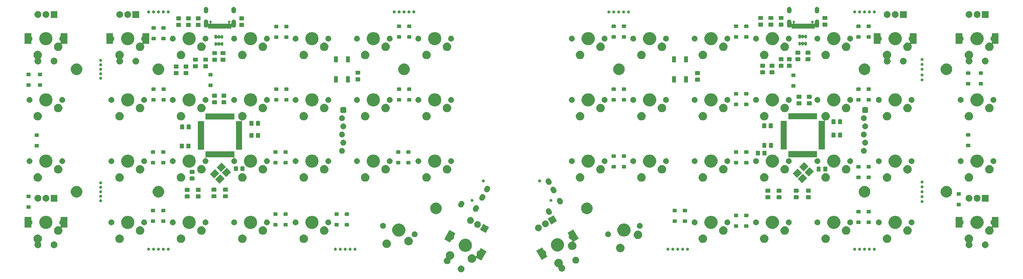
<source format=gbs>
G04 #@! TF.GenerationSoftware,KiCad,Pcbnew,(5.1.4-0-10_14)*
G04 #@! TF.CreationDate,2020-08-04T22:57:21-05:00*
G04 #@! TF.ProjectId,Dori,446f7269-2e6b-4696-9361-645f70636258,rev?*
G04 #@! TF.SameCoordinates,Original*
G04 #@! TF.FileFunction,Soldermask,Bot*
G04 #@! TF.FilePolarity,Negative*
%FSLAX46Y46*%
G04 Gerber Fmt 4.6, Leading zero omitted, Abs format (unit mm)*
G04 Created by KiCad (PCBNEW (5.1.4-0-10_14)) date 2020-08-04 22:57:21*
%MOMM*%
%LPD*%
G04 APERTURE LIST*
%ADD10C,0.100000*%
G04 APERTURE END LIST*
D10*
G36*
X229952878Y-122982817D02*
G01*
X230144147Y-123062043D01*
X230144149Y-123062044D01*
X230262324Y-123141006D01*
X230316287Y-123177063D01*
X230462679Y-123323455D01*
X230577699Y-123495595D01*
X230656925Y-123686864D01*
X230697314Y-123889912D01*
X230697314Y-124096944D01*
X230656925Y-124299992D01*
X230581969Y-124480952D01*
X230577698Y-124491263D01*
X230462679Y-124663401D01*
X230316287Y-124809793D01*
X230144149Y-124924812D01*
X230144148Y-124924813D01*
X230144147Y-124924813D01*
X229952878Y-125004039D01*
X229749830Y-125044428D01*
X229542798Y-125044428D01*
X229339750Y-125004039D01*
X229148481Y-124924813D01*
X229148480Y-124924813D01*
X229148479Y-124924812D01*
X228976341Y-124809793D01*
X228829949Y-124663401D01*
X228714930Y-124491263D01*
X228710659Y-124480952D01*
X228635703Y-124299992D01*
X228595314Y-124096944D01*
X228595314Y-123889912D01*
X228635703Y-123686864D01*
X228714929Y-123495595D01*
X228829949Y-123323455D01*
X228976341Y-123177063D01*
X229030304Y-123141006D01*
X229148479Y-123062044D01*
X229148481Y-123062043D01*
X229339750Y-122982817D01*
X229542798Y-122942428D01*
X229749830Y-122942428D01*
X229952878Y-122982817D01*
X229952878Y-122982817D01*
G37*
G36*
X260138613Y-120896292D02*
G01*
X260266220Y-120921674D01*
X260406096Y-120979613D01*
X260506625Y-121021253D01*
X260506626Y-121021254D01*
X260722987Y-121165821D01*
X260906986Y-121349820D01*
X260947183Y-121409980D01*
X261051554Y-121566182D01*
X261076472Y-121626341D01*
X261151133Y-121806587D01*
X261176515Y-121934194D01*
X261201898Y-122061800D01*
X261201898Y-122322018D01*
X261151133Y-122577230D01*
X261126904Y-122635724D01*
X261119791Y-122659173D01*
X261117389Y-122683559D01*
X261119791Y-122707946D01*
X261126904Y-122731394D01*
X261138455Y-122753005D01*
X261154001Y-122771947D01*
X261172943Y-122787492D01*
X261194553Y-122799043D01*
X261389019Y-122879594D01*
X261389021Y-122879595D01*
X261561159Y-122994614D01*
X261707551Y-123141006D01*
X261731644Y-123177063D01*
X261822571Y-123313146D01*
X261901797Y-123504415D01*
X261942186Y-123707463D01*
X261942186Y-123914495D01*
X261901797Y-124117543D01*
X261826224Y-124299992D01*
X261822570Y-124308814D01*
X261707551Y-124480952D01*
X261561159Y-124627344D01*
X261389021Y-124742363D01*
X261389020Y-124742364D01*
X261389019Y-124742364D01*
X261197750Y-124821590D01*
X260994702Y-124861979D01*
X260787670Y-124861979D01*
X260584622Y-124821590D01*
X260393353Y-124742364D01*
X260393352Y-124742364D01*
X260393351Y-124742363D01*
X260221213Y-124627344D01*
X260074821Y-124480952D01*
X259959802Y-124308814D01*
X259956148Y-124299992D01*
X259880575Y-124117543D01*
X259840186Y-123914495D01*
X259840186Y-123707463D01*
X259849624Y-123660016D01*
X259852026Y-123635630D01*
X259849624Y-123611244D01*
X259842511Y-123587795D01*
X259830960Y-123566185D01*
X259815415Y-123547243D01*
X259796473Y-123531697D01*
X259774862Y-123520146D01*
X259751413Y-123513033D01*
X259602387Y-123483390D01*
X259495576Y-123462144D01*
X259395997Y-123420897D01*
X259255171Y-123362565D01*
X259181207Y-123313144D01*
X259038809Y-123217997D01*
X258854810Y-123033998D01*
X258710243Y-122817637D01*
X258710242Y-122817636D01*
X258634892Y-122635724D01*
X258610663Y-122577231D01*
X258559898Y-122322016D01*
X258559898Y-122061802D01*
X258561353Y-122054488D01*
X258585280Y-121934195D01*
X258610663Y-121806587D01*
X258685324Y-121626341D01*
X258710242Y-121566182D01*
X258814613Y-121409980D01*
X258854810Y-121349820D01*
X259038809Y-121165821D01*
X259255170Y-121021254D01*
X259255171Y-121021253D01*
X259355700Y-120979613D01*
X259495576Y-120921674D01*
X259623183Y-120896292D01*
X259750789Y-120870909D01*
X260011007Y-120870909D01*
X260138613Y-120896292D01*
X260138613Y-120896292D01*
G37*
G36*
X226470912Y-118513340D02*
G01*
X226598520Y-118538723D01*
X226690788Y-118576942D01*
X226838925Y-118638302D01*
X226890181Y-118672550D01*
X227055287Y-118782870D01*
X227239286Y-118966869D01*
X227335883Y-119111437D01*
X227383854Y-119183231D01*
X227425101Y-119282810D01*
X227483433Y-119423636D01*
X227491313Y-119463253D01*
X227534198Y-119678849D01*
X227534198Y-119939067D01*
X227513472Y-120043261D01*
X227483433Y-120194280D01*
X227439489Y-120300369D01*
X227383854Y-120434685D01*
X227350323Y-120484868D01*
X227239286Y-120651047D01*
X227055287Y-120835046D01*
X226925638Y-120921674D01*
X226838925Y-120979614D01*
X226739346Y-121020861D01*
X226598520Y-121079193D01*
X226520569Y-121094698D01*
X226439134Y-121110897D01*
X226415685Y-121118010D01*
X226394074Y-121129561D01*
X226375132Y-121145107D01*
X226359587Y-121164049D01*
X226348036Y-121185659D01*
X226340923Y-121209108D01*
X226338521Y-121233494D01*
X226340923Y-121257880D01*
X226367186Y-121389912D01*
X226367186Y-121596944D01*
X226326797Y-121799992D01*
X226322510Y-121810341D01*
X226247570Y-121991263D01*
X226132551Y-122163401D01*
X225986159Y-122309793D01*
X225814021Y-122424812D01*
X225814020Y-122424813D01*
X225814019Y-122424813D01*
X225622750Y-122504039D01*
X225419702Y-122544428D01*
X225212670Y-122544428D01*
X225009622Y-122504039D01*
X224818353Y-122424813D01*
X224818352Y-122424813D01*
X224818351Y-122424812D01*
X224646213Y-122309793D01*
X224499821Y-122163401D01*
X224384802Y-121991263D01*
X224309862Y-121810341D01*
X224305575Y-121799992D01*
X224265186Y-121596944D01*
X224265186Y-121389912D01*
X224305575Y-121186864D01*
X224384801Y-120995595D01*
X224499821Y-120823455D01*
X224646213Y-120677063D01*
X224755739Y-120603880D01*
X224818351Y-120562044D01*
X224818353Y-120562043D01*
X224939254Y-120511964D01*
X224960865Y-120500413D01*
X224979807Y-120484868D01*
X224995352Y-120465926D01*
X225006903Y-120444315D01*
X225014016Y-120420866D01*
X225016418Y-120396480D01*
X225014016Y-120372094D01*
X225006903Y-120348645D01*
X224942963Y-120194279D01*
X224892198Y-119939067D01*
X224892198Y-119678849D01*
X224935083Y-119463253D01*
X224942963Y-119423636D01*
X225001295Y-119282810D01*
X225042542Y-119183231D01*
X225090513Y-119111437D01*
X225187110Y-118966869D01*
X225371109Y-118782870D01*
X225536215Y-118672550D01*
X225587471Y-118638302D01*
X225735608Y-118576942D01*
X225827876Y-118538723D01*
X225955484Y-118513340D01*
X226083089Y-118487958D01*
X226343307Y-118487958D01*
X226470912Y-118513340D01*
X226470912Y-118513340D01*
G37*
G36*
X265527878Y-120300368D02*
G01*
X265701040Y-120372094D01*
X265719149Y-120379595D01*
X265891287Y-120494614D01*
X266037679Y-120641006D01*
X266061772Y-120677063D01*
X266152699Y-120813146D01*
X266231925Y-121004415D01*
X266272314Y-121207463D01*
X266272314Y-121414495D01*
X266231925Y-121617543D01*
X266153620Y-121806589D01*
X266152698Y-121808814D01*
X266037679Y-121980952D01*
X265891287Y-122127344D01*
X265719149Y-122242363D01*
X265719148Y-122242364D01*
X265719147Y-122242364D01*
X265527878Y-122321590D01*
X265324830Y-122361979D01*
X265117798Y-122361979D01*
X264914750Y-122321590D01*
X264723481Y-122242364D01*
X264723480Y-122242364D01*
X264723479Y-122242363D01*
X264551341Y-122127344D01*
X264404949Y-121980952D01*
X264289930Y-121808814D01*
X264289008Y-121806589D01*
X264210703Y-121617543D01*
X264170314Y-121414495D01*
X264170314Y-121207463D01*
X264210703Y-121004415D01*
X264289929Y-120813146D01*
X264380857Y-120677063D01*
X264404949Y-120641006D01*
X264551341Y-120494614D01*
X264723479Y-120379595D01*
X264741588Y-120372094D01*
X264914750Y-120300368D01*
X265117798Y-120259979D01*
X265324830Y-120259979D01*
X265527878Y-120300368D01*
X265527878Y-120300368D01*
G37*
G36*
X237566686Y-118576942D02*
G01*
X235915685Y-121436559D01*
X234490958Y-120613993D01*
X234468639Y-120603880D01*
X234444775Y-120598315D01*
X234420284Y-120597514D01*
X234396107Y-120601505D01*
X234373173Y-120610137D01*
X234352364Y-120623077D01*
X234334480Y-120639827D01*
X234320207Y-120659746D01*
X234310094Y-120682065D01*
X234304529Y-120705929D01*
X234303460Y-120722245D01*
X234303460Y-120914362D01*
X234285547Y-121004414D01*
X234252695Y-121169575D01*
X234194363Y-121310401D01*
X234153116Y-121409980D01*
X234150099Y-121414495D01*
X234008548Y-121626342D01*
X233824549Y-121810341D01*
X233679981Y-121906938D01*
X233608187Y-121954909D01*
X233545313Y-121980952D01*
X233367782Y-122054488D01*
X233240175Y-122079870D01*
X233112569Y-122105253D01*
X232852351Y-122105253D01*
X232724745Y-122079870D01*
X232597138Y-122054488D01*
X232419607Y-121980952D01*
X232356733Y-121954909D01*
X232284939Y-121906938D01*
X232140371Y-121810341D01*
X231956372Y-121626342D01*
X231814821Y-121414495D01*
X231811804Y-121409980D01*
X231770557Y-121310401D01*
X231712225Y-121169575D01*
X231679373Y-121004414D01*
X231661460Y-120914362D01*
X231661460Y-120654144D01*
X231712225Y-120398933D01*
X231712225Y-120398931D01*
X231770557Y-120258105D01*
X231811804Y-120158526D01*
X231871524Y-120069149D01*
X231956372Y-119942164D01*
X232140371Y-119758165D01*
X232307724Y-119646344D01*
X232356733Y-119613597D01*
X232456312Y-119572350D01*
X232597138Y-119514018D01*
X232724745Y-119488636D01*
X232852351Y-119463253D01*
X233112569Y-119463253D01*
X233240175Y-119488636D01*
X233367782Y-119514018D01*
X233508608Y-119572350D01*
X233608187Y-119613597D01*
X233657196Y-119646344D01*
X233824549Y-119758165D01*
X234008548Y-119942164D01*
X234008550Y-119942167D01*
X234080739Y-120050206D01*
X234096284Y-120069148D01*
X234115226Y-120084694D01*
X234136837Y-120096245D01*
X234160286Y-120103358D01*
X234184672Y-120105760D01*
X234209058Y-120103358D01*
X234232507Y-120096245D01*
X234254117Y-120084694D01*
X234273059Y-120069149D01*
X234292924Y-120043261D01*
X234461354Y-119751532D01*
X234509198Y-119668663D01*
X234519311Y-119646344D01*
X234524876Y-119622480D01*
X234525677Y-119597989D01*
X234521686Y-119573812D01*
X234516430Y-119558329D01*
X234485071Y-119482624D01*
X234457124Y-119342121D01*
X234450412Y-119308380D01*
X234450412Y-119130718D01*
X234467742Y-119043597D01*
X234485071Y-118956474D01*
X234550123Y-118799427D01*
X234553059Y-118792338D01*
X234651758Y-118644624D01*
X234651760Y-118644621D01*
X234777384Y-118518997D01*
X234818213Y-118491716D01*
X234925101Y-118420296D01*
X234987395Y-118394493D01*
X235089237Y-118352308D01*
X235155608Y-118339106D01*
X235236996Y-118322917D01*
X235260445Y-118315804D01*
X235282056Y-118304253D01*
X235300998Y-118288708D01*
X235320862Y-118262819D01*
X235746299Y-117525941D01*
X237566686Y-118576942D01*
X237566686Y-118576942D01*
G37*
G36*
X255238913Y-118118952D02*
G01*
X255253186Y-118138871D01*
X255271070Y-118155621D01*
X255291879Y-118168561D01*
X255322779Y-118179050D01*
X255404269Y-118195259D01*
X255513692Y-118240584D01*
X255568405Y-118263247D01*
X255675293Y-118334667D01*
X255716122Y-118361948D01*
X255841746Y-118487572D01*
X255841748Y-118487575D01*
X255940447Y-118635289D01*
X255955881Y-118672550D01*
X256008435Y-118799425D01*
X256008435Y-118799427D01*
X256043094Y-118973669D01*
X256043094Y-119151331D01*
X256031541Y-119209411D01*
X256008435Y-119325575D01*
X256001576Y-119342133D01*
X255994467Y-119365570D01*
X255992065Y-119389956D01*
X255994467Y-119414342D01*
X256001580Y-119437791D01*
X256008812Y-119452456D01*
X256442202Y-120203109D01*
X254621815Y-121254110D01*
X252970814Y-118394493D01*
X254791201Y-117343492D01*
X255238913Y-118118952D01*
X255238913Y-118118952D01*
G37*
G36*
X279290589Y-116206083D02*
G01*
X279419174Y-116231660D01*
X279560000Y-116289992D01*
X279659579Y-116331239D01*
X279659580Y-116331240D01*
X279875941Y-116475807D01*
X280059940Y-116659806D01*
X280078175Y-116687097D01*
X280204508Y-116876168D01*
X280233976Y-116947311D01*
X280304087Y-117116573D01*
X280321184Y-117202526D01*
X280354852Y-117371786D01*
X280354852Y-117632004D01*
X280349424Y-117659292D01*
X280304087Y-117887217D01*
X280264372Y-117983096D01*
X280204508Y-118127622D01*
X280183294Y-118159371D01*
X280059940Y-118343984D01*
X279875941Y-118527983D01*
X279802668Y-118576942D01*
X279659579Y-118672551D01*
X279560000Y-118713798D01*
X279419174Y-118772130D01*
X279291566Y-118797513D01*
X279163961Y-118822895D01*
X278903743Y-118822895D01*
X278776138Y-118797513D01*
X278648530Y-118772130D01*
X278507704Y-118713798D01*
X278408125Y-118672551D01*
X278265036Y-118576942D01*
X278191763Y-118527983D01*
X278007764Y-118343984D01*
X277884410Y-118159371D01*
X277863196Y-118127622D01*
X277803332Y-117983096D01*
X277763617Y-117887217D01*
X277718280Y-117659292D01*
X277712852Y-117632004D01*
X277712852Y-117371786D01*
X277746520Y-117202526D01*
X277763617Y-117116573D01*
X277833728Y-116947311D01*
X277863196Y-116876168D01*
X277989529Y-116687097D01*
X278007764Y-116659806D01*
X278191763Y-116475807D01*
X278408124Y-116331240D01*
X278408125Y-116331239D01*
X278507704Y-116289992D01*
X278648530Y-116231660D01*
X278777115Y-116206083D01*
X278903743Y-116180895D01*
X279163961Y-116180895D01*
X279290589Y-116206083D01*
X279290589Y-116206083D01*
G37*
G36*
X231549377Y-114713233D02*
G01*
X231767377Y-114803532D01*
X231921526Y-114867382D01*
X232256451Y-115091172D01*
X232541280Y-115376001D01*
X232765070Y-115710926D01*
X232806006Y-115809755D01*
X232919219Y-116083075D01*
X232997803Y-116478143D01*
X232997803Y-116880955D01*
X232919219Y-117276023D01*
X232844594Y-117456184D01*
X232765070Y-117648172D01*
X232541280Y-117983097D01*
X232256451Y-118267926D01*
X231921526Y-118491716D01*
X231767377Y-118555566D01*
X231549377Y-118645865D01*
X231154309Y-118724449D01*
X230751497Y-118724449D01*
X230356429Y-118645865D01*
X230138429Y-118555566D01*
X229984280Y-118491716D01*
X229649355Y-118267926D01*
X229364526Y-117983097D01*
X229140736Y-117648172D01*
X229061212Y-117456184D01*
X228986587Y-117276023D01*
X228908003Y-116880955D01*
X228908003Y-116478143D01*
X228986587Y-116083075D01*
X229099800Y-115809755D01*
X229140736Y-115710926D01*
X229364526Y-115376001D01*
X229649355Y-115091172D01*
X229984280Y-114867382D01*
X230138429Y-114803532D01*
X230356429Y-114713233D01*
X230751497Y-114634649D01*
X231154309Y-114634649D01*
X231549377Y-114713233D01*
X231549377Y-114713233D01*
G37*
G36*
X260137077Y-114556184D02*
G01*
X260326508Y-114634649D01*
X260509226Y-114710333D01*
X260844151Y-114934123D01*
X261128980Y-115218952D01*
X261352770Y-115553877D01*
X261384467Y-115630400D01*
X261506919Y-115926026D01*
X261585503Y-116321094D01*
X261585503Y-116723906D01*
X261506919Y-117118974D01*
X261416620Y-117336974D01*
X261352770Y-117491123D01*
X261128980Y-117826048D01*
X260844151Y-118110877D01*
X260509226Y-118334667D01*
X260355077Y-118398517D01*
X260137077Y-118488816D01*
X259742009Y-118567400D01*
X259339197Y-118567400D01*
X258944129Y-118488816D01*
X258726129Y-118398517D01*
X258571980Y-118334667D01*
X258237055Y-118110877D01*
X257952226Y-117826048D01*
X257728436Y-117491123D01*
X257664586Y-117336974D01*
X257574287Y-117118974D01*
X257495703Y-116723906D01*
X257495703Y-116321094D01*
X257574287Y-115926026D01*
X257696739Y-115630400D01*
X257728436Y-115553877D01*
X257952226Y-115218952D01*
X258237055Y-114934123D01*
X258571980Y-114710333D01*
X258754698Y-114634649D01*
X258944129Y-114556184D01*
X259339197Y-114477600D01*
X259742009Y-114477600D01*
X260137077Y-114556184D01*
X260137077Y-114556184D01*
G37*
G36*
X190758552Y-117438206D02*
G01*
X190840627Y-117472203D01*
X190840629Y-117472204D01*
X190914496Y-117521561D01*
X190977314Y-117584379D01*
X191019940Y-117648172D01*
X191026672Y-117658248D01*
X191060669Y-117740323D01*
X191078000Y-117827454D01*
X191078000Y-117916296D01*
X191060669Y-118003427D01*
X191026672Y-118085502D01*
X191026671Y-118085504D01*
X190977314Y-118159371D01*
X190914496Y-118222189D01*
X190840629Y-118271546D01*
X190840628Y-118271547D01*
X190840627Y-118271547D01*
X190758552Y-118305544D01*
X190671421Y-118322875D01*
X190582579Y-118322875D01*
X190495448Y-118305544D01*
X190413373Y-118271547D01*
X190413372Y-118271547D01*
X190413371Y-118271546D01*
X190339504Y-118222189D01*
X190276686Y-118159371D01*
X190227329Y-118085504D01*
X190227328Y-118085502D01*
X190193331Y-118003427D01*
X190176000Y-117916296D01*
X190176000Y-117827454D01*
X190193331Y-117740323D01*
X190227328Y-117658248D01*
X190234061Y-117648172D01*
X190276686Y-117584379D01*
X190339504Y-117521561D01*
X190413371Y-117472204D01*
X190413373Y-117472203D01*
X190495448Y-117438206D01*
X190582579Y-117420875D01*
X190671421Y-117420875D01*
X190758552Y-117438206D01*
X190758552Y-117438206D01*
G37*
G36*
X138910802Y-117438206D02*
G01*
X138992877Y-117472203D01*
X138992879Y-117472204D01*
X139066746Y-117521561D01*
X139129564Y-117584379D01*
X139172190Y-117648172D01*
X139178922Y-117658248D01*
X139212919Y-117740323D01*
X139230250Y-117827454D01*
X139230250Y-117916296D01*
X139212919Y-118003427D01*
X139178922Y-118085502D01*
X139178921Y-118085504D01*
X139129564Y-118159371D01*
X139066746Y-118222189D01*
X138992879Y-118271546D01*
X138992878Y-118271547D01*
X138992877Y-118271547D01*
X138910802Y-118305544D01*
X138823671Y-118322875D01*
X138734829Y-118322875D01*
X138647698Y-118305544D01*
X138565623Y-118271547D01*
X138565622Y-118271547D01*
X138565621Y-118271546D01*
X138491754Y-118222189D01*
X138428936Y-118159371D01*
X138379579Y-118085504D01*
X138379578Y-118085502D01*
X138345581Y-118003427D01*
X138328250Y-117916296D01*
X138328250Y-117827454D01*
X138345581Y-117740323D01*
X138379578Y-117658248D01*
X138386311Y-117648172D01*
X138428936Y-117584379D01*
X138491754Y-117521561D01*
X138565621Y-117472204D01*
X138565623Y-117472203D01*
X138647698Y-117438206D01*
X138734829Y-117420875D01*
X138823671Y-117420875D01*
X138910802Y-117438206D01*
X138910802Y-117438206D01*
G37*
G36*
X137386802Y-117438206D02*
G01*
X137468877Y-117472203D01*
X137468879Y-117472204D01*
X137542746Y-117521561D01*
X137605564Y-117584379D01*
X137648190Y-117648172D01*
X137654922Y-117658248D01*
X137688919Y-117740323D01*
X137706250Y-117827454D01*
X137706250Y-117916296D01*
X137688919Y-118003427D01*
X137654922Y-118085502D01*
X137654921Y-118085504D01*
X137605564Y-118159371D01*
X137542746Y-118222189D01*
X137468879Y-118271546D01*
X137468878Y-118271547D01*
X137468877Y-118271547D01*
X137386802Y-118305544D01*
X137299671Y-118322875D01*
X137210829Y-118322875D01*
X137123698Y-118305544D01*
X137041623Y-118271547D01*
X137041622Y-118271547D01*
X137041621Y-118271546D01*
X136967754Y-118222189D01*
X136904936Y-118159371D01*
X136855579Y-118085504D01*
X136855578Y-118085502D01*
X136821581Y-118003427D01*
X136804250Y-117916296D01*
X136804250Y-117827454D01*
X136821581Y-117740323D01*
X136855578Y-117658248D01*
X136862311Y-117648172D01*
X136904936Y-117584379D01*
X136967754Y-117521561D01*
X137041621Y-117472204D01*
X137041623Y-117472203D01*
X137123698Y-117438206D01*
X137210829Y-117420875D01*
X137299671Y-117420875D01*
X137386802Y-117438206D01*
X137386802Y-117438206D01*
G37*
G36*
X135862802Y-117438206D02*
G01*
X135944877Y-117472203D01*
X135944879Y-117472204D01*
X136018746Y-117521561D01*
X136081564Y-117584379D01*
X136124190Y-117648172D01*
X136130922Y-117658248D01*
X136164919Y-117740323D01*
X136182250Y-117827454D01*
X136182250Y-117916296D01*
X136164919Y-118003427D01*
X136130922Y-118085502D01*
X136130921Y-118085504D01*
X136081564Y-118159371D01*
X136018746Y-118222189D01*
X135944879Y-118271546D01*
X135944878Y-118271547D01*
X135944877Y-118271547D01*
X135862802Y-118305544D01*
X135775671Y-118322875D01*
X135686829Y-118322875D01*
X135599698Y-118305544D01*
X135517623Y-118271547D01*
X135517622Y-118271547D01*
X135517621Y-118271546D01*
X135443754Y-118222189D01*
X135380936Y-118159371D01*
X135331579Y-118085504D01*
X135331578Y-118085502D01*
X135297581Y-118003427D01*
X135280250Y-117916296D01*
X135280250Y-117827454D01*
X135297581Y-117740323D01*
X135331578Y-117658248D01*
X135338311Y-117648172D01*
X135380936Y-117584379D01*
X135443754Y-117521561D01*
X135517621Y-117472204D01*
X135517623Y-117472203D01*
X135599698Y-117438206D01*
X135686829Y-117420875D01*
X135775671Y-117420875D01*
X135862802Y-117438206D01*
X135862802Y-117438206D01*
G37*
G36*
X134338802Y-117438206D02*
G01*
X134420877Y-117472203D01*
X134420879Y-117472204D01*
X134494746Y-117521561D01*
X134557564Y-117584379D01*
X134600190Y-117648172D01*
X134606922Y-117658248D01*
X134640919Y-117740323D01*
X134658250Y-117827454D01*
X134658250Y-117916296D01*
X134640919Y-118003427D01*
X134606922Y-118085502D01*
X134606921Y-118085504D01*
X134557564Y-118159371D01*
X134494746Y-118222189D01*
X134420879Y-118271546D01*
X134420878Y-118271547D01*
X134420877Y-118271547D01*
X134338802Y-118305544D01*
X134251671Y-118322875D01*
X134162829Y-118322875D01*
X134075698Y-118305544D01*
X133993623Y-118271547D01*
X133993622Y-118271547D01*
X133993621Y-118271546D01*
X133919754Y-118222189D01*
X133856936Y-118159371D01*
X133807579Y-118085504D01*
X133807578Y-118085502D01*
X133773581Y-118003427D01*
X133756250Y-117916296D01*
X133756250Y-117827454D01*
X133773581Y-117740323D01*
X133807578Y-117658248D01*
X133814311Y-117648172D01*
X133856936Y-117584379D01*
X133919754Y-117521561D01*
X133993621Y-117472204D01*
X133993623Y-117472203D01*
X134075698Y-117438206D01*
X134162829Y-117420875D01*
X134251671Y-117420875D01*
X134338802Y-117438206D01*
X134338802Y-117438206D01*
G37*
G36*
X132814802Y-117438206D02*
G01*
X132896877Y-117472203D01*
X132896879Y-117472204D01*
X132970746Y-117521561D01*
X133033564Y-117584379D01*
X133076190Y-117648172D01*
X133082922Y-117658248D01*
X133116919Y-117740323D01*
X133134250Y-117827454D01*
X133134250Y-117916296D01*
X133116919Y-118003427D01*
X133082922Y-118085502D01*
X133082921Y-118085504D01*
X133033564Y-118159371D01*
X132970746Y-118222189D01*
X132896879Y-118271546D01*
X132896878Y-118271547D01*
X132896877Y-118271547D01*
X132814802Y-118305544D01*
X132727671Y-118322875D01*
X132638829Y-118322875D01*
X132551698Y-118305544D01*
X132469623Y-118271547D01*
X132469622Y-118271547D01*
X132469621Y-118271546D01*
X132395754Y-118222189D01*
X132332936Y-118159371D01*
X132283579Y-118085504D01*
X132283578Y-118085502D01*
X132249581Y-118003427D01*
X132232250Y-117916296D01*
X132232250Y-117827454D01*
X132249581Y-117740323D01*
X132283578Y-117658248D01*
X132290311Y-117648172D01*
X132332936Y-117584379D01*
X132395754Y-117521561D01*
X132469621Y-117472204D01*
X132469623Y-117472203D01*
X132551698Y-117438206D01*
X132638829Y-117420875D01*
X132727671Y-117420875D01*
X132814802Y-117438206D01*
X132814802Y-117438206D01*
G37*
G36*
X300042052Y-117438206D02*
G01*
X300124127Y-117472203D01*
X300124129Y-117472204D01*
X300197996Y-117521561D01*
X300260814Y-117584379D01*
X300303440Y-117648172D01*
X300310172Y-117658248D01*
X300344169Y-117740323D01*
X300361500Y-117827454D01*
X300361500Y-117916296D01*
X300344169Y-118003427D01*
X300310172Y-118085502D01*
X300310171Y-118085504D01*
X300260814Y-118159371D01*
X300197996Y-118222189D01*
X300124129Y-118271546D01*
X300124128Y-118271547D01*
X300124127Y-118271547D01*
X300042052Y-118305544D01*
X299954921Y-118322875D01*
X299866079Y-118322875D01*
X299778948Y-118305544D01*
X299696873Y-118271547D01*
X299696872Y-118271547D01*
X299696871Y-118271546D01*
X299623004Y-118222189D01*
X299560186Y-118159371D01*
X299510829Y-118085504D01*
X299510828Y-118085502D01*
X299476831Y-118003427D01*
X299459500Y-117916296D01*
X299459500Y-117827454D01*
X299476831Y-117740323D01*
X299510828Y-117658248D01*
X299517561Y-117648172D01*
X299560186Y-117584379D01*
X299623004Y-117521561D01*
X299696871Y-117472204D01*
X299696873Y-117472203D01*
X299778948Y-117438206D01*
X299866079Y-117420875D01*
X299954921Y-117420875D01*
X300042052Y-117438206D01*
X300042052Y-117438206D01*
G37*
G36*
X351889802Y-117438206D02*
G01*
X351971877Y-117472203D01*
X351971879Y-117472204D01*
X352045746Y-117521561D01*
X352108564Y-117584379D01*
X352151190Y-117648172D01*
X352157922Y-117658248D01*
X352191919Y-117740323D01*
X352209250Y-117827454D01*
X352209250Y-117916296D01*
X352191919Y-118003427D01*
X352157922Y-118085502D01*
X352157921Y-118085504D01*
X352108564Y-118159371D01*
X352045746Y-118222189D01*
X351971879Y-118271546D01*
X351971878Y-118271547D01*
X351971877Y-118271547D01*
X351889802Y-118305544D01*
X351802671Y-118322875D01*
X351713829Y-118322875D01*
X351626698Y-118305544D01*
X351544623Y-118271547D01*
X351544622Y-118271547D01*
X351544621Y-118271546D01*
X351470754Y-118222189D01*
X351407936Y-118159371D01*
X351358579Y-118085504D01*
X351358578Y-118085502D01*
X351324581Y-118003427D01*
X351307250Y-117916296D01*
X351307250Y-117827454D01*
X351324581Y-117740323D01*
X351358578Y-117658248D01*
X351365311Y-117648172D01*
X351407936Y-117584379D01*
X351470754Y-117521561D01*
X351544621Y-117472204D01*
X351544623Y-117472203D01*
X351626698Y-117438206D01*
X351713829Y-117420875D01*
X351802671Y-117420875D01*
X351889802Y-117438206D01*
X351889802Y-117438206D01*
G37*
G36*
X353413802Y-117438206D02*
G01*
X353495877Y-117472203D01*
X353495879Y-117472204D01*
X353569746Y-117521561D01*
X353632564Y-117584379D01*
X353675190Y-117648172D01*
X353681922Y-117658248D01*
X353715919Y-117740323D01*
X353733250Y-117827454D01*
X353733250Y-117916296D01*
X353715919Y-118003427D01*
X353681922Y-118085502D01*
X353681921Y-118085504D01*
X353632564Y-118159371D01*
X353569746Y-118222189D01*
X353495879Y-118271546D01*
X353495878Y-118271547D01*
X353495877Y-118271547D01*
X353413802Y-118305544D01*
X353326671Y-118322875D01*
X353237829Y-118322875D01*
X353150698Y-118305544D01*
X353068623Y-118271547D01*
X353068622Y-118271547D01*
X353068621Y-118271546D01*
X352994754Y-118222189D01*
X352931936Y-118159371D01*
X352882579Y-118085504D01*
X352882578Y-118085502D01*
X352848581Y-118003427D01*
X352831250Y-117916296D01*
X352831250Y-117827454D01*
X352848581Y-117740323D01*
X352882578Y-117658248D01*
X352889311Y-117648172D01*
X352931936Y-117584379D01*
X352994754Y-117521561D01*
X353068621Y-117472204D01*
X353068623Y-117472203D01*
X353150698Y-117438206D01*
X353237829Y-117420875D01*
X353326671Y-117420875D01*
X353413802Y-117438206D01*
X353413802Y-117438206D01*
G37*
G36*
X354937802Y-117438206D02*
G01*
X355019877Y-117472203D01*
X355019879Y-117472204D01*
X355093746Y-117521561D01*
X355156564Y-117584379D01*
X355199190Y-117648172D01*
X355205922Y-117658248D01*
X355239919Y-117740323D01*
X355257250Y-117827454D01*
X355257250Y-117916296D01*
X355239919Y-118003427D01*
X355205922Y-118085502D01*
X355205921Y-118085504D01*
X355156564Y-118159371D01*
X355093746Y-118222189D01*
X355019879Y-118271546D01*
X355019878Y-118271547D01*
X355019877Y-118271547D01*
X354937802Y-118305544D01*
X354850671Y-118322875D01*
X354761829Y-118322875D01*
X354674698Y-118305544D01*
X354592623Y-118271547D01*
X354592622Y-118271547D01*
X354592621Y-118271546D01*
X354518754Y-118222189D01*
X354455936Y-118159371D01*
X354406579Y-118085504D01*
X354406578Y-118085502D01*
X354372581Y-118003427D01*
X354355250Y-117916296D01*
X354355250Y-117827454D01*
X354372581Y-117740323D01*
X354406578Y-117658248D01*
X354413311Y-117648172D01*
X354455936Y-117584379D01*
X354518754Y-117521561D01*
X354592621Y-117472204D01*
X354592623Y-117472203D01*
X354674698Y-117438206D01*
X354761829Y-117420875D01*
X354850671Y-117420875D01*
X354937802Y-117438206D01*
X354937802Y-117438206D01*
G37*
G36*
X356461802Y-117438206D02*
G01*
X356543877Y-117472203D01*
X356543879Y-117472204D01*
X356617746Y-117521561D01*
X356680564Y-117584379D01*
X356723190Y-117648172D01*
X356729922Y-117658248D01*
X356763919Y-117740323D01*
X356781250Y-117827454D01*
X356781250Y-117916296D01*
X356763919Y-118003427D01*
X356729922Y-118085502D01*
X356729921Y-118085504D01*
X356680564Y-118159371D01*
X356617746Y-118222189D01*
X356543879Y-118271546D01*
X356543878Y-118271547D01*
X356543877Y-118271547D01*
X356461802Y-118305544D01*
X356374671Y-118322875D01*
X356285829Y-118322875D01*
X356198698Y-118305544D01*
X356116623Y-118271547D01*
X356116622Y-118271547D01*
X356116621Y-118271546D01*
X356042754Y-118222189D01*
X355979936Y-118159371D01*
X355930579Y-118085504D01*
X355930578Y-118085502D01*
X355896581Y-118003427D01*
X355879250Y-117916296D01*
X355879250Y-117827454D01*
X355896581Y-117740323D01*
X355930578Y-117658248D01*
X355937311Y-117648172D01*
X355979936Y-117584379D01*
X356042754Y-117521561D01*
X356116621Y-117472204D01*
X356116623Y-117472203D01*
X356198698Y-117438206D01*
X356285829Y-117420875D01*
X356374671Y-117420875D01*
X356461802Y-117438206D01*
X356461802Y-117438206D01*
G37*
G36*
X357985802Y-117438206D02*
G01*
X358067877Y-117472203D01*
X358067879Y-117472204D01*
X358141746Y-117521561D01*
X358204564Y-117584379D01*
X358247190Y-117648172D01*
X358253922Y-117658248D01*
X358287919Y-117740323D01*
X358305250Y-117827454D01*
X358305250Y-117916296D01*
X358287919Y-118003427D01*
X358253922Y-118085502D01*
X358253921Y-118085504D01*
X358204564Y-118159371D01*
X358141746Y-118222189D01*
X358067879Y-118271546D01*
X358067878Y-118271547D01*
X358067877Y-118271547D01*
X357985802Y-118305544D01*
X357898671Y-118322875D01*
X357809829Y-118322875D01*
X357722698Y-118305544D01*
X357640623Y-118271547D01*
X357640622Y-118271547D01*
X357640621Y-118271546D01*
X357566754Y-118222189D01*
X357503936Y-118159371D01*
X357454579Y-118085504D01*
X357454578Y-118085502D01*
X357420581Y-118003427D01*
X357403250Y-117916296D01*
X357403250Y-117827454D01*
X357420581Y-117740323D01*
X357454578Y-117658248D01*
X357461311Y-117648172D01*
X357503936Y-117584379D01*
X357566754Y-117521561D01*
X357640621Y-117472204D01*
X357640623Y-117472203D01*
X357722698Y-117438206D01*
X357809829Y-117420875D01*
X357898671Y-117420875D01*
X357985802Y-117438206D01*
X357985802Y-117438206D01*
G37*
G36*
X298518052Y-117438206D02*
G01*
X298600127Y-117472203D01*
X298600129Y-117472204D01*
X298673996Y-117521561D01*
X298736814Y-117584379D01*
X298779440Y-117648172D01*
X298786172Y-117658248D01*
X298820169Y-117740323D01*
X298837500Y-117827454D01*
X298837500Y-117916296D01*
X298820169Y-118003427D01*
X298786172Y-118085502D01*
X298786171Y-118085504D01*
X298736814Y-118159371D01*
X298673996Y-118222189D01*
X298600129Y-118271546D01*
X298600128Y-118271547D01*
X298600127Y-118271547D01*
X298518052Y-118305544D01*
X298430921Y-118322875D01*
X298342079Y-118322875D01*
X298254948Y-118305544D01*
X298172873Y-118271547D01*
X298172872Y-118271547D01*
X298172871Y-118271546D01*
X298099004Y-118222189D01*
X298036186Y-118159371D01*
X297986829Y-118085504D01*
X297986828Y-118085502D01*
X297952831Y-118003427D01*
X297935500Y-117916296D01*
X297935500Y-117827454D01*
X297952831Y-117740323D01*
X297986828Y-117658248D01*
X297993561Y-117648172D01*
X298036186Y-117584379D01*
X298099004Y-117521561D01*
X298172871Y-117472204D01*
X298172873Y-117472203D01*
X298254948Y-117438206D01*
X298342079Y-117420875D01*
X298430921Y-117420875D01*
X298518052Y-117438206D01*
X298518052Y-117438206D01*
G37*
G36*
X296994052Y-117438206D02*
G01*
X297076127Y-117472203D01*
X297076129Y-117472204D01*
X297149996Y-117521561D01*
X297212814Y-117584379D01*
X297255440Y-117648172D01*
X297262172Y-117658248D01*
X297296169Y-117740323D01*
X297313500Y-117827454D01*
X297313500Y-117916296D01*
X297296169Y-118003427D01*
X297262172Y-118085502D01*
X297262171Y-118085504D01*
X297212814Y-118159371D01*
X297149996Y-118222189D01*
X297076129Y-118271546D01*
X297076128Y-118271547D01*
X297076127Y-118271547D01*
X296994052Y-118305544D01*
X296906921Y-118322875D01*
X296818079Y-118322875D01*
X296730948Y-118305544D01*
X296648873Y-118271547D01*
X296648872Y-118271547D01*
X296648871Y-118271546D01*
X296575004Y-118222189D01*
X296512186Y-118159371D01*
X296462829Y-118085504D01*
X296462828Y-118085502D01*
X296428831Y-118003427D01*
X296411500Y-117916296D01*
X296411500Y-117827454D01*
X296428831Y-117740323D01*
X296462828Y-117658248D01*
X296469561Y-117648172D01*
X296512186Y-117584379D01*
X296575004Y-117521561D01*
X296648871Y-117472204D01*
X296648873Y-117472203D01*
X296730948Y-117438206D01*
X296818079Y-117420875D01*
X296906921Y-117420875D01*
X296994052Y-117438206D01*
X296994052Y-117438206D01*
G37*
G36*
X192282552Y-117438206D02*
G01*
X192364627Y-117472203D01*
X192364629Y-117472204D01*
X192438496Y-117521561D01*
X192501314Y-117584379D01*
X192543940Y-117648172D01*
X192550672Y-117658248D01*
X192584669Y-117740323D01*
X192602000Y-117827454D01*
X192602000Y-117916296D01*
X192584669Y-118003427D01*
X192550672Y-118085502D01*
X192550671Y-118085504D01*
X192501314Y-118159371D01*
X192438496Y-118222189D01*
X192364629Y-118271546D01*
X192364628Y-118271547D01*
X192364627Y-118271547D01*
X192282552Y-118305544D01*
X192195421Y-118322875D01*
X192106579Y-118322875D01*
X192019448Y-118305544D01*
X191937373Y-118271547D01*
X191937372Y-118271547D01*
X191937371Y-118271546D01*
X191863504Y-118222189D01*
X191800686Y-118159371D01*
X191751329Y-118085504D01*
X191751328Y-118085502D01*
X191717331Y-118003427D01*
X191700000Y-117916296D01*
X191700000Y-117827454D01*
X191717331Y-117740323D01*
X191751328Y-117658248D01*
X191758061Y-117648172D01*
X191800686Y-117584379D01*
X191863504Y-117521561D01*
X191937371Y-117472204D01*
X191937373Y-117472203D01*
X192019448Y-117438206D01*
X192106579Y-117420875D01*
X192195421Y-117420875D01*
X192282552Y-117438206D01*
X192282552Y-117438206D01*
G37*
G36*
X196854552Y-117438206D02*
G01*
X196936627Y-117472203D01*
X196936629Y-117472204D01*
X197010496Y-117521561D01*
X197073314Y-117584379D01*
X197115940Y-117648172D01*
X197122672Y-117658248D01*
X197156669Y-117740323D01*
X197174000Y-117827454D01*
X197174000Y-117916296D01*
X197156669Y-118003427D01*
X197122672Y-118085502D01*
X197122671Y-118085504D01*
X197073314Y-118159371D01*
X197010496Y-118222189D01*
X196936629Y-118271546D01*
X196936628Y-118271547D01*
X196936627Y-118271547D01*
X196854552Y-118305544D01*
X196767421Y-118322875D01*
X196678579Y-118322875D01*
X196591448Y-118305544D01*
X196509373Y-118271547D01*
X196509372Y-118271547D01*
X196509371Y-118271546D01*
X196435504Y-118222189D01*
X196372686Y-118159371D01*
X196323329Y-118085504D01*
X196323328Y-118085502D01*
X196289331Y-118003427D01*
X196272000Y-117916296D01*
X196272000Y-117827454D01*
X196289331Y-117740323D01*
X196323328Y-117658248D01*
X196330061Y-117648172D01*
X196372686Y-117584379D01*
X196435504Y-117521561D01*
X196509371Y-117472204D01*
X196509373Y-117472203D01*
X196591448Y-117438206D01*
X196678579Y-117420875D01*
X196767421Y-117420875D01*
X196854552Y-117438206D01*
X196854552Y-117438206D01*
G37*
G36*
X195330552Y-117438206D02*
G01*
X195412627Y-117472203D01*
X195412629Y-117472204D01*
X195486496Y-117521561D01*
X195549314Y-117584379D01*
X195591940Y-117648172D01*
X195598672Y-117658248D01*
X195632669Y-117740323D01*
X195650000Y-117827454D01*
X195650000Y-117916296D01*
X195632669Y-118003427D01*
X195598672Y-118085502D01*
X195598671Y-118085504D01*
X195549314Y-118159371D01*
X195486496Y-118222189D01*
X195412629Y-118271546D01*
X195412628Y-118271547D01*
X195412627Y-118271547D01*
X195330552Y-118305544D01*
X195243421Y-118322875D01*
X195154579Y-118322875D01*
X195067448Y-118305544D01*
X194985373Y-118271547D01*
X194985372Y-118271547D01*
X194985371Y-118271546D01*
X194911504Y-118222189D01*
X194848686Y-118159371D01*
X194799329Y-118085504D01*
X194799328Y-118085502D01*
X194765331Y-118003427D01*
X194748000Y-117916296D01*
X194748000Y-117827454D01*
X194765331Y-117740323D01*
X194799328Y-117658248D01*
X194806061Y-117648172D01*
X194848686Y-117584379D01*
X194911504Y-117521561D01*
X194985371Y-117472204D01*
X194985373Y-117472203D01*
X195067448Y-117438206D01*
X195154579Y-117420875D01*
X195243421Y-117420875D01*
X195330552Y-117438206D01*
X195330552Y-117438206D01*
G37*
G36*
X193806552Y-117438206D02*
G01*
X193888627Y-117472203D01*
X193888629Y-117472204D01*
X193962496Y-117521561D01*
X194025314Y-117584379D01*
X194067940Y-117648172D01*
X194074672Y-117658248D01*
X194108669Y-117740323D01*
X194126000Y-117827454D01*
X194126000Y-117916296D01*
X194108669Y-118003427D01*
X194074672Y-118085502D01*
X194074671Y-118085504D01*
X194025314Y-118159371D01*
X193962496Y-118222189D01*
X193888629Y-118271546D01*
X193888628Y-118271547D01*
X193888627Y-118271547D01*
X193806552Y-118305544D01*
X193719421Y-118322875D01*
X193630579Y-118322875D01*
X193543448Y-118305544D01*
X193461373Y-118271547D01*
X193461372Y-118271547D01*
X193461371Y-118271546D01*
X193387504Y-118222189D01*
X193324686Y-118159371D01*
X193275329Y-118085504D01*
X193275328Y-118085502D01*
X193241331Y-118003427D01*
X193224000Y-117916296D01*
X193224000Y-117827454D01*
X193241331Y-117740323D01*
X193275328Y-117658248D01*
X193282061Y-117648172D01*
X193324686Y-117584379D01*
X193387504Y-117521561D01*
X193461371Y-117472204D01*
X193461373Y-117472203D01*
X193543448Y-117438206D01*
X193630579Y-117420875D01*
X193719421Y-117420875D01*
X193806552Y-117438206D01*
X193806552Y-117438206D01*
G37*
G36*
X293946052Y-117438206D02*
G01*
X294028127Y-117472203D01*
X294028129Y-117472204D01*
X294101996Y-117521561D01*
X294164814Y-117584379D01*
X294207440Y-117648172D01*
X294214172Y-117658248D01*
X294248169Y-117740323D01*
X294265500Y-117827454D01*
X294265500Y-117916296D01*
X294248169Y-118003427D01*
X294214172Y-118085502D01*
X294214171Y-118085504D01*
X294164814Y-118159371D01*
X294101996Y-118222189D01*
X294028129Y-118271546D01*
X294028128Y-118271547D01*
X294028127Y-118271547D01*
X293946052Y-118305544D01*
X293858921Y-118322875D01*
X293770079Y-118322875D01*
X293682948Y-118305544D01*
X293600873Y-118271547D01*
X293600872Y-118271547D01*
X293600871Y-118271546D01*
X293527004Y-118222189D01*
X293464186Y-118159371D01*
X293414829Y-118085504D01*
X293414828Y-118085502D01*
X293380831Y-118003427D01*
X293363500Y-117916296D01*
X293363500Y-117827454D01*
X293380831Y-117740323D01*
X293414828Y-117658248D01*
X293421561Y-117648172D01*
X293464186Y-117584379D01*
X293527004Y-117521561D01*
X293600871Y-117472204D01*
X293600873Y-117472203D01*
X293682948Y-117438206D01*
X293770079Y-117420875D01*
X293858921Y-117420875D01*
X293946052Y-117438206D01*
X293946052Y-117438206D01*
G37*
G36*
X295470052Y-117438206D02*
G01*
X295552127Y-117472203D01*
X295552129Y-117472204D01*
X295625996Y-117521561D01*
X295688814Y-117584379D01*
X295731440Y-117648172D01*
X295738172Y-117658248D01*
X295772169Y-117740323D01*
X295789500Y-117827454D01*
X295789500Y-117916296D01*
X295772169Y-118003427D01*
X295738172Y-118085502D01*
X295738171Y-118085504D01*
X295688814Y-118159371D01*
X295625996Y-118222189D01*
X295552129Y-118271546D01*
X295552128Y-118271547D01*
X295552127Y-118271547D01*
X295470052Y-118305544D01*
X295382921Y-118322875D01*
X295294079Y-118322875D01*
X295206948Y-118305544D01*
X295124873Y-118271547D01*
X295124872Y-118271547D01*
X295124871Y-118271546D01*
X295051004Y-118222189D01*
X294988186Y-118159371D01*
X294938829Y-118085504D01*
X294938828Y-118085502D01*
X294904831Y-118003427D01*
X294887500Y-117916296D01*
X294887500Y-117827454D01*
X294904831Y-117740323D01*
X294938828Y-117658248D01*
X294945561Y-117648172D01*
X294988186Y-117584379D01*
X295051004Y-117521561D01*
X295124871Y-117472204D01*
X295124873Y-117472203D01*
X295206948Y-117438206D01*
X295294079Y-117420875D01*
X295382921Y-117420875D01*
X295470052Y-117438206D01*
X295470052Y-117438206D01*
G37*
G36*
X266141686Y-114603109D02*
G01*
X264721628Y-115422980D01*
X264701709Y-115437253D01*
X264684959Y-115455137D01*
X264672019Y-115475946D01*
X264663387Y-115498880D01*
X264659396Y-115523057D01*
X264660197Y-115547548D01*
X264665762Y-115571412D01*
X264675875Y-115593731D01*
X264690148Y-115613650D01*
X264708032Y-115630400D01*
X264735156Y-115646060D01*
X264735886Y-115646548D01*
X264735888Y-115646549D01*
X264952249Y-115791116D01*
X265136248Y-115975115D01*
X265208383Y-116083074D01*
X265280816Y-116191477D01*
X265297460Y-116231660D01*
X265380395Y-116431882D01*
X265380395Y-116431884D01*
X265419468Y-116628314D01*
X265431160Y-116687097D01*
X265431160Y-116947311D01*
X265380395Y-117202526D01*
X265349951Y-117276023D01*
X265280816Y-117442931D01*
X265271960Y-117456185D01*
X265136248Y-117659293D01*
X264952249Y-117843292D01*
X264842990Y-117916296D01*
X264735887Y-117987860D01*
X264636308Y-118029107D01*
X264495482Y-118087439D01*
X264377650Y-118110877D01*
X264240269Y-118138204D01*
X263980051Y-118138204D01*
X263842670Y-118110877D01*
X263724838Y-118087439D01*
X263584012Y-118029107D01*
X263484433Y-117987860D01*
X263377330Y-117916296D01*
X263268071Y-117843292D01*
X263084072Y-117659293D01*
X262948360Y-117456185D01*
X262939504Y-117442931D01*
X262870369Y-117276023D01*
X262839925Y-117202526D01*
X262789160Y-116947311D01*
X262789160Y-116687097D01*
X262800853Y-116628314D01*
X262839925Y-116431884D01*
X262839925Y-116431882D01*
X262922860Y-116231660D01*
X262939504Y-116191477D01*
X263011937Y-116083074D01*
X263084072Y-115975115D01*
X263268071Y-115791116D01*
X263432073Y-115681534D01*
X263484433Y-115646548D01*
X263584012Y-115605301D01*
X263724838Y-115546969D01*
X263852446Y-115521586D01*
X263980051Y-115496204D01*
X264013628Y-115496204D01*
X264038014Y-115493802D01*
X264061463Y-115486689D01*
X264083074Y-115475138D01*
X264102016Y-115459593D01*
X264117561Y-115440651D01*
X264129112Y-115419040D01*
X264136225Y-115395591D01*
X264138627Y-115371205D01*
X264136225Y-115346819D01*
X264129112Y-115323370D01*
X264121880Y-115308706D01*
X263908563Y-114939230D01*
X263894290Y-114919311D01*
X263876406Y-114902561D01*
X263855597Y-114889621D01*
X263824697Y-114879132D01*
X263762531Y-114866766D01*
X263676937Y-114849741D01*
X263567514Y-114804416D01*
X263512801Y-114781753D01*
X263365087Y-114683054D01*
X263365084Y-114683052D01*
X263239460Y-114557428D01*
X263215725Y-114521906D01*
X263140759Y-114409711D01*
X263111017Y-114337907D01*
X263072771Y-114245575D01*
X263045105Y-114106485D01*
X263038112Y-114071331D01*
X263038112Y-113893669D01*
X263072771Y-113719427D01*
X263072771Y-113719425D01*
X263104130Y-113643718D01*
X263111243Y-113620270D01*
X263113645Y-113595884D01*
X263111243Y-113571498D01*
X263104130Y-113548049D01*
X263096898Y-113533384D01*
X263019023Y-113398500D01*
X262670299Y-112794493D01*
X262670299Y-112794492D01*
X264490685Y-111743492D01*
X266141686Y-114603109D01*
X266141686Y-114603109D01*
G37*
G36*
X392563214Y-115514189D02*
G01*
X392754483Y-115593415D01*
X392754485Y-115593416D01*
X392926623Y-115708435D01*
X393073015Y-115854827D01*
X393163150Y-115989723D01*
X393188035Y-116026967D01*
X393267261Y-116218236D01*
X393307650Y-116421284D01*
X393307650Y-116628316D01*
X393267261Y-116831364D01*
X393219234Y-116947311D01*
X393188034Y-117022635D01*
X393073015Y-117194773D01*
X392926623Y-117341165D01*
X392754485Y-117456184D01*
X392754484Y-117456185D01*
X392754483Y-117456185D01*
X392563214Y-117535411D01*
X392360166Y-117575800D01*
X392153134Y-117575800D01*
X391950086Y-117535411D01*
X391758817Y-117456185D01*
X391758816Y-117456185D01*
X391758815Y-117456184D01*
X391586677Y-117341165D01*
X391440285Y-117194773D01*
X391325266Y-117022635D01*
X391294066Y-116947311D01*
X391246039Y-116831364D01*
X391205650Y-116628316D01*
X391205650Y-116421284D01*
X391246039Y-116218236D01*
X391325265Y-116026967D01*
X391350151Y-115989723D01*
X391440285Y-115854827D01*
X391586677Y-115708435D01*
X391758815Y-115593416D01*
X391758817Y-115593415D01*
X391950086Y-115514189D01*
X392153134Y-115473800D01*
X392360166Y-115473800D01*
X392563214Y-115514189D01*
X392563214Y-115514189D01*
G37*
G36*
X98523964Y-113321882D02*
G01*
X98651572Y-113347265D01*
X98792398Y-113405597D01*
X98891977Y-113446844D01*
X98891978Y-113446845D01*
X99108339Y-113591412D01*
X99292338Y-113775411D01*
X99318235Y-113814169D01*
X99436906Y-113991773D01*
X99469859Y-114071329D01*
X99536485Y-114232178D01*
X99539439Y-114247030D01*
X99587250Y-114487391D01*
X99587250Y-114747609D01*
X99566297Y-114852946D01*
X99536485Y-115002822D01*
X99520396Y-115041663D01*
X99436906Y-115243227D01*
X99436905Y-115243228D01*
X99292338Y-115459589D01*
X99110940Y-115640987D01*
X99095400Y-115659923D01*
X99083849Y-115681534D01*
X99076736Y-115704983D01*
X99074334Y-115729369D01*
X99076736Y-115753755D01*
X99083849Y-115777204D01*
X99095400Y-115798815D01*
X99110945Y-115817757D01*
X99148015Y-115854827D01*
X99238150Y-115989723D01*
X99263035Y-116026967D01*
X99342261Y-116218236D01*
X99382650Y-116421284D01*
X99382650Y-116628316D01*
X99342261Y-116831364D01*
X99294234Y-116947311D01*
X99263034Y-117022635D01*
X99148015Y-117194773D01*
X99001623Y-117341165D01*
X98829485Y-117456184D01*
X98829484Y-117456185D01*
X98829483Y-117456185D01*
X98638214Y-117535411D01*
X98435166Y-117575800D01*
X98228134Y-117575800D01*
X98025086Y-117535411D01*
X97833817Y-117456185D01*
X97833816Y-117456185D01*
X97833815Y-117456184D01*
X97661677Y-117341165D01*
X97515285Y-117194773D01*
X97400266Y-117022635D01*
X97369066Y-116947311D01*
X97321039Y-116831364D01*
X97280650Y-116628316D01*
X97280650Y-116421284D01*
X97321039Y-116218236D01*
X97400265Y-116026967D01*
X97425151Y-115989723D01*
X97515285Y-115854827D01*
X97515293Y-115854815D01*
X97526844Y-115833204D01*
X97533957Y-115809755D01*
X97536359Y-115785369D01*
X97533957Y-115760983D01*
X97526844Y-115737534D01*
X97515293Y-115715923D01*
X97499748Y-115696981D01*
X97480805Y-115681436D01*
X97424164Y-115643590D01*
X97424161Y-115643588D01*
X97240162Y-115459589D01*
X97095595Y-115243228D01*
X97095594Y-115243227D01*
X97012104Y-115041663D01*
X96996015Y-115002822D01*
X96966203Y-114852946D01*
X96945250Y-114747609D01*
X96945250Y-114487391D01*
X96993061Y-114247030D01*
X96996015Y-114232178D01*
X97062641Y-114071329D01*
X97095594Y-113991773D01*
X97214265Y-113814169D01*
X97240162Y-113775411D01*
X97424161Y-113591412D01*
X97640522Y-113446845D01*
X97640523Y-113446844D01*
X97740102Y-113405597D01*
X97880928Y-113347265D01*
X98008536Y-113321882D01*
X98136141Y-113296500D01*
X98396359Y-113296500D01*
X98523964Y-113321882D01*
X98523964Y-113321882D01*
G37*
G36*
X387448964Y-113321882D02*
G01*
X387576572Y-113347265D01*
X387717398Y-113405597D01*
X387816977Y-113446844D01*
X387816978Y-113446845D01*
X388033339Y-113591412D01*
X388217338Y-113775411D01*
X388243235Y-113814169D01*
X388361906Y-113991773D01*
X388394859Y-114071329D01*
X388461485Y-114232178D01*
X388464439Y-114247030D01*
X388512250Y-114487391D01*
X388512250Y-114747609D01*
X388491297Y-114852946D01*
X388461485Y-115002822D01*
X388445396Y-115041663D01*
X388361906Y-115243227D01*
X388361905Y-115243228D01*
X388217338Y-115459589D01*
X388035940Y-115640987D01*
X388020400Y-115659923D01*
X388008849Y-115681534D01*
X388001736Y-115704983D01*
X387999334Y-115729369D01*
X388001736Y-115753755D01*
X388008849Y-115777204D01*
X388020400Y-115798815D01*
X388035945Y-115817757D01*
X388073015Y-115854827D01*
X388163150Y-115989723D01*
X388188035Y-116026967D01*
X388267261Y-116218236D01*
X388307650Y-116421284D01*
X388307650Y-116628316D01*
X388267261Y-116831364D01*
X388219234Y-116947311D01*
X388188034Y-117022635D01*
X388073015Y-117194773D01*
X387926623Y-117341165D01*
X387754485Y-117456184D01*
X387754484Y-117456185D01*
X387754483Y-117456185D01*
X387563214Y-117535411D01*
X387360166Y-117575800D01*
X387153134Y-117575800D01*
X386950086Y-117535411D01*
X386758817Y-117456185D01*
X386758816Y-117456185D01*
X386758815Y-117456184D01*
X386586677Y-117341165D01*
X386440285Y-117194773D01*
X386325266Y-117022635D01*
X386294066Y-116947311D01*
X386246039Y-116831364D01*
X386205650Y-116628316D01*
X386205650Y-116421284D01*
X386246039Y-116218236D01*
X386325265Y-116026967D01*
X386350151Y-115989723D01*
X386440285Y-115854827D01*
X386440293Y-115854815D01*
X386451844Y-115833204D01*
X386458957Y-115809755D01*
X386461359Y-115785369D01*
X386458957Y-115760983D01*
X386451844Y-115737534D01*
X386440293Y-115715923D01*
X386424748Y-115696981D01*
X386405805Y-115681436D01*
X386349164Y-115643590D01*
X386349161Y-115643588D01*
X386165162Y-115459589D01*
X386020595Y-115243228D01*
X386020594Y-115243227D01*
X385937104Y-115041663D01*
X385921015Y-115002822D01*
X385891203Y-114852946D01*
X385870250Y-114747609D01*
X385870250Y-114487391D01*
X385918061Y-114247030D01*
X385921015Y-114232178D01*
X385987641Y-114071329D01*
X386020594Y-113991773D01*
X386139265Y-113814169D01*
X386165162Y-113775411D01*
X386349161Y-113591412D01*
X386565522Y-113446845D01*
X386565523Y-113446844D01*
X386665102Y-113405597D01*
X386805928Y-113347265D01*
X386933536Y-113321882D01*
X387061141Y-113296500D01*
X387321359Y-113296500D01*
X387448964Y-113321882D01*
X387448964Y-113321882D01*
G37*
G36*
X103638214Y-115514189D02*
G01*
X103829483Y-115593415D01*
X103829485Y-115593416D01*
X104001623Y-115708435D01*
X104148015Y-115854827D01*
X104238150Y-115989723D01*
X104263035Y-116026967D01*
X104342261Y-116218236D01*
X104382650Y-116421284D01*
X104382650Y-116628316D01*
X104342261Y-116831364D01*
X104294234Y-116947311D01*
X104263034Y-117022635D01*
X104148015Y-117194773D01*
X104001623Y-117341165D01*
X103829485Y-117456184D01*
X103829484Y-117456185D01*
X103829483Y-117456185D01*
X103638214Y-117535411D01*
X103435166Y-117575800D01*
X103228134Y-117575800D01*
X103025086Y-117535411D01*
X102833817Y-117456185D01*
X102833816Y-117456185D01*
X102833815Y-117456184D01*
X102661677Y-117341165D01*
X102515285Y-117194773D01*
X102400266Y-117022635D01*
X102369066Y-116947311D01*
X102321039Y-116831364D01*
X102280650Y-116628316D01*
X102280650Y-116421284D01*
X102321039Y-116218236D01*
X102400265Y-116026967D01*
X102425151Y-115989723D01*
X102515285Y-115854827D01*
X102661677Y-115708435D01*
X102833815Y-115593416D01*
X102833817Y-115593415D01*
X103025086Y-115514189D01*
X103228134Y-115473800D01*
X103435166Y-115473800D01*
X103638214Y-115514189D01*
X103638214Y-115514189D01*
G37*
G36*
X206805390Y-114878328D02*
G01*
X206932998Y-114903711D01*
X207073824Y-114962043D01*
X207173403Y-115003290D01*
X207213545Y-115030112D01*
X207389765Y-115147858D01*
X207573764Y-115331857D01*
X207616349Y-115395591D01*
X207718332Y-115548219D01*
X207745434Y-115613650D01*
X207817911Y-115788624D01*
X207827446Y-115836559D01*
X207868676Y-116043837D01*
X207868676Y-116304055D01*
X207845357Y-116421286D01*
X207817911Y-116559268D01*
X207776266Y-116659807D01*
X207718332Y-116799673D01*
X207718331Y-116799674D01*
X207573764Y-117016035D01*
X207389765Y-117200034D01*
X207276039Y-117276023D01*
X207173403Y-117344602D01*
X207073824Y-117385849D01*
X206932998Y-117444181D01*
X206805390Y-117469564D01*
X206677785Y-117494946D01*
X206417567Y-117494946D01*
X206289962Y-117469564D01*
X206162354Y-117444181D01*
X206021528Y-117385849D01*
X205921949Y-117344602D01*
X205819313Y-117276023D01*
X205705587Y-117200034D01*
X205521588Y-117016035D01*
X205377021Y-116799674D01*
X205377020Y-116799673D01*
X205319086Y-116659807D01*
X205277441Y-116559268D01*
X205249995Y-116421286D01*
X205226676Y-116304055D01*
X205226676Y-116043837D01*
X205267906Y-115836559D01*
X205277441Y-115788624D01*
X205349918Y-115613650D01*
X205377020Y-115548219D01*
X205479003Y-115395591D01*
X205521588Y-115331857D01*
X205705587Y-115147858D01*
X205881807Y-115030112D01*
X205921949Y-115003290D01*
X206021528Y-114962043D01*
X206162354Y-114903711D01*
X206289962Y-114878328D01*
X206417567Y-114852946D01*
X206677785Y-114852946D01*
X206805390Y-114878328D01*
X206805390Y-114878328D01*
G37*
G36*
X213596421Y-114068378D02*
G01*
X213724028Y-114093760D01*
X213838422Y-114141144D01*
X213964433Y-114193339D01*
X214036227Y-114241310D01*
X214180795Y-114337907D01*
X214364794Y-114521906D01*
X214419052Y-114603109D01*
X214509362Y-114738268D01*
X214513230Y-114747607D01*
X214608941Y-114978673D01*
X214617758Y-115022999D01*
X214659706Y-115233886D01*
X214659706Y-115494104D01*
X214653947Y-115523057D01*
X214608941Y-115749317D01*
X214572804Y-115836558D01*
X214509362Y-115989722D01*
X214473203Y-116043837D01*
X214364794Y-116206084D01*
X214180795Y-116390083D01*
X214052499Y-116475807D01*
X213964433Y-116534651D01*
X213864854Y-116575898D01*
X213724028Y-116634230D01*
X213596420Y-116659613D01*
X213468815Y-116684995D01*
X213208597Y-116684995D01*
X213080992Y-116659613D01*
X212953384Y-116634230D01*
X212812558Y-116575898D01*
X212712979Y-116534651D01*
X212624913Y-116475807D01*
X212496617Y-116390083D01*
X212312618Y-116206084D01*
X212204209Y-116043837D01*
X212168050Y-115989722D01*
X212104608Y-115836558D01*
X212068471Y-115749317D01*
X212023465Y-115523057D01*
X212017706Y-115494104D01*
X212017706Y-115233886D01*
X212059654Y-115022999D01*
X212068471Y-114978673D01*
X212164182Y-114747607D01*
X212168050Y-114738268D01*
X212258360Y-114603109D01*
X212312618Y-114521906D01*
X212496617Y-114337907D01*
X212641185Y-114241310D01*
X212712979Y-114193339D01*
X212838990Y-114141144D01*
X212953384Y-114093760D01*
X213080991Y-114068378D01*
X213208597Y-114042995D01*
X213468815Y-114042995D01*
X213596421Y-114068378D01*
X213596421Y-114068378D01*
G37*
G36*
X142973964Y-113321882D02*
G01*
X143101572Y-113347265D01*
X143242398Y-113405597D01*
X143341977Y-113446844D01*
X143341978Y-113446845D01*
X143558339Y-113591412D01*
X143742338Y-113775411D01*
X143768235Y-113814169D01*
X143886906Y-113991773D01*
X143919859Y-114071329D01*
X143986485Y-114232178D01*
X143989439Y-114247030D01*
X144037250Y-114487391D01*
X144037250Y-114747609D01*
X144016297Y-114852946D01*
X143986485Y-115002822D01*
X143970396Y-115041663D01*
X143886906Y-115243227D01*
X143886905Y-115243228D01*
X143742338Y-115459589D01*
X143558339Y-115643588D01*
X143450081Y-115715923D01*
X143341977Y-115788156D01*
X143270513Y-115817757D01*
X143101572Y-115887735D01*
X142973964Y-115913118D01*
X142846359Y-115938500D01*
X142586141Y-115938500D01*
X142458536Y-115913118D01*
X142330928Y-115887735D01*
X142161987Y-115817757D01*
X142090523Y-115788156D01*
X141982419Y-115715923D01*
X141874161Y-115643588D01*
X141690162Y-115459589D01*
X141545595Y-115243228D01*
X141545594Y-115243227D01*
X141462104Y-115041663D01*
X141446015Y-115002822D01*
X141416203Y-114852946D01*
X141395250Y-114747609D01*
X141395250Y-114487391D01*
X141443061Y-114247030D01*
X141446015Y-114232178D01*
X141512641Y-114071329D01*
X141545594Y-113991773D01*
X141664265Y-113814169D01*
X141690162Y-113775411D01*
X141874161Y-113591412D01*
X142090522Y-113446845D01*
X142090523Y-113446844D01*
X142190102Y-113405597D01*
X142330928Y-113347265D01*
X142458536Y-113321882D01*
X142586141Y-113296500D01*
X142846359Y-113296500D01*
X142973964Y-113321882D01*
X142973964Y-113321882D01*
G37*
G36*
X162023964Y-113321882D02*
G01*
X162151572Y-113347265D01*
X162292398Y-113405597D01*
X162391977Y-113446844D01*
X162391978Y-113446845D01*
X162608339Y-113591412D01*
X162792338Y-113775411D01*
X162818235Y-113814169D01*
X162936906Y-113991773D01*
X162969859Y-114071329D01*
X163036485Y-114232178D01*
X163039439Y-114247030D01*
X163087250Y-114487391D01*
X163087250Y-114747609D01*
X163066297Y-114852946D01*
X163036485Y-115002822D01*
X163020396Y-115041663D01*
X162936906Y-115243227D01*
X162936905Y-115243228D01*
X162792338Y-115459589D01*
X162608339Y-115643588D01*
X162500081Y-115715923D01*
X162391977Y-115788156D01*
X162320513Y-115817757D01*
X162151572Y-115887735D01*
X162023964Y-115913118D01*
X161896359Y-115938500D01*
X161636141Y-115938500D01*
X161508536Y-115913118D01*
X161380928Y-115887735D01*
X161211987Y-115817757D01*
X161140523Y-115788156D01*
X161032419Y-115715923D01*
X160924161Y-115643588D01*
X160740162Y-115459589D01*
X160595595Y-115243228D01*
X160595594Y-115243227D01*
X160512104Y-115041663D01*
X160496015Y-115002822D01*
X160466203Y-114852946D01*
X160445250Y-114747609D01*
X160445250Y-114487391D01*
X160493061Y-114247030D01*
X160496015Y-114232178D01*
X160562641Y-114071329D01*
X160595594Y-113991773D01*
X160714265Y-113814169D01*
X160740162Y-113775411D01*
X160924161Y-113591412D01*
X161140522Y-113446845D01*
X161140523Y-113446844D01*
X161240102Y-113405597D01*
X161380928Y-113347265D01*
X161508536Y-113321882D01*
X161636141Y-113296500D01*
X161896359Y-113296500D01*
X162023964Y-113321882D01*
X162023964Y-113321882D01*
G37*
G36*
X181073964Y-113321882D02*
G01*
X181201572Y-113347265D01*
X181342398Y-113405597D01*
X181441977Y-113446844D01*
X181441978Y-113446845D01*
X181658339Y-113591412D01*
X181842338Y-113775411D01*
X181868235Y-113814169D01*
X181986906Y-113991773D01*
X182019859Y-114071329D01*
X182086485Y-114232178D01*
X182089439Y-114247030D01*
X182137250Y-114487391D01*
X182137250Y-114747609D01*
X182116297Y-114852946D01*
X182086485Y-115002822D01*
X182070396Y-115041663D01*
X181986906Y-115243227D01*
X181986905Y-115243228D01*
X181842338Y-115459589D01*
X181658339Y-115643588D01*
X181550081Y-115715923D01*
X181441977Y-115788156D01*
X181370513Y-115817757D01*
X181201572Y-115887735D01*
X181073964Y-115913118D01*
X180946359Y-115938500D01*
X180686141Y-115938500D01*
X180558536Y-115913118D01*
X180430928Y-115887735D01*
X180261987Y-115817757D01*
X180190523Y-115788156D01*
X180082419Y-115715923D01*
X179974161Y-115643588D01*
X179790162Y-115459589D01*
X179645595Y-115243228D01*
X179645594Y-115243227D01*
X179562104Y-115041663D01*
X179546015Y-115002822D01*
X179516203Y-114852946D01*
X179495250Y-114747609D01*
X179495250Y-114487391D01*
X179543061Y-114247030D01*
X179546015Y-114232178D01*
X179612641Y-114071329D01*
X179645594Y-113991773D01*
X179764265Y-113814169D01*
X179790162Y-113775411D01*
X179974161Y-113591412D01*
X180190522Y-113446845D01*
X180190523Y-113446844D01*
X180290102Y-113405597D01*
X180430928Y-113347265D01*
X180558536Y-113321882D01*
X180686141Y-113296500D01*
X180946359Y-113296500D01*
X181073964Y-113321882D01*
X181073964Y-113321882D01*
G37*
G36*
X362048964Y-113321882D02*
G01*
X362176572Y-113347265D01*
X362317398Y-113405597D01*
X362416977Y-113446844D01*
X362416978Y-113446845D01*
X362633339Y-113591412D01*
X362817338Y-113775411D01*
X362843235Y-113814169D01*
X362961906Y-113991773D01*
X362994859Y-114071329D01*
X363061485Y-114232178D01*
X363064439Y-114247030D01*
X363112250Y-114487391D01*
X363112250Y-114747609D01*
X363091297Y-114852946D01*
X363061485Y-115002822D01*
X363045396Y-115041663D01*
X362961906Y-115243227D01*
X362961905Y-115243228D01*
X362817338Y-115459589D01*
X362633339Y-115643588D01*
X362525081Y-115715923D01*
X362416977Y-115788156D01*
X362345513Y-115817757D01*
X362176572Y-115887735D01*
X362048964Y-115913118D01*
X361921359Y-115938500D01*
X361661141Y-115938500D01*
X361533536Y-115913118D01*
X361405928Y-115887735D01*
X361236987Y-115817757D01*
X361165523Y-115788156D01*
X361057419Y-115715923D01*
X360949161Y-115643588D01*
X360765162Y-115459589D01*
X360620595Y-115243228D01*
X360620594Y-115243227D01*
X360537104Y-115041663D01*
X360521015Y-115002822D01*
X360491203Y-114852946D01*
X360470250Y-114747609D01*
X360470250Y-114487391D01*
X360518061Y-114247030D01*
X360521015Y-114232178D01*
X360587641Y-114071329D01*
X360620594Y-113991773D01*
X360739265Y-113814169D01*
X360765162Y-113775411D01*
X360949161Y-113591412D01*
X361165522Y-113446845D01*
X361165523Y-113446844D01*
X361265102Y-113405597D01*
X361405928Y-113347265D01*
X361533536Y-113321882D01*
X361661141Y-113296500D01*
X361921359Y-113296500D01*
X362048964Y-113321882D01*
X362048964Y-113321882D01*
G37*
G36*
X123923964Y-113321882D02*
G01*
X124051572Y-113347265D01*
X124192398Y-113405597D01*
X124291977Y-113446844D01*
X124291978Y-113446845D01*
X124508339Y-113591412D01*
X124692338Y-113775411D01*
X124718235Y-113814169D01*
X124836906Y-113991773D01*
X124869859Y-114071329D01*
X124936485Y-114232178D01*
X124939439Y-114247030D01*
X124987250Y-114487391D01*
X124987250Y-114747609D01*
X124966297Y-114852946D01*
X124936485Y-115002822D01*
X124920396Y-115041663D01*
X124836906Y-115243227D01*
X124836905Y-115243228D01*
X124692338Y-115459589D01*
X124508339Y-115643588D01*
X124400081Y-115715923D01*
X124291977Y-115788156D01*
X124220513Y-115817757D01*
X124051572Y-115887735D01*
X123923964Y-115913118D01*
X123796359Y-115938500D01*
X123536141Y-115938500D01*
X123408536Y-115913118D01*
X123280928Y-115887735D01*
X123111987Y-115817757D01*
X123040523Y-115788156D01*
X122932419Y-115715923D01*
X122824161Y-115643588D01*
X122640162Y-115459589D01*
X122495595Y-115243228D01*
X122495594Y-115243227D01*
X122412104Y-115041663D01*
X122396015Y-115002822D01*
X122366203Y-114852946D01*
X122345250Y-114747609D01*
X122345250Y-114487391D01*
X122393061Y-114247030D01*
X122396015Y-114232178D01*
X122462641Y-114071329D01*
X122495594Y-113991773D01*
X122614265Y-113814169D01*
X122640162Y-113775411D01*
X122824161Y-113591412D01*
X123040522Y-113446845D01*
X123040523Y-113446844D01*
X123140102Y-113405597D01*
X123280928Y-113347265D01*
X123408536Y-113321882D01*
X123536141Y-113296500D01*
X123796359Y-113296500D01*
X123923964Y-113321882D01*
X123923964Y-113321882D01*
G37*
G36*
X342998964Y-113321882D02*
G01*
X343126572Y-113347265D01*
X343267398Y-113405597D01*
X343366977Y-113446844D01*
X343366978Y-113446845D01*
X343583339Y-113591412D01*
X343767338Y-113775411D01*
X343793235Y-113814169D01*
X343911906Y-113991773D01*
X343944859Y-114071329D01*
X344011485Y-114232178D01*
X344014439Y-114247030D01*
X344062250Y-114487391D01*
X344062250Y-114747609D01*
X344041297Y-114852946D01*
X344011485Y-115002822D01*
X343995396Y-115041663D01*
X343911906Y-115243227D01*
X343911905Y-115243228D01*
X343767338Y-115459589D01*
X343583339Y-115643588D01*
X343475081Y-115715923D01*
X343366977Y-115788156D01*
X343295513Y-115817757D01*
X343126572Y-115887735D01*
X342998964Y-115913118D01*
X342871359Y-115938500D01*
X342611141Y-115938500D01*
X342483536Y-115913118D01*
X342355928Y-115887735D01*
X342186987Y-115817757D01*
X342115523Y-115788156D01*
X342007419Y-115715923D01*
X341899161Y-115643588D01*
X341715162Y-115459589D01*
X341570595Y-115243228D01*
X341570594Y-115243227D01*
X341487104Y-115041663D01*
X341471015Y-115002822D01*
X341441203Y-114852946D01*
X341420250Y-114747609D01*
X341420250Y-114487391D01*
X341468061Y-114247030D01*
X341471015Y-114232178D01*
X341537641Y-114071329D01*
X341570594Y-113991773D01*
X341689265Y-113814169D01*
X341715162Y-113775411D01*
X341899161Y-113591412D01*
X342115522Y-113446845D01*
X342115523Y-113446844D01*
X342215102Y-113405597D01*
X342355928Y-113347265D01*
X342483536Y-113321882D01*
X342611141Y-113296500D01*
X342871359Y-113296500D01*
X342998964Y-113321882D01*
X342998964Y-113321882D01*
G37*
G36*
X323948964Y-113321882D02*
G01*
X324076572Y-113347265D01*
X324217398Y-113405597D01*
X324316977Y-113446844D01*
X324316978Y-113446845D01*
X324533339Y-113591412D01*
X324717338Y-113775411D01*
X324743235Y-113814169D01*
X324861906Y-113991773D01*
X324894859Y-114071329D01*
X324961485Y-114232178D01*
X324964439Y-114247030D01*
X325012250Y-114487391D01*
X325012250Y-114747609D01*
X324991297Y-114852946D01*
X324961485Y-115002822D01*
X324945396Y-115041663D01*
X324861906Y-115243227D01*
X324861905Y-115243228D01*
X324717338Y-115459589D01*
X324533339Y-115643588D01*
X324425081Y-115715923D01*
X324316977Y-115788156D01*
X324245513Y-115817757D01*
X324076572Y-115887735D01*
X323948964Y-115913118D01*
X323821359Y-115938500D01*
X323561141Y-115938500D01*
X323433536Y-115913118D01*
X323305928Y-115887735D01*
X323136987Y-115817757D01*
X323065523Y-115788156D01*
X322957419Y-115715923D01*
X322849161Y-115643588D01*
X322665162Y-115459589D01*
X322520595Y-115243228D01*
X322520594Y-115243227D01*
X322437104Y-115041663D01*
X322421015Y-115002822D01*
X322391203Y-114852946D01*
X322370250Y-114747609D01*
X322370250Y-114487391D01*
X322418061Y-114247030D01*
X322421015Y-114232178D01*
X322487641Y-114071329D01*
X322520594Y-113991773D01*
X322639265Y-113814169D01*
X322665162Y-113775411D01*
X322849161Y-113591412D01*
X323065522Y-113446845D01*
X323065523Y-113446844D01*
X323165102Y-113405597D01*
X323305928Y-113347265D01*
X323433536Y-113321882D01*
X323561141Y-113296500D01*
X323821359Y-113296500D01*
X323948964Y-113321882D01*
X323948964Y-113321882D01*
G37*
G36*
X304898964Y-113321882D02*
G01*
X305026572Y-113347265D01*
X305167398Y-113405597D01*
X305266977Y-113446844D01*
X305266978Y-113446845D01*
X305483339Y-113591412D01*
X305667338Y-113775411D01*
X305693235Y-113814169D01*
X305811906Y-113991773D01*
X305844859Y-114071329D01*
X305911485Y-114232178D01*
X305914439Y-114247030D01*
X305962250Y-114487391D01*
X305962250Y-114747609D01*
X305941297Y-114852946D01*
X305911485Y-115002822D01*
X305895396Y-115041663D01*
X305811906Y-115243227D01*
X305811905Y-115243228D01*
X305667338Y-115459589D01*
X305483339Y-115643588D01*
X305375081Y-115715923D01*
X305266977Y-115788156D01*
X305195513Y-115817757D01*
X305026572Y-115887735D01*
X304898964Y-115913118D01*
X304771359Y-115938500D01*
X304511141Y-115938500D01*
X304383536Y-115913118D01*
X304255928Y-115887735D01*
X304086987Y-115817757D01*
X304015523Y-115788156D01*
X303907419Y-115715923D01*
X303799161Y-115643588D01*
X303615162Y-115459589D01*
X303470595Y-115243228D01*
X303470594Y-115243227D01*
X303387104Y-115041663D01*
X303371015Y-115002822D01*
X303341203Y-114852946D01*
X303320250Y-114747609D01*
X303320250Y-114487391D01*
X303368061Y-114247030D01*
X303371015Y-114232178D01*
X303437641Y-114071329D01*
X303470594Y-113991773D01*
X303589265Y-113814169D01*
X303615162Y-113775411D01*
X303799161Y-113591412D01*
X304015522Y-113446845D01*
X304015523Y-113446844D01*
X304115102Y-113405597D01*
X304255928Y-113347265D01*
X304383536Y-113321882D01*
X304511141Y-113296500D01*
X304771359Y-113296500D01*
X304898964Y-113321882D01*
X304898964Y-113321882D01*
G37*
G36*
X227867202Y-112976942D02*
G01*
X227421112Y-113749592D01*
X227410999Y-113771911D01*
X227405434Y-113795775D01*
X227404633Y-113820266D01*
X227408624Y-113844443D01*
X227413878Y-113859919D01*
X227420735Y-113876474D01*
X227426191Y-113903906D01*
X227455394Y-114050718D01*
X227455394Y-114228380D01*
X227451684Y-114247030D01*
X227420735Y-114402624D01*
X227389678Y-114477600D01*
X227352747Y-114566760D01*
X227328459Y-114603109D01*
X227254046Y-114714477D01*
X227128422Y-114840101D01*
X227128419Y-114840103D01*
X226980705Y-114938802D01*
X226925992Y-114961465D01*
X226816569Y-115006790D01*
X226735079Y-115022999D01*
X226711630Y-115030112D01*
X226690019Y-115041663D01*
X226671077Y-115057208D01*
X226651213Y-115083096D01*
X226216201Y-115836559D01*
X224395814Y-114785558D01*
X226046815Y-111925941D01*
X227867202Y-112976942D01*
X227867202Y-112976942D01*
G37*
G36*
X284767795Y-112109325D02*
G01*
X284895402Y-112134707D01*
X285016805Y-112184994D01*
X285135807Y-112234286D01*
X285135808Y-112234287D01*
X285352169Y-112378854D01*
X285536168Y-112562853D01*
X285603963Y-112664316D01*
X285680736Y-112779215D01*
X285699776Y-112825182D01*
X285780315Y-113019620D01*
X285797017Y-113103588D01*
X285831080Y-113274833D01*
X285831080Y-113535051D01*
X285827054Y-113555290D01*
X285780315Y-113790264D01*
X285744605Y-113876474D01*
X285680736Y-114030669D01*
X285667338Y-114050720D01*
X285536168Y-114247031D01*
X285352169Y-114431030D01*
X285267818Y-114487391D01*
X285135807Y-114575598D01*
X285069389Y-114603109D01*
X284895402Y-114675177D01*
X284767795Y-114700559D01*
X284640189Y-114725942D01*
X284379971Y-114725942D01*
X284252365Y-114700559D01*
X284124758Y-114675177D01*
X283950771Y-114603109D01*
X283884353Y-114575598D01*
X283752342Y-114487391D01*
X283667991Y-114431030D01*
X283483992Y-114247031D01*
X283352822Y-114050720D01*
X283339424Y-114030669D01*
X283275555Y-113876474D01*
X283239845Y-113790264D01*
X283193106Y-113555290D01*
X283189080Y-113535051D01*
X283189080Y-113274833D01*
X283223143Y-113103588D01*
X283239845Y-113019620D01*
X283320384Y-112825182D01*
X283339424Y-112779215D01*
X283416197Y-112664316D01*
X283483992Y-112562853D01*
X283667991Y-112378854D01*
X283884352Y-112234287D01*
X283884353Y-112234286D01*
X284003355Y-112184994D01*
X284124758Y-112134707D01*
X284252365Y-112109325D01*
X284379971Y-112083942D01*
X284640189Y-112083942D01*
X284767795Y-112109325D01*
X284767795Y-112109325D01*
G37*
G36*
X275441551Y-112367821D02*
G01*
X275528674Y-112385151D01*
X275638097Y-112430476D01*
X275692810Y-112453139D01*
X275839532Y-112551175D01*
X275840527Y-112551840D01*
X275966151Y-112677464D01*
X275966153Y-112677467D01*
X276064852Y-112825181D01*
X276064852Y-112825182D01*
X276132840Y-112989317D01*
X276138868Y-113019622D01*
X276167499Y-113163561D01*
X276167499Y-113341223D01*
X276156106Y-113398500D01*
X276132840Y-113515467D01*
X276087515Y-113624890D01*
X276064852Y-113679603D01*
X275974938Y-113814169D01*
X275966151Y-113827320D01*
X275840527Y-113952944D01*
X275840524Y-113952946D01*
X275692810Y-114051645D01*
X275645288Y-114071329D01*
X275528674Y-114119633D01*
X275441551Y-114136963D01*
X275354430Y-114154292D01*
X275176768Y-114154292D01*
X275089647Y-114136963D01*
X275002524Y-114119633D01*
X274885910Y-114071329D01*
X274838388Y-114051645D01*
X274690674Y-113952946D01*
X274690671Y-113952944D01*
X274565047Y-113827320D01*
X274556260Y-113814169D01*
X274466346Y-113679603D01*
X274443683Y-113624890D01*
X274398358Y-113515467D01*
X274375092Y-113398500D01*
X274363699Y-113341223D01*
X274363699Y-113163561D01*
X274392330Y-113019622D01*
X274398358Y-112989317D01*
X274466346Y-112825182D01*
X274466346Y-112825181D01*
X274565045Y-112677467D01*
X274565047Y-112677464D01*
X274690671Y-112551840D01*
X274691666Y-112551175D01*
X274838388Y-112453139D01*
X274893101Y-112430476D01*
X275002524Y-112385151D01*
X275089647Y-112367821D01*
X275176768Y-112350492D01*
X275354430Y-112350492D01*
X275441551Y-112367821D01*
X275441551Y-112367821D01*
G37*
G36*
X215377762Y-112350492D02*
G01*
X215485907Y-112372003D01*
X215595330Y-112417328D01*
X215650043Y-112439991D01*
X215771158Y-112520917D01*
X215797760Y-112538692D01*
X215923384Y-112664316D01*
X215923386Y-112664319D01*
X216022085Y-112812033D01*
X216022085Y-112812034D01*
X216090073Y-112976169D01*
X216098716Y-113019620D01*
X216124732Y-113150413D01*
X216124732Y-113328075D01*
X216108919Y-113407572D01*
X216090073Y-113502319D01*
X216044748Y-113611742D01*
X216022085Y-113666455D01*
X215939360Y-113790262D01*
X215923384Y-113814172D01*
X215797760Y-113939796D01*
X215797757Y-113939798D01*
X215650043Y-114038497D01*
X215595330Y-114061160D01*
X215485907Y-114106485D01*
X215419806Y-114119633D01*
X215311663Y-114141144D01*
X215134001Y-114141144D01*
X215025858Y-114119633D01*
X214959757Y-114106485D01*
X214850334Y-114061160D01*
X214795621Y-114038497D01*
X214647907Y-113939798D01*
X214647904Y-113939796D01*
X214522280Y-113814172D01*
X214506304Y-113790262D01*
X214423579Y-113666455D01*
X214400916Y-113611742D01*
X214355591Y-113502319D01*
X214336745Y-113407572D01*
X214320932Y-113328075D01*
X214320932Y-113150413D01*
X214346948Y-113019620D01*
X214355591Y-112976169D01*
X214423579Y-112812034D01*
X214423579Y-112812033D01*
X214522278Y-112664319D01*
X214522280Y-112664316D01*
X214647904Y-112538692D01*
X214674506Y-112520917D01*
X214795621Y-112439991D01*
X214850334Y-112417328D01*
X214959757Y-112372003D01*
X215067902Y-112350492D01*
X215134001Y-112337344D01*
X215311663Y-112337344D01*
X215377762Y-112350492D01*
X215377762Y-112350492D01*
G37*
G36*
X280768976Y-109971275D02*
G01*
X280953875Y-110047863D01*
X281141125Y-110125424D01*
X281476050Y-110349214D01*
X281760879Y-110634043D01*
X281984669Y-110968968D01*
X282046169Y-111117443D01*
X282138818Y-111341117D01*
X282217402Y-111736185D01*
X282217402Y-112138997D01*
X282138818Y-112534065D01*
X282126893Y-112562854D01*
X281984669Y-112906214D01*
X281760879Y-113241139D01*
X281476050Y-113525968D01*
X281141125Y-113749758D01*
X280986976Y-113813608D01*
X280768976Y-113903907D01*
X280373908Y-113982491D01*
X279971096Y-113982491D01*
X279576028Y-113903907D01*
X279358028Y-113813608D01*
X279203879Y-113749758D01*
X278868954Y-113525968D01*
X278584125Y-113241139D01*
X278360335Y-112906214D01*
X278218111Y-112562854D01*
X278206186Y-112534065D01*
X278127602Y-112138997D01*
X278127602Y-111736185D01*
X278206186Y-111341117D01*
X278298835Y-111117443D01*
X278360335Y-110968968D01*
X278584125Y-110634043D01*
X278868954Y-110349214D01*
X279203879Y-110125424D01*
X279391129Y-110047863D01*
X279576028Y-109971275D01*
X279971096Y-109892691D01*
X280373908Y-109892691D01*
X280768976Y-109971275D01*
X280768976Y-109971275D01*
G37*
G36*
X210912402Y-109958127D02*
G01*
X211056651Y-110017877D01*
X211284551Y-110112276D01*
X211619476Y-110336066D01*
X211904305Y-110620895D01*
X212128095Y-110955820D01*
X212128095Y-110955821D01*
X212282244Y-111327969D01*
X212360828Y-111723037D01*
X212360828Y-112125849D01*
X212282244Y-112520917D01*
X212264873Y-112562854D01*
X212128095Y-112893066D01*
X211904305Y-113227991D01*
X211619476Y-113512820D01*
X211284551Y-113736610D01*
X211190874Y-113775412D01*
X210912402Y-113890759D01*
X210517334Y-113969343D01*
X210114522Y-113969343D01*
X209719454Y-113890759D01*
X209440982Y-113775412D01*
X209347305Y-113736610D01*
X209012380Y-113512820D01*
X208727551Y-113227991D01*
X208503761Y-112893066D01*
X208366983Y-112562854D01*
X208349612Y-112520917D01*
X208271028Y-112125849D01*
X208271028Y-111723037D01*
X208349612Y-111327969D01*
X208503761Y-110955821D01*
X208503761Y-110955820D01*
X208727551Y-110620895D01*
X209012380Y-110336066D01*
X209347305Y-110112276D01*
X209575205Y-110017877D01*
X209719454Y-109958127D01*
X210114522Y-109879543D01*
X210517334Y-109879543D01*
X210912402Y-109958127D01*
X210912402Y-109958127D01*
G37*
G36*
X330275474Y-110777210D02*
G01*
X330426572Y-110807265D01*
X330521667Y-110846655D01*
X330666977Y-110906844D01*
X330666978Y-110906845D01*
X330883339Y-111051412D01*
X331067338Y-111235411D01*
X331148665Y-111357126D01*
X331211906Y-111451773D01*
X331236663Y-111511543D01*
X331311485Y-111692178D01*
X331321692Y-111743492D01*
X331362250Y-111947391D01*
X331362250Y-112207609D01*
X331356943Y-112234287D01*
X331311485Y-112462822D01*
X331270050Y-112562854D01*
X331211906Y-112703227D01*
X331211905Y-112703228D01*
X331067338Y-112919589D01*
X330883339Y-113103588D01*
X330764120Y-113183247D01*
X330666977Y-113248156D01*
X330585395Y-113281948D01*
X330426572Y-113347735D01*
X330298964Y-113373118D01*
X330171359Y-113398500D01*
X329911141Y-113398500D01*
X329783536Y-113373118D01*
X329655928Y-113347735D01*
X329497105Y-113281948D01*
X329415523Y-113248156D01*
X329318380Y-113183247D01*
X329199161Y-113103588D01*
X329015162Y-112919589D01*
X328870595Y-112703228D01*
X328870594Y-112703227D01*
X328812450Y-112562854D01*
X328771015Y-112462822D01*
X328725557Y-112234287D01*
X328720250Y-112207609D01*
X328720250Y-111947391D01*
X328760808Y-111743492D01*
X328771015Y-111692178D01*
X328845837Y-111511543D01*
X328870594Y-111451773D01*
X328933835Y-111357126D01*
X329015162Y-111235411D01*
X329199161Y-111051412D01*
X329415522Y-110906845D01*
X329415523Y-110906844D01*
X329560833Y-110846655D01*
X329655928Y-110807265D01*
X329807026Y-110777210D01*
X329911141Y-110756500D01*
X330171359Y-110756500D01*
X330275474Y-110777210D01*
X330275474Y-110777210D01*
G37*
G36*
X149300474Y-110777210D02*
G01*
X149451572Y-110807265D01*
X149546667Y-110846655D01*
X149691977Y-110906844D01*
X149691978Y-110906845D01*
X149908339Y-111051412D01*
X150092338Y-111235411D01*
X150173665Y-111357126D01*
X150236906Y-111451773D01*
X150261663Y-111511543D01*
X150336485Y-111692178D01*
X150346692Y-111743492D01*
X150387250Y-111947391D01*
X150387250Y-112207609D01*
X150381943Y-112234287D01*
X150336485Y-112462822D01*
X150295050Y-112562854D01*
X150236906Y-112703227D01*
X150236905Y-112703228D01*
X150092338Y-112919589D01*
X149908339Y-113103588D01*
X149789120Y-113183247D01*
X149691977Y-113248156D01*
X149610395Y-113281948D01*
X149451572Y-113347735D01*
X149323964Y-113373118D01*
X149196359Y-113398500D01*
X148936141Y-113398500D01*
X148808536Y-113373118D01*
X148680928Y-113347735D01*
X148522105Y-113281948D01*
X148440523Y-113248156D01*
X148343380Y-113183247D01*
X148224161Y-113103588D01*
X148040162Y-112919589D01*
X147895595Y-112703228D01*
X147895594Y-112703227D01*
X147837450Y-112562854D01*
X147796015Y-112462822D01*
X147750557Y-112234287D01*
X147745250Y-112207609D01*
X147745250Y-111947391D01*
X147785808Y-111743492D01*
X147796015Y-111692178D01*
X147870837Y-111511543D01*
X147895594Y-111451773D01*
X147958835Y-111357126D01*
X148040162Y-111235411D01*
X148224161Y-111051412D01*
X148440522Y-110906845D01*
X148440523Y-110906844D01*
X148585833Y-110846655D01*
X148680928Y-110807265D01*
X148832026Y-110777210D01*
X148936141Y-110756500D01*
X149196359Y-110756500D01*
X149300474Y-110777210D01*
X149300474Y-110777210D01*
G37*
G36*
X368375474Y-110777210D02*
G01*
X368526572Y-110807265D01*
X368621667Y-110846655D01*
X368766977Y-110906844D01*
X368766978Y-110906845D01*
X368983339Y-111051412D01*
X369167338Y-111235411D01*
X369248665Y-111357126D01*
X369311906Y-111451773D01*
X369336663Y-111511543D01*
X369411485Y-111692178D01*
X369421692Y-111743492D01*
X369462250Y-111947391D01*
X369462250Y-112207609D01*
X369456943Y-112234287D01*
X369411485Y-112462822D01*
X369370050Y-112562854D01*
X369311906Y-112703227D01*
X369311905Y-112703228D01*
X369167338Y-112919589D01*
X368983339Y-113103588D01*
X368864120Y-113183247D01*
X368766977Y-113248156D01*
X368685395Y-113281948D01*
X368526572Y-113347735D01*
X368398964Y-113373118D01*
X368271359Y-113398500D01*
X368011141Y-113398500D01*
X367883536Y-113373118D01*
X367755928Y-113347735D01*
X367597105Y-113281948D01*
X367515523Y-113248156D01*
X367418380Y-113183247D01*
X367299161Y-113103588D01*
X367115162Y-112919589D01*
X366970595Y-112703228D01*
X366970594Y-112703227D01*
X366912450Y-112562854D01*
X366871015Y-112462822D01*
X366825557Y-112234287D01*
X366820250Y-112207609D01*
X366820250Y-111947391D01*
X366860808Y-111743492D01*
X366871015Y-111692178D01*
X366945837Y-111511543D01*
X366970594Y-111451773D01*
X367033835Y-111357126D01*
X367115162Y-111235411D01*
X367299161Y-111051412D01*
X367515522Y-110906845D01*
X367515523Y-110906844D01*
X367660833Y-110846655D01*
X367755928Y-110807265D01*
X367907026Y-110777210D01*
X368011141Y-110756500D01*
X368271359Y-110756500D01*
X368375474Y-110777210D01*
X368375474Y-110777210D01*
G37*
G36*
X396407650Y-111175800D02*
G01*
X394761364Y-111175800D01*
X394736978Y-111178202D01*
X394713529Y-111185315D01*
X394691918Y-111196866D01*
X394672976Y-111212411D01*
X394657431Y-111231353D01*
X394645880Y-111252964D01*
X394638767Y-111276413D01*
X394636365Y-111300799D01*
X394638767Y-111325185D01*
X394645880Y-111348634D01*
X394657431Y-111370245D01*
X394711906Y-111451772D01*
X394756807Y-111560174D01*
X394811485Y-111692178D01*
X394821692Y-111743492D01*
X394862250Y-111947391D01*
X394862250Y-112207609D01*
X394856943Y-112234287D01*
X394811485Y-112462822D01*
X394770050Y-112562854D01*
X394711906Y-112703227D01*
X394711905Y-112703228D01*
X394567338Y-112919589D01*
X394383339Y-113103588D01*
X394264120Y-113183247D01*
X394166977Y-113248156D01*
X394085395Y-113281948D01*
X393926572Y-113347735D01*
X393798964Y-113373118D01*
X393671359Y-113398500D01*
X393411141Y-113398500D01*
X393283536Y-113373118D01*
X393155928Y-113347735D01*
X392997105Y-113281948D01*
X392915523Y-113248156D01*
X392818380Y-113183247D01*
X392699161Y-113103588D01*
X392515162Y-112919589D01*
X392370595Y-112703228D01*
X392370594Y-112703227D01*
X392312450Y-112562854D01*
X392271015Y-112462822D01*
X392225557Y-112234287D01*
X392220250Y-112207609D01*
X392220250Y-111947391D01*
X392260808Y-111743492D01*
X392271015Y-111692178D01*
X392345837Y-111511543D01*
X392370594Y-111451773D01*
X392433835Y-111357126D01*
X392515162Y-111235411D01*
X392699161Y-111051412D01*
X392915522Y-110906845D01*
X392915523Y-110906844D01*
X393060833Y-110846655D01*
X393155928Y-110807265D01*
X393307026Y-110777210D01*
X393411141Y-110756500D01*
X393671359Y-110756500D01*
X393841500Y-110790343D01*
X393926572Y-110807265D01*
X393969496Y-110825045D01*
X394132816Y-110892694D01*
X394156265Y-110899807D01*
X394180651Y-110902209D01*
X394205037Y-110899807D01*
X394228486Y-110892694D01*
X394250097Y-110881143D01*
X394269039Y-110865597D01*
X394284584Y-110846655D01*
X394296135Y-110825045D01*
X394303248Y-110801596D01*
X394305650Y-110777210D01*
X394305650Y-110351189D01*
X394303248Y-110326803D01*
X394296135Y-110303354D01*
X394284584Y-110281743D01*
X394269039Y-110262801D01*
X394250098Y-110247257D01*
X394236325Y-110238054D01*
X394236322Y-110238052D01*
X394110698Y-110112428D01*
X394079411Y-110065603D01*
X394011997Y-109964711D01*
X393989334Y-109909998D01*
X393944009Y-109800575D01*
X393920106Y-109680406D01*
X393909350Y-109626331D01*
X393909350Y-109448669D01*
X393944009Y-109274427D01*
X393944009Y-109274425D01*
X394011997Y-109110290D01*
X394011997Y-109110289D01*
X394110696Y-108962575D01*
X394110698Y-108962572D01*
X394236322Y-108836948D01*
X394237606Y-108836090D01*
X394250098Y-108827743D01*
X394269040Y-108812198D01*
X394284585Y-108793256D01*
X394296136Y-108771645D01*
X394303248Y-108748196D01*
X394305650Y-108723811D01*
X394305650Y-107873800D01*
X396407650Y-107873800D01*
X396407650Y-111175800D01*
X396407650Y-111175800D01*
G37*
G36*
X349325474Y-110777210D02*
G01*
X349476572Y-110807265D01*
X349571667Y-110846655D01*
X349716977Y-110906844D01*
X349716978Y-110906845D01*
X349933339Y-111051412D01*
X350117338Y-111235411D01*
X350198665Y-111357126D01*
X350261906Y-111451773D01*
X350286663Y-111511543D01*
X350361485Y-111692178D01*
X350371692Y-111743492D01*
X350412250Y-111947391D01*
X350412250Y-112207609D01*
X350406943Y-112234287D01*
X350361485Y-112462822D01*
X350320050Y-112562854D01*
X350261906Y-112703227D01*
X350261905Y-112703228D01*
X350117338Y-112919589D01*
X349933339Y-113103588D01*
X349814120Y-113183247D01*
X349716977Y-113248156D01*
X349635395Y-113281948D01*
X349476572Y-113347735D01*
X349348964Y-113373118D01*
X349221359Y-113398500D01*
X348961141Y-113398500D01*
X348833536Y-113373118D01*
X348705928Y-113347735D01*
X348547105Y-113281948D01*
X348465523Y-113248156D01*
X348368380Y-113183247D01*
X348249161Y-113103588D01*
X348065162Y-112919589D01*
X347920595Y-112703228D01*
X347920594Y-112703227D01*
X347862450Y-112562854D01*
X347821015Y-112462822D01*
X347775557Y-112234287D01*
X347770250Y-112207609D01*
X347770250Y-111947391D01*
X347810808Y-111743492D01*
X347821015Y-111692178D01*
X347895837Y-111511543D01*
X347920594Y-111451773D01*
X347983835Y-111357126D01*
X348065162Y-111235411D01*
X348249161Y-111051412D01*
X348465522Y-110906845D01*
X348465523Y-110906844D01*
X348610833Y-110846655D01*
X348705928Y-110807265D01*
X348857026Y-110777210D01*
X348961141Y-110756500D01*
X349221359Y-110756500D01*
X349325474Y-110777210D01*
X349325474Y-110777210D01*
G37*
G36*
X311225474Y-110777210D02*
G01*
X311376572Y-110807265D01*
X311471667Y-110846655D01*
X311616977Y-110906844D01*
X311616978Y-110906845D01*
X311833339Y-111051412D01*
X312017338Y-111235411D01*
X312098665Y-111357126D01*
X312161906Y-111451773D01*
X312186663Y-111511543D01*
X312261485Y-111692178D01*
X312271692Y-111743492D01*
X312312250Y-111947391D01*
X312312250Y-112207609D01*
X312306943Y-112234287D01*
X312261485Y-112462822D01*
X312220050Y-112562854D01*
X312161906Y-112703227D01*
X312161905Y-112703228D01*
X312017338Y-112919589D01*
X311833339Y-113103588D01*
X311714120Y-113183247D01*
X311616977Y-113248156D01*
X311535395Y-113281948D01*
X311376572Y-113347735D01*
X311248964Y-113373118D01*
X311121359Y-113398500D01*
X310861141Y-113398500D01*
X310733536Y-113373118D01*
X310605928Y-113347735D01*
X310447105Y-113281948D01*
X310365523Y-113248156D01*
X310268380Y-113183247D01*
X310149161Y-113103588D01*
X309965162Y-112919589D01*
X309820595Y-112703228D01*
X309820594Y-112703227D01*
X309762450Y-112562854D01*
X309721015Y-112462822D01*
X309675557Y-112234287D01*
X309670250Y-112207609D01*
X309670250Y-111947391D01*
X309710808Y-111743492D01*
X309721015Y-111692178D01*
X309795837Y-111511543D01*
X309820594Y-111451773D01*
X309883835Y-111357126D01*
X309965162Y-111235411D01*
X310149161Y-111051412D01*
X310365522Y-110906845D01*
X310365523Y-110906844D01*
X310510833Y-110846655D01*
X310605928Y-110807265D01*
X310757026Y-110777210D01*
X310861141Y-110756500D01*
X311121359Y-110756500D01*
X311225474Y-110777210D01*
X311225474Y-110777210D01*
G37*
G36*
X187400474Y-110777210D02*
G01*
X187551572Y-110807265D01*
X187646667Y-110846655D01*
X187791977Y-110906844D01*
X187791978Y-110906845D01*
X188008339Y-111051412D01*
X188192338Y-111235411D01*
X188273665Y-111357126D01*
X188336906Y-111451773D01*
X188361663Y-111511543D01*
X188436485Y-111692178D01*
X188446692Y-111743492D01*
X188487250Y-111947391D01*
X188487250Y-112207609D01*
X188481943Y-112234287D01*
X188436485Y-112462822D01*
X188395050Y-112562854D01*
X188336906Y-112703227D01*
X188336905Y-112703228D01*
X188192338Y-112919589D01*
X188008339Y-113103588D01*
X187889120Y-113183247D01*
X187791977Y-113248156D01*
X187710395Y-113281948D01*
X187551572Y-113347735D01*
X187423964Y-113373118D01*
X187296359Y-113398500D01*
X187036141Y-113398500D01*
X186908536Y-113373118D01*
X186780928Y-113347735D01*
X186622105Y-113281948D01*
X186540523Y-113248156D01*
X186443380Y-113183247D01*
X186324161Y-113103588D01*
X186140162Y-112919589D01*
X185995595Y-112703228D01*
X185995594Y-112703227D01*
X185937450Y-112562854D01*
X185896015Y-112462822D01*
X185850557Y-112234287D01*
X185845250Y-112207609D01*
X185845250Y-111947391D01*
X185885808Y-111743492D01*
X185896015Y-111692178D01*
X185970837Y-111511543D01*
X185995594Y-111451773D01*
X186058835Y-111357126D01*
X186140162Y-111235411D01*
X186324161Y-111051412D01*
X186540522Y-110906845D01*
X186540523Y-110906844D01*
X186685833Y-110846655D01*
X186780928Y-110807265D01*
X186932026Y-110777210D01*
X187036141Y-110756500D01*
X187296359Y-110756500D01*
X187400474Y-110777210D01*
X187400474Y-110777210D01*
G37*
G36*
X107482650Y-111175800D02*
G01*
X105836364Y-111175800D01*
X105811978Y-111178202D01*
X105788529Y-111185315D01*
X105766918Y-111196866D01*
X105747976Y-111212411D01*
X105732431Y-111231353D01*
X105720880Y-111252964D01*
X105713767Y-111276413D01*
X105711365Y-111300799D01*
X105713767Y-111325185D01*
X105720880Y-111348634D01*
X105732431Y-111370245D01*
X105786906Y-111451772D01*
X105831807Y-111560174D01*
X105886485Y-111692178D01*
X105896692Y-111743492D01*
X105937250Y-111947391D01*
X105937250Y-112207609D01*
X105931943Y-112234287D01*
X105886485Y-112462822D01*
X105845050Y-112562854D01*
X105786906Y-112703227D01*
X105786905Y-112703228D01*
X105642338Y-112919589D01*
X105458339Y-113103588D01*
X105339120Y-113183247D01*
X105241977Y-113248156D01*
X105160395Y-113281948D01*
X105001572Y-113347735D01*
X104873964Y-113373118D01*
X104746359Y-113398500D01*
X104486141Y-113398500D01*
X104358536Y-113373118D01*
X104230928Y-113347735D01*
X104072105Y-113281948D01*
X103990523Y-113248156D01*
X103893380Y-113183247D01*
X103774161Y-113103588D01*
X103590162Y-112919589D01*
X103445595Y-112703228D01*
X103445594Y-112703227D01*
X103387450Y-112562854D01*
X103346015Y-112462822D01*
X103300557Y-112234287D01*
X103295250Y-112207609D01*
X103295250Y-111947391D01*
X103335808Y-111743492D01*
X103346015Y-111692178D01*
X103420837Y-111511543D01*
X103445594Y-111451773D01*
X103508835Y-111357126D01*
X103590162Y-111235411D01*
X103774161Y-111051412D01*
X103990522Y-110906845D01*
X103990523Y-110906844D01*
X104135833Y-110846655D01*
X104230928Y-110807265D01*
X104382026Y-110777210D01*
X104486141Y-110756500D01*
X104746359Y-110756500D01*
X104916500Y-110790343D01*
X105001572Y-110807265D01*
X105044496Y-110825045D01*
X105207816Y-110892694D01*
X105231265Y-110899807D01*
X105255651Y-110902209D01*
X105280037Y-110899807D01*
X105303486Y-110892694D01*
X105325097Y-110881143D01*
X105344039Y-110865597D01*
X105359584Y-110846655D01*
X105371135Y-110825045D01*
X105378248Y-110801596D01*
X105380650Y-110777210D01*
X105380650Y-110351189D01*
X105378248Y-110326803D01*
X105371135Y-110303354D01*
X105359584Y-110281743D01*
X105344039Y-110262801D01*
X105325098Y-110247257D01*
X105311325Y-110238054D01*
X105311322Y-110238052D01*
X105185698Y-110112428D01*
X105154411Y-110065603D01*
X105086997Y-109964711D01*
X105064334Y-109909998D01*
X105019009Y-109800575D01*
X104995106Y-109680406D01*
X104984350Y-109626331D01*
X104984350Y-109448669D01*
X105019009Y-109274427D01*
X105019009Y-109274425D01*
X105086997Y-109110290D01*
X105086997Y-109110289D01*
X105185696Y-108962575D01*
X105185698Y-108962572D01*
X105311322Y-108836948D01*
X105312606Y-108836090D01*
X105325098Y-108827743D01*
X105344040Y-108812198D01*
X105359585Y-108793256D01*
X105371136Y-108771645D01*
X105378248Y-108748196D01*
X105380650Y-108723811D01*
X105380650Y-107873800D01*
X107482650Y-107873800D01*
X107482650Y-111175800D01*
X107482650Y-111175800D01*
G37*
G36*
X168350474Y-110777210D02*
G01*
X168501572Y-110807265D01*
X168596667Y-110846655D01*
X168741977Y-110906844D01*
X168741978Y-110906845D01*
X168958339Y-111051412D01*
X169142338Y-111235411D01*
X169223665Y-111357126D01*
X169286906Y-111451773D01*
X169311663Y-111511543D01*
X169386485Y-111692178D01*
X169396692Y-111743492D01*
X169437250Y-111947391D01*
X169437250Y-112207609D01*
X169431943Y-112234287D01*
X169386485Y-112462822D01*
X169345050Y-112562854D01*
X169286906Y-112703227D01*
X169286905Y-112703228D01*
X169142338Y-112919589D01*
X168958339Y-113103588D01*
X168839120Y-113183247D01*
X168741977Y-113248156D01*
X168660395Y-113281948D01*
X168501572Y-113347735D01*
X168373964Y-113373118D01*
X168246359Y-113398500D01*
X167986141Y-113398500D01*
X167858536Y-113373118D01*
X167730928Y-113347735D01*
X167572105Y-113281948D01*
X167490523Y-113248156D01*
X167393380Y-113183247D01*
X167274161Y-113103588D01*
X167090162Y-112919589D01*
X166945595Y-112703228D01*
X166945594Y-112703227D01*
X166887450Y-112562854D01*
X166846015Y-112462822D01*
X166800557Y-112234287D01*
X166795250Y-112207609D01*
X166795250Y-111947391D01*
X166835808Y-111743492D01*
X166846015Y-111692178D01*
X166920837Y-111511543D01*
X166945594Y-111451773D01*
X167008835Y-111357126D01*
X167090162Y-111235411D01*
X167274161Y-111051412D01*
X167490522Y-110906845D01*
X167490523Y-110906844D01*
X167635833Y-110846655D01*
X167730928Y-110807265D01*
X167882026Y-110777210D01*
X167986141Y-110756500D01*
X168246359Y-110756500D01*
X168350474Y-110777210D01*
X168350474Y-110777210D01*
G37*
G36*
X130250474Y-110777210D02*
G01*
X130401572Y-110807265D01*
X130496667Y-110846655D01*
X130641977Y-110906844D01*
X130641978Y-110906845D01*
X130858339Y-111051412D01*
X131042338Y-111235411D01*
X131123665Y-111357126D01*
X131186906Y-111451773D01*
X131211663Y-111511543D01*
X131286485Y-111692178D01*
X131296692Y-111743492D01*
X131337250Y-111947391D01*
X131337250Y-112207609D01*
X131331943Y-112234287D01*
X131286485Y-112462822D01*
X131245050Y-112562854D01*
X131186906Y-112703227D01*
X131186905Y-112703228D01*
X131042338Y-112919589D01*
X130858339Y-113103588D01*
X130739120Y-113183247D01*
X130641977Y-113248156D01*
X130560395Y-113281948D01*
X130401572Y-113347735D01*
X130273964Y-113373118D01*
X130146359Y-113398500D01*
X129886141Y-113398500D01*
X129758536Y-113373118D01*
X129630928Y-113347735D01*
X129472105Y-113281948D01*
X129390523Y-113248156D01*
X129293380Y-113183247D01*
X129174161Y-113103588D01*
X128990162Y-112919589D01*
X128845595Y-112703228D01*
X128845594Y-112703227D01*
X128787450Y-112562854D01*
X128746015Y-112462822D01*
X128700557Y-112234287D01*
X128695250Y-112207609D01*
X128695250Y-111947391D01*
X128735808Y-111743492D01*
X128746015Y-111692178D01*
X128820837Y-111511543D01*
X128845594Y-111451773D01*
X128908835Y-111357126D01*
X128990162Y-111235411D01*
X129174161Y-111051412D01*
X129390522Y-110906845D01*
X129390523Y-110906844D01*
X129535833Y-110846655D01*
X129630928Y-110807265D01*
X129782026Y-110777210D01*
X129886141Y-110756500D01*
X130146359Y-110756500D01*
X130250474Y-110777210D01*
X130250474Y-110777210D01*
G37*
G36*
X238332008Y-111051366D02*
G01*
X237281007Y-112871753D01*
X235460620Y-111820752D01*
X236511621Y-110000365D01*
X238332008Y-111051366D01*
X238332008Y-111051366D01*
G37*
G36*
X253947750Y-110242999D02*
G01*
X254139019Y-110322225D01*
X254139021Y-110322226D01*
X254311159Y-110437245D01*
X254457551Y-110583637D01*
X254543067Y-110711620D01*
X254572571Y-110755777D01*
X254651797Y-110947046D01*
X254692186Y-111150094D01*
X254692186Y-111357126D01*
X254651797Y-111560174D01*
X254575864Y-111743492D01*
X254572570Y-111751445D01*
X254457551Y-111923583D01*
X254311159Y-112069975D01*
X254139021Y-112184994D01*
X254139020Y-112184995D01*
X254139019Y-112184995D01*
X253947750Y-112264221D01*
X253744702Y-112304610D01*
X253537670Y-112304610D01*
X253334622Y-112264221D01*
X253143353Y-112184995D01*
X253143352Y-112184995D01*
X253143351Y-112184994D01*
X252971213Y-112069975D01*
X252824821Y-111923583D01*
X252709802Y-111751445D01*
X252706508Y-111743492D01*
X252630575Y-111560174D01*
X252590186Y-111357126D01*
X252590186Y-111150094D01*
X252630575Y-110947046D01*
X252709801Y-110755777D01*
X252739306Y-110711620D01*
X252824821Y-110583637D01*
X252971213Y-110437245D01*
X253143351Y-110322226D01*
X253143353Y-110322225D01*
X253334622Y-110242999D01*
X253537670Y-110202610D01*
X253744702Y-110202610D01*
X253947750Y-110242999D01*
X253947750Y-110242999D01*
G37*
G36*
X326827724Y-107571184D02*
G01*
X327017705Y-107649877D01*
X327199873Y-107725333D01*
X327534798Y-107949123D01*
X327819627Y-108233952D01*
X328043417Y-108568877D01*
X328089474Y-108680069D01*
X328197566Y-108941026D01*
X328276150Y-109336094D01*
X328276150Y-109738906D01*
X328197566Y-110133974D01*
X328130890Y-110294943D01*
X328043417Y-110506123D01*
X327819627Y-110841048D01*
X327534798Y-111125877D01*
X327199873Y-111349667D01*
X327056881Y-111408896D01*
X326827724Y-111503816D01*
X326432656Y-111582400D01*
X326029844Y-111582400D01*
X325634776Y-111503816D01*
X325405619Y-111408896D01*
X325262627Y-111349667D01*
X324927702Y-111125877D01*
X324642873Y-110841048D01*
X324419083Y-110506123D01*
X324331610Y-110294943D01*
X324264934Y-110133974D01*
X324186350Y-109738906D01*
X324186350Y-109336094D01*
X324264934Y-108941026D01*
X324373026Y-108680069D01*
X324419083Y-108568877D01*
X324642873Y-108233952D01*
X324927702Y-107949123D01*
X325262627Y-107725333D01*
X325444795Y-107649877D01*
X325634776Y-107571184D01*
X326029844Y-107492600D01*
X326432656Y-107492600D01*
X326827724Y-107571184D01*
X326827724Y-107571184D01*
G37*
G36*
X345877724Y-107571184D02*
G01*
X346067705Y-107649877D01*
X346249873Y-107725333D01*
X346584798Y-107949123D01*
X346869627Y-108233952D01*
X347093417Y-108568877D01*
X347139474Y-108680069D01*
X347247566Y-108941026D01*
X347326150Y-109336094D01*
X347326150Y-109738906D01*
X347247566Y-110133974D01*
X347180890Y-110294943D01*
X347093417Y-110506123D01*
X346869627Y-110841048D01*
X346584798Y-111125877D01*
X346249873Y-111349667D01*
X346106881Y-111408896D01*
X345877724Y-111503816D01*
X345482656Y-111582400D01*
X345079844Y-111582400D01*
X344684776Y-111503816D01*
X344455619Y-111408896D01*
X344312627Y-111349667D01*
X343977702Y-111125877D01*
X343692873Y-110841048D01*
X343469083Y-110506123D01*
X343381610Y-110294943D01*
X343314934Y-110133974D01*
X343236350Y-109738906D01*
X343236350Y-109336094D01*
X343314934Y-108941026D01*
X343423026Y-108680069D01*
X343469083Y-108568877D01*
X343692873Y-108233952D01*
X343977702Y-107949123D01*
X344312627Y-107725333D01*
X344494795Y-107649877D01*
X344684776Y-107571184D01*
X345079844Y-107492600D01*
X345482656Y-107492600D01*
X345877724Y-107571184D01*
X345877724Y-107571184D01*
G37*
G36*
X364927724Y-107571184D02*
G01*
X365117705Y-107649877D01*
X365299873Y-107725333D01*
X365634798Y-107949123D01*
X365919627Y-108233952D01*
X366143417Y-108568877D01*
X366189474Y-108680069D01*
X366297566Y-108941026D01*
X366376150Y-109336094D01*
X366376150Y-109738906D01*
X366297566Y-110133974D01*
X366230890Y-110294943D01*
X366143417Y-110506123D01*
X365919627Y-110841048D01*
X365634798Y-111125877D01*
X365299873Y-111349667D01*
X365156881Y-111408896D01*
X364927724Y-111503816D01*
X364532656Y-111582400D01*
X364129844Y-111582400D01*
X363734776Y-111503816D01*
X363505619Y-111408896D01*
X363362627Y-111349667D01*
X363027702Y-111125877D01*
X362742873Y-110841048D01*
X362519083Y-110506123D01*
X362431610Y-110294943D01*
X362364934Y-110133974D01*
X362286350Y-109738906D01*
X362286350Y-109336094D01*
X362364934Y-108941026D01*
X362473026Y-108680069D01*
X362519083Y-108568877D01*
X362742873Y-108233952D01*
X363027702Y-107949123D01*
X363362627Y-107725333D01*
X363544795Y-107649877D01*
X363734776Y-107571184D01*
X364129844Y-107492600D01*
X364532656Y-107492600D01*
X364927724Y-107571184D01*
X364927724Y-107571184D01*
G37*
G36*
X390327724Y-107571184D02*
G01*
X390517705Y-107649877D01*
X390699873Y-107725333D01*
X391034798Y-107949123D01*
X391319627Y-108233952D01*
X391543417Y-108568877D01*
X391589474Y-108680069D01*
X391697566Y-108941026D01*
X391776150Y-109336094D01*
X391776150Y-109738906D01*
X391697566Y-110133974D01*
X391630890Y-110294943D01*
X391543417Y-110506123D01*
X391319627Y-110841048D01*
X391034798Y-111125877D01*
X390699873Y-111349667D01*
X390556881Y-111408896D01*
X390327724Y-111503816D01*
X389932656Y-111582400D01*
X389529844Y-111582400D01*
X389134776Y-111503816D01*
X388905619Y-111408896D01*
X388762627Y-111349667D01*
X388427702Y-111125877D01*
X388142873Y-110841048D01*
X387919083Y-110506123D01*
X387831610Y-110294943D01*
X387764934Y-110133974D01*
X387686350Y-109738906D01*
X387686350Y-109336094D01*
X387764934Y-108941026D01*
X387873026Y-108680069D01*
X387919083Y-108568877D01*
X388142873Y-108233952D01*
X388427702Y-107949123D01*
X388762627Y-107725333D01*
X388944795Y-107649877D01*
X389134776Y-107571184D01*
X389529844Y-107492600D01*
X389932656Y-107492600D01*
X390327724Y-107571184D01*
X390327724Y-107571184D01*
G37*
G36*
X101402724Y-107571184D02*
G01*
X101592705Y-107649877D01*
X101774873Y-107725333D01*
X102109798Y-107949123D01*
X102394627Y-108233952D01*
X102618417Y-108568877D01*
X102664474Y-108680069D01*
X102772566Y-108941026D01*
X102851150Y-109336094D01*
X102851150Y-109738906D01*
X102772566Y-110133974D01*
X102705890Y-110294943D01*
X102618417Y-110506123D01*
X102394627Y-110841048D01*
X102109798Y-111125877D01*
X101774873Y-111349667D01*
X101631881Y-111408896D01*
X101402724Y-111503816D01*
X101007656Y-111582400D01*
X100604844Y-111582400D01*
X100209776Y-111503816D01*
X99980619Y-111408896D01*
X99837627Y-111349667D01*
X99502702Y-111125877D01*
X99217873Y-110841048D01*
X98994083Y-110506123D01*
X98906610Y-110294943D01*
X98839934Y-110133974D01*
X98761350Y-109738906D01*
X98761350Y-109336094D01*
X98839934Y-108941026D01*
X98948026Y-108680069D01*
X98994083Y-108568877D01*
X99217873Y-108233952D01*
X99502702Y-107949123D01*
X99837627Y-107725333D01*
X100019795Y-107649877D01*
X100209776Y-107571184D01*
X100604844Y-107492600D01*
X101007656Y-107492600D01*
X101402724Y-107571184D01*
X101402724Y-107571184D01*
G37*
G36*
X126802724Y-107571184D02*
G01*
X126992705Y-107649877D01*
X127174873Y-107725333D01*
X127509798Y-107949123D01*
X127794627Y-108233952D01*
X128018417Y-108568877D01*
X128064474Y-108680069D01*
X128172566Y-108941026D01*
X128251150Y-109336094D01*
X128251150Y-109738906D01*
X128172566Y-110133974D01*
X128105890Y-110294943D01*
X128018417Y-110506123D01*
X127794627Y-110841048D01*
X127509798Y-111125877D01*
X127174873Y-111349667D01*
X127031881Y-111408896D01*
X126802724Y-111503816D01*
X126407656Y-111582400D01*
X126004844Y-111582400D01*
X125609776Y-111503816D01*
X125380619Y-111408896D01*
X125237627Y-111349667D01*
X124902702Y-111125877D01*
X124617873Y-110841048D01*
X124394083Y-110506123D01*
X124306610Y-110294943D01*
X124239934Y-110133974D01*
X124161350Y-109738906D01*
X124161350Y-109336094D01*
X124239934Y-108941026D01*
X124348026Y-108680069D01*
X124394083Y-108568877D01*
X124617873Y-108233952D01*
X124902702Y-107949123D01*
X125237627Y-107725333D01*
X125419795Y-107649877D01*
X125609776Y-107571184D01*
X126004844Y-107492600D01*
X126407656Y-107492600D01*
X126802724Y-107571184D01*
X126802724Y-107571184D01*
G37*
G36*
X145852724Y-107571184D02*
G01*
X146042705Y-107649877D01*
X146224873Y-107725333D01*
X146559798Y-107949123D01*
X146844627Y-108233952D01*
X147068417Y-108568877D01*
X147114474Y-108680069D01*
X147222566Y-108941026D01*
X147301150Y-109336094D01*
X147301150Y-109738906D01*
X147222566Y-110133974D01*
X147155890Y-110294943D01*
X147068417Y-110506123D01*
X146844627Y-110841048D01*
X146559798Y-111125877D01*
X146224873Y-111349667D01*
X146081881Y-111408896D01*
X145852724Y-111503816D01*
X145457656Y-111582400D01*
X145054844Y-111582400D01*
X144659776Y-111503816D01*
X144430619Y-111408896D01*
X144287627Y-111349667D01*
X143952702Y-111125877D01*
X143667873Y-110841048D01*
X143444083Y-110506123D01*
X143356610Y-110294943D01*
X143289934Y-110133974D01*
X143211350Y-109738906D01*
X143211350Y-109336094D01*
X143289934Y-108941026D01*
X143398026Y-108680069D01*
X143444083Y-108568877D01*
X143667873Y-108233952D01*
X143952702Y-107949123D01*
X144287627Y-107725333D01*
X144469795Y-107649877D01*
X144659776Y-107571184D01*
X145054844Y-107492600D01*
X145457656Y-107492600D01*
X145852724Y-107571184D01*
X145852724Y-107571184D01*
G37*
G36*
X164902724Y-107571184D02*
G01*
X165092705Y-107649877D01*
X165274873Y-107725333D01*
X165609798Y-107949123D01*
X165894627Y-108233952D01*
X166118417Y-108568877D01*
X166164474Y-108680069D01*
X166272566Y-108941026D01*
X166351150Y-109336094D01*
X166351150Y-109738906D01*
X166272566Y-110133974D01*
X166205890Y-110294943D01*
X166118417Y-110506123D01*
X165894627Y-110841048D01*
X165609798Y-111125877D01*
X165274873Y-111349667D01*
X165131881Y-111408896D01*
X164902724Y-111503816D01*
X164507656Y-111582400D01*
X164104844Y-111582400D01*
X163709776Y-111503816D01*
X163480619Y-111408896D01*
X163337627Y-111349667D01*
X163002702Y-111125877D01*
X162717873Y-110841048D01*
X162494083Y-110506123D01*
X162406610Y-110294943D01*
X162339934Y-110133974D01*
X162261350Y-109738906D01*
X162261350Y-109336094D01*
X162339934Y-108941026D01*
X162448026Y-108680069D01*
X162494083Y-108568877D01*
X162717873Y-108233952D01*
X163002702Y-107949123D01*
X163337627Y-107725333D01*
X163519795Y-107649877D01*
X163709776Y-107571184D01*
X164104844Y-107492600D01*
X164507656Y-107492600D01*
X164902724Y-107571184D01*
X164902724Y-107571184D01*
G37*
G36*
X183952724Y-107571184D02*
G01*
X184142705Y-107649877D01*
X184324873Y-107725333D01*
X184659798Y-107949123D01*
X184944627Y-108233952D01*
X185168417Y-108568877D01*
X185214474Y-108680069D01*
X185322566Y-108941026D01*
X185401150Y-109336094D01*
X185401150Y-109738906D01*
X185322566Y-110133974D01*
X185255890Y-110294943D01*
X185168417Y-110506123D01*
X184944627Y-110841048D01*
X184659798Y-111125877D01*
X184324873Y-111349667D01*
X184181881Y-111408896D01*
X183952724Y-111503816D01*
X183557656Y-111582400D01*
X183154844Y-111582400D01*
X182759776Y-111503816D01*
X182530619Y-111408896D01*
X182387627Y-111349667D01*
X182052702Y-111125877D01*
X181767873Y-110841048D01*
X181544083Y-110506123D01*
X181456610Y-110294943D01*
X181389934Y-110133974D01*
X181311350Y-109738906D01*
X181311350Y-109336094D01*
X181389934Y-108941026D01*
X181498026Y-108680069D01*
X181544083Y-108568877D01*
X181767873Y-108233952D01*
X182052702Y-107949123D01*
X182387627Y-107725333D01*
X182569795Y-107649877D01*
X182759776Y-107571184D01*
X183154844Y-107492600D01*
X183557656Y-107492600D01*
X183952724Y-107571184D01*
X183952724Y-107571184D01*
G37*
G36*
X307777724Y-107571184D02*
G01*
X307967705Y-107649877D01*
X308149873Y-107725333D01*
X308484798Y-107949123D01*
X308769627Y-108233952D01*
X308993417Y-108568877D01*
X309039474Y-108680069D01*
X309147566Y-108941026D01*
X309226150Y-109336094D01*
X309226150Y-109738906D01*
X309147566Y-110133974D01*
X309080890Y-110294943D01*
X308993417Y-110506123D01*
X308769627Y-110841048D01*
X308484798Y-111125877D01*
X308149873Y-111349667D01*
X308006881Y-111408896D01*
X307777724Y-111503816D01*
X307382656Y-111582400D01*
X306979844Y-111582400D01*
X306584776Y-111503816D01*
X306355619Y-111408896D01*
X306212627Y-111349667D01*
X305877702Y-111125877D01*
X305592873Y-110841048D01*
X305369083Y-110506123D01*
X305281610Y-110294943D01*
X305214934Y-110133974D01*
X305136350Y-109738906D01*
X305136350Y-109336094D01*
X305214934Y-108941026D01*
X305323026Y-108680069D01*
X305369083Y-108568877D01*
X305592873Y-108233952D01*
X305877702Y-107949123D01*
X306212627Y-107725333D01*
X306394795Y-107649877D01*
X306584776Y-107571184D01*
X306979844Y-107492600D01*
X307382656Y-107492600D01*
X307777724Y-107571184D01*
X307777724Y-107571184D01*
G37*
G36*
X285255358Y-109738221D02*
G01*
X285342481Y-109755550D01*
X285422769Y-109788807D01*
X285506617Y-109823538D01*
X285637231Y-109910811D01*
X285654334Y-109922239D01*
X285779958Y-110047863D01*
X285779960Y-110047866D01*
X285878659Y-110195580D01*
X285898301Y-110243000D01*
X285946647Y-110359716D01*
X285946647Y-110359718D01*
X285978691Y-110520812D01*
X285981306Y-110533962D01*
X285981306Y-110711620D01*
X285946647Y-110885866D01*
X285917670Y-110955821D01*
X285878659Y-111050002D01*
X285780660Y-111196669D01*
X285779958Y-111197719D01*
X285654334Y-111323343D01*
X285654331Y-111323345D01*
X285506617Y-111422044D01*
X285451904Y-111444707D01*
X285342481Y-111490032D01*
X285255358Y-111507362D01*
X285168237Y-111524691D01*
X284990575Y-111524691D01*
X284903454Y-111507362D01*
X284816331Y-111490032D01*
X284706908Y-111444707D01*
X284652195Y-111422044D01*
X284504481Y-111323345D01*
X284504478Y-111323343D01*
X284378854Y-111197719D01*
X284378152Y-111196669D01*
X284280153Y-111050002D01*
X284241142Y-110955821D01*
X284212165Y-110885866D01*
X284177506Y-110711620D01*
X284177506Y-110533962D01*
X284180122Y-110520812D01*
X284212165Y-110359718D01*
X284212165Y-110359716D01*
X284260511Y-110243000D01*
X284280153Y-110195580D01*
X284378852Y-110047866D01*
X284378854Y-110047863D01*
X284504478Y-109922239D01*
X284521581Y-109910811D01*
X284652195Y-109823538D01*
X284736043Y-109788807D01*
X284816331Y-109755550D01*
X284903454Y-109738221D01*
X284990575Y-109720891D01*
X285168237Y-109720891D01*
X285255358Y-109738221D01*
X285255358Y-109738221D01*
G37*
G36*
X205563955Y-109720891D02*
G01*
X205672100Y-109742402D01*
X205759913Y-109778776D01*
X205836236Y-109810390D01*
X205970488Y-109900094D01*
X205983953Y-109909091D01*
X206109577Y-110034715D01*
X206109579Y-110034718D01*
X206208278Y-110182432D01*
X206208278Y-110182433D01*
X206276266Y-110346568D01*
X206286671Y-110398877D01*
X206310925Y-110520812D01*
X206310925Y-110698474D01*
X206293596Y-110785595D01*
X206276266Y-110872718D01*
X206245478Y-110947045D01*
X206208278Y-111036854D01*
X206148795Y-111125877D01*
X206109577Y-111184571D01*
X205983953Y-111310195D01*
X205983950Y-111310197D01*
X205836236Y-111408896D01*
X205781523Y-111431559D01*
X205672100Y-111476884D01*
X205605999Y-111490032D01*
X205497856Y-111511543D01*
X205320194Y-111511543D01*
X205212051Y-111490032D01*
X205145950Y-111476884D01*
X205036527Y-111431559D01*
X204981814Y-111408896D01*
X204834100Y-111310197D01*
X204834097Y-111310195D01*
X204708473Y-111184571D01*
X204669255Y-111125877D01*
X204609772Y-111036854D01*
X204572572Y-110947045D01*
X204541784Y-110872718D01*
X204524454Y-110785595D01*
X204507125Y-110698474D01*
X204507125Y-110520812D01*
X204531379Y-110398877D01*
X204541784Y-110346568D01*
X204609772Y-110182433D01*
X204609772Y-110182432D01*
X204708471Y-110034718D01*
X204708473Y-110034715D01*
X204834097Y-109909091D01*
X204847562Y-109900094D01*
X204981814Y-109810390D01*
X205058137Y-109778776D01*
X205145950Y-109742402D01*
X205254095Y-109720891D01*
X205320194Y-109707743D01*
X205497856Y-109707743D01*
X205563955Y-109720891D01*
X205563955Y-109720891D01*
G37*
G36*
X235037814Y-109175448D02*
G01*
X235229083Y-109254674D01*
X235229085Y-109254675D01*
X235401223Y-109369694D01*
X235547615Y-109516086D01*
X235660215Y-109684603D01*
X235662635Y-109688226D01*
X235741861Y-109879495D01*
X235782250Y-110082543D01*
X235782250Y-110289575D01*
X235741861Y-110492623D01*
X235662635Y-110683892D01*
X235662634Y-110683894D01*
X235547615Y-110856032D01*
X235401223Y-111002424D01*
X235229085Y-111117443D01*
X235229084Y-111117444D01*
X235229083Y-111117444D01*
X235037814Y-111196670D01*
X234834766Y-111237059D01*
X234627734Y-111237059D01*
X234424686Y-111196670D01*
X234233417Y-111117444D01*
X234233416Y-111117444D01*
X234233415Y-111117443D01*
X234061277Y-111002424D01*
X233914885Y-110856032D01*
X233799866Y-110683894D01*
X233799865Y-110683892D01*
X233720639Y-110492623D01*
X233680250Y-110289575D01*
X233680250Y-110082543D01*
X233720639Y-109879495D01*
X233799865Y-109688226D01*
X233802286Y-109684603D01*
X233914885Y-109516086D01*
X234061277Y-109369694D01*
X234233415Y-109254675D01*
X234233417Y-109254674D01*
X234424686Y-109175448D01*
X234627734Y-109135059D01*
X234834766Y-109135059D01*
X235037814Y-109175448D01*
X235037814Y-109175448D01*
G37*
G36*
X315431433Y-110128063D02*
G01*
X315471283Y-110140151D01*
X315507998Y-110159776D01*
X315540185Y-110186191D01*
X315566600Y-110218378D01*
X315586225Y-110255093D01*
X315598313Y-110294943D01*
X315602999Y-110342518D01*
X315602999Y-111006236D01*
X315598313Y-111053811D01*
X315586225Y-111093661D01*
X315566600Y-111130376D01*
X315540185Y-111162563D01*
X315507998Y-111188978D01*
X315471283Y-111208603D01*
X315431433Y-111220691D01*
X315383858Y-111225377D01*
X314520140Y-111225377D01*
X314472565Y-111220691D01*
X314432715Y-111208603D01*
X314396000Y-111188978D01*
X314363813Y-111162563D01*
X314337398Y-111130376D01*
X314317773Y-111093661D01*
X314305685Y-111053811D01*
X314300999Y-111006236D01*
X314300999Y-110342518D01*
X314305685Y-110294943D01*
X314317773Y-110255093D01*
X314337398Y-110218378D01*
X314363813Y-110186191D01*
X314396000Y-110159776D01*
X314432715Y-110140151D01*
X314472565Y-110128063D01*
X314520140Y-110123377D01*
X315383858Y-110123377D01*
X315431433Y-110128063D01*
X315431433Y-110128063D01*
G37*
G36*
X318606433Y-110128063D02*
G01*
X318646283Y-110140151D01*
X318682998Y-110159776D01*
X318715185Y-110186191D01*
X318741600Y-110218378D01*
X318761225Y-110255093D01*
X318773313Y-110294943D01*
X318777999Y-110342518D01*
X318777999Y-111006236D01*
X318773313Y-111053811D01*
X318761225Y-111093661D01*
X318741600Y-111130376D01*
X318715185Y-111162563D01*
X318682998Y-111188978D01*
X318646283Y-111208603D01*
X318606433Y-111220691D01*
X318558858Y-111225377D01*
X317695140Y-111225377D01*
X317647565Y-111220691D01*
X317607715Y-111208603D01*
X317571000Y-111188978D01*
X317538813Y-111162563D01*
X317512398Y-111130376D01*
X317492773Y-111093661D01*
X317480685Y-111053811D01*
X317475999Y-111006236D01*
X317475999Y-110342518D01*
X317480685Y-110294943D01*
X317492773Y-110255093D01*
X317512398Y-110218378D01*
X317538813Y-110186191D01*
X317571000Y-110159776D01*
X317607715Y-110140151D01*
X317647565Y-110128063D01*
X317695140Y-110123377D01*
X318558858Y-110123377D01*
X318606433Y-110128063D01*
X318606433Y-110128063D01*
G37*
G36*
X385207650Y-108766644D02*
G01*
X385210052Y-108791030D01*
X385217165Y-108814479D01*
X385228716Y-108836090D01*
X385244256Y-108855026D01*
X385351802Y-108962572D01*
X385351804Y-108962575D01*
X385450503Y-109110289D01*
X385450503Y-109110290D01*
X385518491Y-109274425D01*
X385518491Y-109274427D01*
X385553150Y-109448669D01*
X385553150Y-109626331D01*
X385542394Y-109680406D01*
X385518491Y-109800575D01*
X385473166Y-109909998D01*
X385450503Y-109964711D01*
X385383089Y-110065603D01*
X385351802Y-110112428D01*
X385244256Y-110219974D01*
X385228716Y-110238910D01*
X385217165Y-110260521D01*
X385210052Y-110283970D01*
X385207650Y-110308356D01*
X385207650Y-111175800D01*
X383105650Y-111175800D01*
X383105650Y-107873800D01*
X385207650Y-107873800D01*
X385207650Y-108766644D01*
X385207650Y-108766644D01*
G37*
G36*
X96282650Y-108766644D02*
G01*
X96285052Y-108791030D01*
X96292165Y-108814479D01*
X96303716Y-108836090D01*
X96319256Y-108855026D01*
X96426802Y-108962572D01*
X96426804Y-108962575D01*
X96525503Y-109110289D01*
X96525503Y-109110290D01*
X96593491Y-109274425D01*
X96593491Y-109274427D01*
X96628150Y-109448669D01*
X96628150Y-109626331D01*
X96617394Y-109680406D01*
X96593491Y-109800575D01*
X96548166Y-109909998D01*
X96525503Y-109964711D01*
X96458089Y-110065603D01*
X96426802Y-110112428D01*
X96319256Y-110219974D01*
X96303716Y-110238910D01*
X96292165Y-110260521D01*
X96285052Y-110283970D01*
X96282650Y-110308356D01*
X96282650Y-111175800D01*
X94180650Y-111175800D01*
X94180650Y-107873800D01*
X96282650Y-107873800D01*
X96282650Y-108766644D01*
X96282650Y-108766644D01*
G37*
G36*
X256112814Y-108992999D02*
G01*
X256304083Y-109072225D01*
X256304085Y-109072226D01*
X256476223Y-109187245D01*
X256622615Y-109333637D01*
X256721906Y-109482236D01*
X256737635Y-109505777D01*
X256816861Y-109697046D01*
X256857250Y-109900094D01*
X256857250Y-110107126D01*
X256816861Y-110310174D01*
X256763334Y-110439400D01*
X256737634Y-110501445D01*
X256622615Y-110673583D01*
X256476223Y-110819975D01*
X256304085Y-110934994D01*
X256304084Y-110934995D01*
X256304083Y-110934995D01*
X256112814Y-111014221D01*
X255909766Y-111054610D01*
X255702734Y-111054610D01*
X255499686Y-111014221D01*
X255308417Y-110934995D01*
X255308416Y-110934995D01*
X255308415Y-110934994D01*
X255136277Y-110819975D01*
X254989885Y-110673583D01*
X254874866Y-110501445D01*
X254849166Y-110439400D01*
X254795639Y-110310174D01*
X254755250Y-110107126D01*
X254755250Y-109900094D01*
X254795639Y-109697046D01*
X254874865Y-109505777D01*
X254890595Y-109482236D01*
X254989885Y-109333637D01*
X255136277Y-109187245D01*
X255308415Y-109072226D01*
X255308417Y-109072225D01*
X255499686Y-108992999D01*
X255702734Y-108952610D01*
X255909766Y-108952610D01*
X256112814Y-108992999D01*
X256112814Y-108992999D01*
G37*
G36*
X194653433Y-109747063D02*
G01*
X194693283Y-109759151D01*
X194729998Y-109778776D01*
X194762185Y-109805191D01*
X194788600Y-109837378D01*
X194808225Y-109874093D01*
X194820313Y-109913943D01*
X194824999Y-109961518D01*
X194824999Y-110625236D01*
X194820313Y-110672811D01*
X194808225Y-110712661D01*
X194788600Y-110749376D01*
X194762185Y-110781563D01*
X194729998Y-110807978D01*
X194693283Y-110827603D01*
X194653433Y-110839691D01*
X194605858Y-110844377D01*
X193742140Y-110844377D01*
X193694565Y-110839691D01*
X193654715Y-110827603D01*
X193618000Y-110807978D01*
X193585813Y-110781563D01*
X193559398Y-110749376D01*
X193539773Y-110712661D01*
X193527685Y-110672811D01*
X193522999Y-110625236D01*
X193522999Y-109961518D01*
X193527685Y-109913943D01*
X193539773Y-109874093D01*
X193559398Y-109837378D01*
X193585813Y-109805191D01*
X193618000Y-109778776D01*
X193654715Y-109759151D01*
X193694565Y-109747063D01*
X193742140Y-109742377D01*
X194605858Y-109742377D01*
X194653433Y-109747063D01*
X194653433Y-109747063D01*
G37*
G36*
X191478433Y-109747063D02*
G01*
X191518283Y-109759151D01*
X191554998Y-109778776D01*
X191587185Y-109805191D01*
X191613600Y-109837378D01*
X191633225Y-109874093D01*
X191645313Y-109913943D01*
X191649999Y-109961518D01*
X191649999Y-110625236D01*
X191645313Y-110672811D01*
X191633225Y-110712661D01*
X191613600Y-110749376D01*
X191587185Y-110781563D01*
X191554998Y-110807978D01*
X191518283Y-110827603D01*
X191478433Y-110839691D01*
X191430858Y-110844377D01*
X190567140Y-110844377D01*
X190519565Y-110839691D01*
X190479715Y-110827603D01*
X190443000Y-110807978D01*
X190410813Y-110781563D01*
X190384398Y-110749376D01*
X190364773Y-110712661D01*
X190352685Y-110672811D01*
X190347999Y-110625236D01*
X190347999Y-109961518D01*
X190352685Y-109913943D01*
X190364773Y-109874093D01*
X190384398Y-109837378D01*
X190410813Y-109805191D01*
X190443000Y-109778776D01*
X190479715Y-109759151D01*
X190519565Y-109747063D01*
X190567140Y-109742377D01*
X191430858Y-109742377D01*
X191478433Y-109747063D01*
X191478433Y-109747063D01*
G37*
G36*
X175680433Y-109747063D02*
G01*
X175720283Y-109759151D01*
X175756998Y-109778776D01*
X175789185Y-109805191D01*
X175815600Y-109837378D01*
X175835225Y-109874093D01*
X175847313Y-109913943D01*
X175851999Y-109961518D01*
X175851999Y-110625236D01*
X175847313Y-110672811D01*
X175835225Y-110712661D01*
X175815600Y-110749376D01*
X175789185Y-110781563D01*
X175756998Y-110807978D01*
X175720283Y-110827603D01*
X175680433Y-110839691D01*
X175632858Y-110844377D01*
X174769140Y-110844377D01*
X174721565Y-110839691D01*
X174681715Y-110827603D01*
X174645000Y-110807978D01*
X174612813Y-110781563D01*
X174586398Y-110749376D01*
X174566773Y-110712661D01*
X174554685Y-110672811D01*
X174549999Y-110625236D01*
X174549999Y-109961518D01*
X174554685Y-109913943D01*
X174566773Y-109874093D01*
X174586398Y-109837378D01*
X174612813Y-109805191D01*
X174645000Y-109778776D01*
X174681715Y-109759151D01*
X174721565Y-109747063D01*
X174769140Y-109742377D01*
X175632858Y-109742377D01*
X175680433Y-109747063D01*
X175680433Y-109747063D01*
G37*
G36*
X172505433Y-109747063D02*
G01*
X172545283Y-109759151D01*
X172581998Y-109778776D01*
X172614185Y-109805191D01*
X172640600Y-109837378D01*
X172660225Y-109874093D01*
X172672313Y-109913943D01*
X172676999Y-109961518D01*
X172676999Y-110625236D01*
X172672313Y-110672811D01*
X172660225Y-110712661D01*
X172640600Y-110749376D01*
X172614185Y-110781563D01*
X172581998Y-110807978D01*
X172545283Y-110827603D01*
X172505433Y-110839691D01*
X172457858Y-110844377D01*
X171594140Y-110844377D01*
X171546565Y-110839691D01*
X171506715Y-110827603D01*
X171470000Y-110807978D01*
X171437813Y-110781563D01*
X171411398Y-110749376D01*
X171391773Y-110712661D01*
X171379685Y-110672811D01*
X171374999Y-110625236D01*
X171374999Y-109961518D01*
X171379685Y-109913943D01*
X171391773Y-109874093D01*
X171411398Y-109837378D01*
X171437813Y-109805191D01*
X171470000Y-109778776D01*
X171506715Y-109759151D01*
X171546565Y-109747063D01*
X171594140Y-109742377D01*
X172457858Y-109742377D01*
X172505433Y-109747063D01*
X172505433Y-109747063D01*
G37*
G36*
X188612202Y-108652929D02*
G01*
X188699325Y-108670259D01*
X188808748Y-108715584D01*
X188863461Y-108738247D01*
X188997402Y-108827743D01*
X189011178Y-108836948D01*
X189136802Y-108962572D01*
X189136804Y-108962575D01*
X189235503Y-109110289D01*
X189235503Y-109110290D01*
X189303491Y-109274425D01*
X189303491Y-109274427D01*
X189338150Y-109448669D01*
X189338150Y-109626331D01*
X189327394Y-109680406D01*
X189303491Y-109800575D01*
X189258166Y-109909998D01*
X189235503Y-109964711D01*
X189168089Y-110065603D01*
X189136802Y-110112428D01*
X189011178Y-110238052D01*
X189011175Y-110238054D01*
X188863461Y-110336753D01*
X188833377Y-110349214D01*
X188699325Y-110404741D01*
X188612202Y-110422070D01*
X188525081Y-110439400D01*
X188347419Y-110439400D01*
X188260298Y-110422070D01*
X188173175Y-110404741D01*
X188039123Y-110349214D01*
X188009039Y-110336753D01*
X187861325Y-110238054D01*
X187861322Y-110238052D01*
X187735698Y-110112428D01*
X187704411Y-110065603D01*
X187636997Y-109964711D01*
X187614334Y-109909998D01*
X187569009Y-109800575D01*
X187545106Y-109680406D01*
X187534350Y-109626331D01*
X187534350Y-109448669D01*
X187569009Y-109274427D01*
X187569009Y-109274425D01*
X187636997Y-109110290D01*
X187636997Y-109110289D01*
X187735696Y-108962575D01*
X187735698Y-108962572D01*
X187861322Y-108836948D01*
X187875098Y-108827743D01*
X188009039Y-108738247D01*
X188063752Y-108715584D01*
X188173175Y-108670259D01*
X188260298Y-108652929D01*
X188347419Y-108635600D01*
X188525081Y-108635600D01*
X188612202Y-108652929D01*
X188612202Y-108652929D01*
G37*
G36*
X369587202Y-108652929D02*
G01*
X369674325Y-108670259D01*
X369783748Y-108715584D01*
X369838461Y-108738247D01*
X369972402Y-108827743D01*
X369986178Y-108836948D01*
X370111802Y-108962572D01*
X370111804Y-108962575D01*
X370210503Y-109110289D01*
X370210503Y-109110290D01*
X370278491Y-109274425D01*
X370278491Y-109274427D01*
X370313150Y-109448669D01*
X370313150Y-109626331D01*
X370302394Y-109680406D01*
X370278491Y-109800575D01*
X370233166Y-109909998D01*
X370210503Y-109964711D01*
X370143089Y-110065603D01*
X370111802Y-110112428D01*
X369986178Y-110238052D01*
X369986175Y-110238054D01*
X369838461Y-110336753D01*
X369808377Y-110349214D01*
X369674325Y-110404741D01*
X369587202Y-110422070D01*
X369500081Y-110439400D01*
X369322419Y-110439400D01*
X369235298Y-110422070D01*
X369148175Y-110404741D01*
X369014123Y-110349214D01*
X368984039Y-110336753D01*
X368836325Y-110238054D01*
X368836322Y-110238052D01*
X368710698Y-110112428D01*
X368679411Y-110065603D01*
X368611997Y-109964711D01*
X368589334Y-109909998D01*
X368544009Y-109800575D01*
X368520106Y-109680406D01*
X368509350Y-109626331D01*
X368509350Y-109448669D01*
X368544009Y-109274427D01*
X368544009Y-109274425D01*
X368611997Y-109110290D01*
X368611997Y-109110289D01*
X368710696Y-108962575D01*
X368710698Y-108962572D01*
X368836322Y-108836948D01*
X368850098Y-108827743D01*
X368984039Y-108738247D01*
X369038752Y-108715584D01*
X369148175Y-108670259D01*
X369235298Y-108652929D01*
X369322419Y-108635600D01*
X369500081Y-108635600D01*
X369587202Y-108652929D01*
X369587202Y-108652929D01*
G37*
G36*
X359427202Y-108652929D02*
G01*
X359514325Y-108670259D01*
X359623748Y-108715584D01*
X359678461Y-108738247D01*
X359812402Y-108827743D01*
X359826178Y-108836948D01*
X359951802Y-108962572D01*
X359951804Y-108962575D01*
X360050503Y-109110289D01*
X360050503Y-109110290D01*
X360118491Y-109274425D01*
X360118491Y-109274427D01*
X360153150Y-109448669D01*
X360153150Y-109626331D01*
X360142394Y-109680406D01*
X360118491Y-109800575D01*
X360073166Y-109909998D01*
X360050503Y-109964711D01*
X359983089Y-110065603D01*
X359951802Y-110112428D01*
X359826178Y-110238052D01*
X359826175Y-110238054D01*
X359678461Y-110336753D01*
X359648377Y-110349214D01*
X359514325Y-110404741D01*
X359427202Y-110422070D01*
X359340081Y-110439400D01*
X359162419Y-110439400D01*
X359075298Y-110422070D01*
X358988175Y-110404741D01*
X358854123Y-110349214D01*
X358824039Y-110336753D01*
X358676325Y-110238054D01*
X358676322Y-110238052D01*
X358550698Y-110112428D01*
X358519411Y-110065603D01*
X358451997Y-109964711D01*
X358429334Y-109909998D01*
X358384009Y-109800575D01*
X358360106Y-109680406D01*
X358349350Y-109626331D01*
X358349350Y-109448669D01*
X358384009Y-109274427D01*
X358384009Y-109274425D01*
X358451997Y-109110290D01*
X358451997Y-109110289D01*
X358550696Y-108962575D01*
X358550698Y-108962572D01*
X358676322Y-108836948D01*
X358690098Y-108827743D01*
X358824039Y-108738247D01*
X358878752Y-108715584D01*
X358988175Y-108670259D01*
X359075298Y-108652929D01*
X359162419Y-108635600D01*
X359340081Y-108635600D01*
X359427202Y-108652929D01*
X359427202Y-108652929D01*
G37*
G36*
X350537202Y-108652929D02*
G01*
X350624325Y-108670259D01*
X350733748Y-108715584D01*
X350788461Y-108738247D01*
X350922402Y-108827743D01*
X350936178Y-108836948D01*
X351061802Y-108962572D01*
X351061804Y-108962575D01*
X351160503Y-109110289D01*
X351160503Y-109110290D01*
X351228491Y-109274425D01*
X351228491Y-109274427D01*
X351263150Y-109448669D01*
X351263150Y-109626331D01*
X351252394Y-109680406D01*
X351228491Y-109800575D01*
X351183166Y-109909998D01*
X351160503Y-109964711D01*
X351093089Y-110065603D01*
X351061802Y-110112428D01*
X350936178Y-110238052D01*
X350936175Y-110238054D01*
X350788461Y-110336753D01*
X350758377Y-110349214D01*
X350624325Y-110404741D01*
X350537202Y-110422070D01*
X350450081Y-110439400D01*
X350272419Y-110439400D01*
X350185298Y-110422070D01*
X350098175Y-110404741D01*
X349964123Y-110349214D01*
X349934039Y-110336753D01*
X349786325Y-110238054D01*
X349786322Y-110238052D01*
X349660698Y-110112428D01*
X349629411Y-110065603D01*
X349561997Y-109964711D01*
X349539334Y-109909998D01*
X349494009Y-109800575D01*
X349470106Y-109680406D01*
X349459350Y-109626331D01*
X349459350Y-109448669D01*
X349494009Y-109274427D01*
X349494009Y-109274425D01*
X349561997Y-109110290D01*
X349561997Y-109110289D01*
X349660696Y-108962575D01*
X349660698Y-108962572D01*
X349786322Y-108836948D01*
X349800098Y-108827743D01*
X349934039Y-108738247D01*
X349988752Y-108715584D01*
X350098175Y-108670259D01*
X350185298Y-108652929D01*
X350272419Y-108635600D01*
X350450081Y-108635600D01*
X350537202Y-108652929D01*
X350537202Y-108652929D01*
G37*
G36*
X340377202Y-108652929D02*
G01*
X340464325Y-108670259D01*
X340573748Y-108715584D01*
X340628461Y-108738247D01*
X340762402Y-108827743D01*
X340776178Y-108836948D01*
X340901802Y-108962572D01*
X340901804Y-108962575D01*
X341000503Y-109110289D01*
X341000503Y-109110290D01*
X341068491Y-109274425D01*
X341068491Y-109274427D01*
X341103150Y-109448669D01*
X341103150Y-109626331D01*
X341092394Y-109680406D01*
X341068491Y-109800575D01*
X341023166Y-109909998D01*
X341000503Y-109964711D01*
X340933089Y-110065603D01*
X340901802Y-110112428D01*
X340776178Y-110238052D01*
X340776175Y-110238054D01*
X340628461Y-110336753D01*
X340598377Y-110349214D01*
X340464325Y-110404741D01*
X340377202Y-110422070D01*
X340290081Y-110439400D01*
X340112419Y-110439400D01*
X340025298Y-110422070D01*
X339938175Y-110404741D01*
X339804123Y-110349214D01*
X339774039Y-110336753D01*
X339626325Y-110238054D01*
X339626322Y-110238052D01*
X339500698Y-110112428D01*
X339469411Y-110065603D01*
X339401997Y-109964711D01*
X339379334Y-109909998D01*
X339334009Y-109800575D01*
X339310106Y-109680406D01*
X339299350Y-109626331D01*
X339299350Y-109448669D01*
X339334009Y-109274427D01*
X339334009Y-109274425D01*
X339401997Y-109110290D01*
X339401997Y-109110289D01*
X339500696Y-108962575D01*
X339500698Y-108962572D01*
X339626322Y-108836948D01*
X339640098Y-108827743D01*
X339774039Y-108738247D01*
X339828752Y-108715584D01*
X339938175Y-108670259D01*
X340025298Y-108652929D01*
X340112419Y-108635600D01*
X340290081Y-108635600D01*
X340377202Y-108652929D01*
X340377202Y-108652929D01*
G37*
G36*
X331487202Y-108652929D02*
G01*
X331574325Y-108670259D01*
X331683748Y-108715584D01*
X331738461Y-108738247D01*
X331872402Y-108827743D01*
X331886178Y-108836948D01*
X332011802Y-108962572D01*
X332011804Y-108962575D01*
X332110503Y-109110289D01*
X332110503Y-109110290D01*
X332178491Y-109274425D01*
X332178491Y-109274427D01*
X332213150Y-109448669D01*
X332213150Y-109626331D01*
X332202394Y-109680406D01*
X332178491Y-109800575D01*
X332133166Y-109909998D01*
X332110503Y-109964711D01*
X332043089Y-110065603D01*
X332011802Y-110112428D01*
X331886178Y-110238052D01*
X331886175Y-110238054D01*
X331738461Y-110336753D01*
X331708377Y-110349214D01*
X331574325Y-110404741D01*
X331487202Y-110422070D01*
X331400081Y-110439400D01*
X331222419Y-110439400D01*
X331135298Y-110422070D01*
X331048175Y-110404741D01*
X330914123Y-110349214D01*
X330884039Y-110336753D01*
X330736325Y-110238054D01*
X330736322Y-110238052D01*
X330610698Y-110112428D01*
X330579411Y-110065603D01*
X330511997Y-109964711D01*
X330489334Y-109909998D01*
X330444009Y-109800575D01*
X330420106Y-109680406D01*
X330409350Y-109626331D01*
X330409350Y-109448669D01*
X330444009Y-109274427D01*
X330444009Y-109274425D01*
X330511997Y-109110290D01*
X330511997Y-109110289D01*
X330610696Y-108962575D01*
X330610698Y-108962572D01*
X330736322Y-108836948D01*
X330750098Y-108827743D01*
X330884039Y-108738247D01*
X330938752Y-108715584D01*
X331048175Y-108670259D01*
X331135298Y-108652929D01*
X331222419Y-108635600D01*
X331400081Y-108635600D01*
X331487202Y-108652929D01*
X331487202Y-108652929D01*
G37*
G36*
X321327202Y-108652929D02*
G01*
X321414325Y-108670259D01*
X321523748Y-108715584D01*
X321578461Y-108738247D01*
X321712402Y-108827743D01*
X321726178Y-108836948D01*
X321851802Y-108962572D01*
X321851804Y-108962575D01*
X321950503Y-109110289D01*
X321950503Y-109110290D01*
X322018491Y-109274425D01*
X322018491Y-109274427D01*
X322053150Y-109448669D01*
X322053150Y-109626331D01*
X322042394Y-109680406D01*
X322018491Y-109800575D01*
X321973166Y-109909998D01*
X321950503Y-109964711D01*
X321883089Y-110065603D01*
X321851802Y-110112428D01*
X321726178Y-110238052D01*
X321726175Y-110238054D01*
X321578461Y-110336753D01*
X321548377Y-110349214D01*
X321414325Y-110404741D01*
X321327202Y-110422070D01*
X321240081Y-110439400D01*
X321062419Y-110439400D01*
X320975298Y-110422070D01*
X320888175Y-110404741D01*
X320754123Y-110349214D01*
X320724039Y-110336753D01*
X320576325Y-110238054D01*
X320576322Y-110238052D01*
X320450698Y-110112428D01*
X320419411Y-110065603D01*
X320351997Y-109964711D01*
X320329334Y-109909998D01*
X320284009Y-109800575D01*
X320260106Y-109680406D01*
X320249350Y-109626331D01*
X320249350Y-109448669D01*
X320284009Y-109274427D01*
X320284009Y-109274425D01*
X320351997Y-109110290D01*
X320351997Y-109110289D01*
X320450696Y-108962575D01*
X320450698Y-108962572D01*
X320576322Y-108836948D01*
X320590098Y-108827743D01*
X320724039Y-108738247D01*
X320778752Y-108715584D01*
X320888175Y-108670259D01*
X320975298Y-108652929D01*
X321062419Y-108635600D01*
X321240081Y-108635600D01*
X321327202Y-108652929D01*
X321327202Y-108652929D01*
G37*
G36*
X312437202Y-108652929D02*
G01*
X312524325Y-108670259D01*
X312633748Y-108715584D01*
X312688461Y-108738247D01*
X312822402Y-108827743D01*
X312836178Y-108836948D01*
X312961802Y-108962572D01*
X312961804Y-108962575D01*
X313060503Y-109110289D01*
X313060503Y-109110290D01*
X313128491Y-109274425D01*
X313128491Y-109274427D01*
X313163150Y-109448669D01*
X313163150Y-109626331D01*
X313152394Y-109680406D01*
X313128491Y-109800575D01*
X313083166Y-109909998D01*
X313060503Y-109964711D01*
X312993089Y-110065603D01*
X312961802Y-110112428D01*
X312836178Y-110238052D01*
X312836175Y-110238054D01*
X312688461Y-110336753D01*
X312658377Y-110349214D01*
X312524325Y-110404741D01*
X312437202Y-110422070D01*
X312350081Y-110439400D01*
X312172419Y-110439400D01*
X312085298Y-110422070D01*
X311998175Y-110404741D01*
X311864123Y-110349214D01*
X311834039Y-110336753D01*
X311686325Y-110238054D01*
X311686322Y-110238052D01*
X311560698Y-110112428D01*
X311529411Y-110065603D01*
X311461997Y-109964711D01*
X311439334Y-109909998D01*
X311394009Y-109800575D01*
X311370106Y-109680406D01*
X311359350Y-109626331D01*
X311359350Y-109448669D01*
X311394009Y-109274427D01*
X311394009Y-109274425D01*
X311461997Y-109110290D01*
X311461997Y-109110289D01*
X311560696Y-108962575D01*
X311560698Y-108962572D01*
X311686322Y-108836948D01*
X311700098Y-108827743D01*
X311834039Y-108738247D01*
X311888752Y-108715584D01*
X311998175Y-108670259D01*
X312085298Y-108652929D01*
X312172419Y-108635600D01*
X312350081Y-108635600D01*
X312437202Y-108652929D01*
X312437202Y-108652929D01*
G37*
G36*
X302277202Y-108652929D02*
G01*
X302364325Y-108670259D01*
X302473748Y-108715584D01*
X302528461Y-108738247D01*
X302662402Y-108827743D01*
X302676178Y-108836948D01*
X302801802Y-108962572D01*
X302801804Y-108962575D01*
X302900503Y-109110289D01*
X302900503Y-109110290D01*
X302968491Y-109274425D01*
X302968491Y-109274427D01*
X303003150Y-109448669D01*
X303003150Y-109626331D01*
X302992394Y-109680406D01*
X302968491Y-109800575D01*
X302923166Y-109909998D01*
X302900503Y-109964711D01*
X302833089Y-110065603D01*
X302801802Y-110112428D01*
X302676178Y-110238052D01*
X302676175Y-110238054D01*
X302528461Y-110336753D01*
X302498377Y-110349214D01*
X302364325Y-110404741D01*
X302277202Y-110422070D01*
X302190081Y-110439400D01*
X302012419Y-110439400D01*
X301925298Y-110422070D01*
X301838175Y-110404741D01*
X301704123Y-110349214D01*
X301674039Y-110336753D01*
X301526325Y-110238054D01*
X301526322Y-110238052D01*
X301400698Y-110112428D01*
X301369411Y-110065603D01*
X301301997Y-109964711D01*
X301279334Y-109909998D01*
X301234009Y-109800575D01*
X301210106Y-109680406D01*
X301199350Y-109626331D01*
X301199350Y-109448669D01*
X301234009Y-109274427D01*
X301234009Y-109274425D01*
X301301997Y-109110290D01*
X301301997Y-109110289D01*
X301400696Y-108962575D01*
X301400698Y-108962572D01*
X301526322Y-108836948D01*
X301540098Y-108827743D01*
X301674039Y-108738247D01*
X301728752Y-108715584D01*
X301838175Y-108670259D01*
X301925298Y-108652929D01*
X302012419Y-108635600D01*
X302190081Y-108635600D01*
X302277202Y-108652929D01*
X302277202Y-108652929D01*
G37*
G36*
X178452202Y-108652929D02*
G01*
X178539325Y-108670259D01*
X178648748Y-108715584D01*
X178703461Y-108738247D01*
X178837402Y-108827743D01*
X178851178Y-108836948D01*
X178976802Y-108962572D01*
X178976804Y-108962575D01*
X179075503Y-109110289D01*
X179075503Y-109110290D01*
X179143491Y-109274425D01*
X179143491Y-109274427D01*
X179178150Y-109448669D01*
X179178150Y-109626331D01*
X179167394Y-109680406D01*
X179143491Y-109800575D01*
X179098166Y-109909998D01*
X179075503Y-109964711D01*
X179008089Y-110065603D01*
X178976802Y-110112428D01*
X178851178Y-110238052D01*
X178851175Y-110238054D01*
X178703461Y-110336753D01*
X178673377Y-110349214D01*
X178539325Y-110404741D01*
X178452202Y-110422070D01*
X178365081Y-110439400D01*
X178187419Y-110439400D01*
X178100298Y-110422070D01*
X178013175Y-110404741D01*
X177879123Y-110349214D01*
X177849039Y-110336753D01*
X177701325Y-110238054D01*
X177701322Y-110238052D01*
X177575698Y-110112428D01*
X177544411Y-110065603D01*
X177476997Y-109964711D01*
X177454334Y-109909998D01*
X177409009Y-109800575D01*
X177385106Y-109680406D01*
X177374350Y-109626331D01*
X177374350Y-109448669D01*
X177409009Y-109274427D01*
X177409009Y-109274425D01*
X177476997Y-109110290D01*
X177476997Y-109110289D01*
X177575696Y-108962575D01*
X177575698Y-108962572D01*
X177701322Y-108836948D01*
X177715098Y-108827743D01*
X177849039Y-108738247D01*
X177903752Y-108715584D01*
X178013175Y-108670259D01*
X178100298Y-108652929D01*
X178187419Y-108635600D01*
X178365081Y-108635600D01*
X178452202Y-108652929D01*
X178452202Y-108652929D01*
G37*
G36*
X169562202Y-108652929D02*
G01*
X169649325Y-108670259D01*
X169758748Y-108715584D01*
X169813461Y-108738247D01*
X169947402Y-108827743D01*
X169961178Y-108836948D01*
X170086802Y-108962572D01*
X170086804Y-108962575D01*
X170185503Y-109110289D01*
X170185503Y-109110290D01*
X170253491Y-109274425D01*
X170253491Y-109274427D01*
X170288150Y-109448669D01*
X170288150Y-109626331D01*
X170277394Y-109680406D01*
X170253491Y-109800575D01*
X170208166Y-109909998D01*
X170185503Y-109964711D01*
X170118089Y-110065603D01*
X170086802Y-110112428D01*
X169961178Y-110238052D01*
X169961175Y-110238054D01*
X169813461Y-110336753D01*
X169783377Y-110349214D01*
X169649325Y-110404741D01*
X169562202Y-110422070D01*
X169475081Y-110439400D01*
X169297419Y-110439400D01*
X169210298Y-110422070D01*
X169123175Y-110404741D01*
X168989123Y-110349214D01*
X168959039Y-110336753D01*
X168811325Y-110238054D01*
X168811322Y-110238052D01*
X168685698Y-110112428D01*
X168654411Y-110065603D01*
X168586997Y-109964711D01*
X168564334Y-109909998D01*
X168519009Y-109800575D01*
X168495106Y-109680406D01*
X168484350Y-109626331D01*
X168484350Y-109448669D01*
X168519009Y-109274427D01*
X168519009Y-109274425D01*
X168586997Y-109110290D01*
X168586997Y-109110289D01*
X168685696Y-108962575D01*
X168685698Y-108962572D01*
X168811322Y-108836948D01*
X168825098Y-108827743D01*
X168959039Y-108738247D01*
X169013752Y-108715584D01*
X169123175Y-108670259D01*
X169210298Y-108652929D01*
X169297419Y-108635600D01*
X169475081Y-108635600D01*
X169562202Y-108652929D01*
X169562202Y-108652929D01*
G37*
G36*
X159402202Y-108652929D02*
G01*
X159489325Y-108670259D01*
X159598748Y-108715584D01*
X159653461Y-108738247D01*
X159787402Y-108827743D01*
X159801178Y-108836948D01*
X159926802Y-108962572D01*
X159926804Y-108962575D01*
X160025503Y-109110289D01*
X160025503Y-109110290D01*
X160093491Y-109274425D01*
X160093491Y-109274427D01*
X160128150Y-109448669D01*
X160128150Y-109626331D01*
X160117394Y-109680406D01*
X160093491Y-109800575D01*
X160048166Y-109909998D01*
X160025503Y-109964711D01*
X159958089Y-110065603D01*
X159926802Y-110112428D01*
X159801178Y-110238052D01*
X159801175Y-110238054D01*
X159653461Y-110336753D01*
X159623377Y-110349214D01*
X159489325Y-110404741D01*
X159402202Y-110422070D01*
X159315081Y-110439400D01*
X159137419Y-110439400D01*
X159050298Y-110422070D01*
X158963175Y-110404741D01*
X158829123Y-110349214D01*
X158799039Y-110336753D01*
X158651325Y-110238054D01*
X158651322Y-110238052D01*
X158525698Y-110112428D01*
X158494411Y-110065603D01*
X158426997Y-109964711D01*
X158404334Y-109909998D01*
X158359009Y-109800575D01*
X158335106Y-109680406D01*
X158324350Y-109626331D01*
X158324350Y-109448669D01*
X158359009Y-109274427D01*
X158359009Y-109274425D01*
X158426997Y-109110290D01*
X158426997Y-109110289D01*
X158525696Y-108962575D01*
X158525698Y-108962572D01*
X158651322Y-108836948D01*
X158665098Y-108827743D01*
X158799039Y-108738247D01*
X158853752Y-108715584D01*
X158963175Y-108670259D01*
X159050298Y-108652929D01*
X159137419Y-108635600D01*
X159315081Y-108635600D01*
X159402202Y-108652929D01*
X159402202Y-108652929D01*
G37*
G36*
X150512202Y-108652929D02*
G01*
X150599325Y-108670259D01*
X150708748Y-108715584D01*
X150763461Y-108738247D01*
X150897402Y-108827743D01*
X150911178Y-108836948D01*
X151036802Y-108962572D01*
X151036804Y-108962575D01*
X151135503Y-109110289D01*
X151135503Y-109110290D01*
X151203491Y-109274425D01*
X151203491Y-109274427D01*
X151238150Y-109448669D01*
X151238150Y-109626331D01*
X151227394Y-109680406D01*
X151203491Y-109800575D01*
X151158166Y-109909998D01*
X151135503Y-109964711D01*
X151068089Y-110065603D01*
X151036802Y-110112428D01*
X150911178Y-110238052D01*
X150911175Y-110238054D01*
X150763461Y-110336753D01*
X150733377Y-110349214D01*
X150599325Y-110404741D01*
X150512202Y-110422070D01*
X150425081Y-110439400D01*
X150247419Y-110439400D01*
X150160298Y-110422070D01*
X150073175Y-110404741D01*
X149939123Y-110349214D01*
X149909039Y-110336753D01*
X149761325Y-110238054D01*
X149761322Y-110238052D01*
X149635698Y-110112428D01*
X149604411Y-110065603D01*
X149536997Y-109964711D01*
X149514334Y-109909998D01*
X149469009Y-109800575D01*
X149445106Y-109680406D01*
X149434350Y-109626331D01*
X149434350Y-109448669D01*
X149469009Y-109274427D01*
X149469009Y-109274425D01*
X149536997Y-109110290D01*
X149536997Y-109110289D01*
X149635696Y-108962575D01*
X149635698Y-108962572D01*
X149761322Y-108836948D01*
X149775098Y-108827743D01*
X149909039Y-108738247D01*
X149963752Y-108715584D01*
X150073175Y-108670259D01*
X150160298Y-108652929D01*
X150247419Y-108635600D01*
X150425081Y-108635600D01*
X150512202Y-108652929D01*
X150512202Y-108652929D01*
G37*
G36*
X140352202Y-108652929D02*
G01*
X140439325Y-108670259D01*
X140548748Y-108715584D01*
X140603461Y-108738247D01*
X140737402Y-108827743D01*
X140751178Y-108836948D01*
X140876802Y-108962572D01*
X140876804Y-108962575D01*
X140975503Y-109110289D01*
X140975503Y-109110290D01*
X141043491Y-109274425D01*
X141043491Y-109274427D01*
X141078150Y-109448669D01*
X141078150Y-109626331D01*
X141067394Y-109680406D01*
X141043491Y-109800575D01*
X140998166Y-109909998D01*
X140975503Y-109964711D01*
X140908089Y-110065603D01*
X140876802Y-110112428D01*
X140751178Y-110238052D01*
X140751175Y-110238054D01*
X140603461Y-110336753D01*
X140573377Y-110349214D01*
X140439325Y-110404741D01*
X140352202Y-110422070D01*
X140265081Y-110439400D01*
X140087419Y-110439400D01*
X140000298Y-110422070D01*
X139913175Y-110404741D01*
X139779123Y-110349214D01*
X139749039Y-110336753D01*
X139601325Y-110238054D01*
X139601322Y-110238052D01*
X139475698Y-110112428D01*
X139444411Y-110065603D01*
X139376997Y-109964711D01*
X139354334Y-109909998D01*
X139309009Y-109800575D01*
X139285106Y-109680406D01*
X139274350Y-109626331D01*
X139274350Y-109448669D01*
X139309009Y-109274427D01*
X139309009Y-109274425D01*
X139376997Y-109110290D01*
X139376997Y-109110289D01*
X139475696Y-108962575D01*
X139475698Y-108962572D01*
X139601322Y-108836948D01*
X139615098Y-108827743D01*
X139749039Y-108738247D01*
X139803752Y-108715584D01*
X139913175Y-108670259D01*
X140000298Y-108652929D01*
X140087419Y-108635600D01*
X140265081Y-108635600D01*
X140352202Y-108652929D01*
X140352202Y-108652929D01*
G37*
G36*
X131462202Y-108652929D02*
G01*
X131549325Y-108670259D01*
X131658748Y-108715584D01*
X131713461Y-108738247D01*
X131847402Y-108827743D01*
X131861178Y-108836948D01*
X131986802Y-108962572D01*
X131986804Y-108962575D01*
X132085503Y-109110289D01*
X132085503Y-109110290D01*
X132153491Y-109274425D01*
X132153491Y-109274427D01*
X132188150Y-109448669D01*
X132188150Y-109626331D01*
X132177394Y-109680406D01*
X132153491Y-109800575D01*
X132108166Y-109909998D01*
X132085503Y-109964711D01*
X132018089Y-110065603D01*
X131986802Y-110112428D01*
X131861178Y-110238052D01*
X131861175Y-110238054D01*
X131713461Y-110336753D01*
X131683377Y-110349214D01*
X131549325Y-110404741D01*
X131462202Y-110422070D01*
X131375081Y-110439400D01*
X131197419Y-110439400D01*
X131110298Y-110422070D01*
X131023175Y-110404741D01*
X130889123Y-110349214D01*
X130859039Y-110336753D01*
X130711325Y-110238054D01*
X130711322Y-110238052D01*
X130585698Y-110112428D01*
X130554411Y-110065603D01*
X130486997Y-109964711D01*
X130464334Y-109909998D01*
X130419009Y-109800575D01*
X130395106Y-109680406D01*
X130384350Y-109626331D01*
X130384350Y-109448669D01*
X130419009Y-109274427D01*
X130419009Y-109274425D01*
X130486997Y-109110290D01*
X130486997Y-109110289D01*
X130585696Y-108962575D01*
X130585698Y-108962572D01*
X130711322Y-108836948D01*
X130725098Y-108827743D01*
X130859039Y-108738247D01*
X130913752Y-108715584D01*
X131023175Y-108670259D01*
X131110298Y-108652929D01*
X131197419Y-108635600D01*
X131375081Y-108635600D01*
X131462202Y-108652929D01*
X131462202Y-108652929D01*
G37*
G36*
X121302202Y-108652929D02*
G01*
X121389325Y-108670259D01*
X121498748Y-108715584D01*
X121553461Y-108738247D01*
X121687402Y-108827743D01*
X121701178Y-108836948D01*
X121826802Y-108962572D01*
X121826804Y-108962575D01*
X121925503Y-109110289D01*
X121925503Y-109110290D01*
X121993491Y-109274425D01*
X121993491Y-109274427D01*
X122028150Y-109448669D01*
X122028150Y-109626331D01*
X122017394Y-109680406D01*
X121993491Y-109800575D01*
X121948166Y-109909998D01*
X121925503Y-109964711D01*
X121858089Y-110065603D01*
X121826802Y-110112428D01*
X121701178Y-110238052D01*
X121701175Y-110238054D01*
X121553461Y-110336753D01*
X121523377Y-110349214D01*
X121389325Y-110404741D01*
X121302202Y-110422070D01*
X121215081Y-110439400D01*
X121037419Y-110439400D01*
X120950298Y-110422070D01*
X120863175Y-110404741D01*
X120729123Y-110349214D01*
X120699039Y-110336753D01*
X120551325Y-110238054D01*
X120551322Y-110238052D01*
X120425698Y-110112428D01*
X120394411Y-110065603D01*
X120326997Y-109964711D01*
X120304334Y-109909998D01*
X120259009Y-109800575D01*
X120235106Y-109680406D01*
X120224350Y-109626331D01*
X120224350Y-109448669D01*
X120259009Y-109274427D01*
X120259009Y-109274425D01*
X120326997Y-109110290D01*
X120326997Y-109110289D01*
X120425696Y-108962575D01*
X120425698Y-108962572D01*
X120551322Y-108836948D01*
X120565098Y-108827743D01*
X120699039Y-108738247D01*
X120753752Y-108715584D01*
X120863175Y-108670259D01*
X120950298Y-108652929D01*
X121037419Y-108635600D01*
X121215081Y-108635600D01*
X121302202Y-108652929D01*
X121302202Y-108652929D01*
G37*
G36*
X259407008Y-109138303D02*
G01*
X257586621Y-110189304D01*
X256535620Y-108368917D01*
X258356007Y-107317916D01*
X259407008Y-109138303D01*
X259407008Y-109138303D01*
G37*
G36*
X353404433Y-108985063D02*
G01*
X353444283Y-108997151D01*
X353480998Y-109016776D01*
X353513185Y-109043191D01*
X353539600Y-109075378D01*
X353559225Y-109112093D01*
X353571313Y-109151943D01*
X353575999Y-109199518D01*
X353575999Y-109863236D01*
X353571313Y-109910811D01*
X353559225Y-109950661D01*
X353539600Y-109987376D01*
X353513185Y-110019563D01*
X353480998Y-110045978D01*
X353444283Y-110065603D01*
X353404433Y-110077691D01*
X353356858Y-110082377D01*
X352493140Y-110082377D01*
X352445565Y-110077691D01*
X352405715Y-110065603D01*
X352369000Y-110045978D01*
X352336813Y-110019563D01*
X352310398Y-109987376D01*
X352290773Y-109950661D01*
X352278685Y-109910811D01*
X352273999Y-109863236D01*
X352273999Y-109199518D01*
X352278685Y-109151943D01*
X352290773Y-109112093D01*
X352310398Y-109075378D01*
X352336813Y-109043191D01*
X352369000Y-109016776D01*
X352405715Y-108997151D01*
X352445565Y-108985063D01*
X352493140Y-108980377D01*
X353356858Y-108980377D01*
X353404433Y-108985063D01*
X353404433Y-108985063D01*
G37*
G36*
X356579433Y-108985063D02*
G01*
X356619283Y-108997151D01*
X356655998Y-109016776D01*
X356688185Y-109043191D01*
X356714600Y-109075378D01*
X356734225Y-109112093D01*
X356746313Y-109151943D01*
X356750999Y-109199518D01*
X356750999Y-109863236D01*
X356746313Y-109910811D01*
X356734225Y-109950661D01*
X356714600Y-109987376D01*
X356688185Y-110019563D01*
X356655998Y-110045978D01*
X356619283Y-110065603D01*
X356579433Y-110077691D01*
X356531858Y-110082377D01*
X355668140Y-110082377D01*
X355620565Y-110077691D01*
X355580715Y-110065603D01*
X355544000Y-110045978D01*
X355511813Y-110019563D01*
X355485398Y-109987376D01*
X355465773Y-109950661D01*
X355453685Y-109910811D01*
X355448999Y-109863236D01*
X355448999Y-109199518D01*
X355453685Y-109151943D01*
X355465773Y-109112093D01*
X355485398Y-109075378D01*
X355511813Y-109043191D01*
X355544000Y-109016776D01*
X355580715Y-108997151D01*
X355620565Y-108985063D01*
X355668140Y-108980377D01*
X356531858Y-108980377D01*
X356579433Y-108985063D01*
X356579433Y-108985063D01*
G37*
G36*
X232872750Y-107925448D02*
G01*
X233064019Y-108004674D01*
X233064021Y-108004675D01*
X233236159Y-108119694D01*
X233382551Y-108266086D01*
X233451261Y-108368917D01*
X233497571Y-108438226D01*
X233576797Y-108629495D01*
X233617186Y-108832543D01*
X233617186Y-109039575D01*
X233576797Y-109242623D01*
X233500891Y-109425877D01*
X233497570Y-109433894D01*
X233382551Y-109606032D01*
X233236159Y-109752424D01*
X233064021Y-109867443D01*
X233064020Y-109867444D01*
X233064019Y-109867444D01*
X232872750Y-109946670D01*
X232669702Y-109987059D01*
X232462670Y-109987059D01*
X232259622Y-109946670D01*
X232068353Y-109867444D01*
X232068352Y-109867444D01*
X232068351Y-109867443D01*
X231896213Y-109752424D01*
X231749821Y-109606032D01*
X231634802Y-109433894D01*
X231631481Y-109425877D01*
X231555575Y-109242623D01*
X231515186Y-109039575D01*
X231515186Y-108832543D01*
X231555575Y-108629495D01*
X231634801Y-108438226D01*
X231681112Y-108368917D01*
X231749821Y-108266086D01*
X231896213Y-108119694D01*
X232068351Y-108004675D01*
X232068353Y-108004674D01*
X232259622Y-107925448D01*
X232462670Y-107885059D01*
X232669702Y-107885059D01*
X232872750Y-107925448D01*
X232872750Y-107925448D01*
G37*
G36*
X137707433Y-108604063D02*
G01*
X137747283Y-108616151D01*
X137783998Y-108635776D01*
X137816185Y-108662191D01*
X137842600Y-108694378D01*
X137862225Y-108731093D01*
X137874313Y-108770943D01*
X137878999Y-108818518D01*
X137878999Y-109482236D01*
X137874313Y-109529811D01*
X137862225Y-109569661D01*
X137842600Y-109606376D01*
X137816185Y-109638563D01*
X137783998Y-109664978D01*
X137747283Y-109684603D01*
X137707433Y-109696691D01*
X137659858Y-109701377D01*
X136796140Y-109701377D01*
X136748565Y-109696691D01*
X136708715Y-109684603D01*
X136672000Y-109664978D01*
X136639813Y-109638563D01*
X136613398Y-109606376D01*
X136593773Y-109569661D01*
X136581685Y-109529811D01*
X136576999Y-109482236D01*
X136576999Y-108818518D01*
X136581685Y-108770943D01*
X136593773Y-108731093D01*
X136613398Y-108694378D01*
X136639813Y-108662191D01*
X136672000Y-108635776D01*
X136708715Y-108616151D01*
X136748565Y-108604063D01*
X136796140Y-108599377D01*
X137659858Y-108599377D01*
X137707433Y-108604063D01*
X137707433Y-108604063D01*
G37*
G36*
X296381433Y-108604063D02*
G01*
X296421283Y-108616151D01*
X296457998Y-108635776D01*
X296490185Y-108662191D01*
X296516600Y-108694378D01*
X296536225Y-108731093D01*
X296548313Y-108770943D01*
X296552999Y-108818518D01*
X296552999Y-109482236D01*
X296548313Y-109529811D01*
X296536225Y-109569661D01*
X296516600Y-109606376D01*
X296490185Y-109638563D01*
X296457998Y-109664978D01*
X296421283Y-109684603D01*
X296381433Y-109696691D01*
X296333858Y-109701377D01*
X295470140Y-109701377D01*
X295422565Y-109696691D01*
X295382715Y-109684603D01*
X295346000Y-109664978D01*
X295313813Y-109638563D01*
X295287398Y-109606376D01*
X295267773Y-109569661D01*
X295255685Y-109529811D01*
X295250999Y-109482236D01*
X295250999Y-108818518D01*
X295255685Y-108770943D01*
X295267773Y-108731093D01*
X295287398Y-108694378D01*
X295313813Y-108662191D01*
X295346000Y-108635776D01*
X295382715Y-108616151D01*
X295422565Y-108604063D01*
X295470140Y-108599377D01*
X296333858Y-108599377D01*
X296381433Y-108604063D01*
X296381433Y-108604063D01*
G37*
G36*
X299556433Y-108604063D02*
G01*
X299596283Y-108616151D01*
X299632998Y-108635776D01*
X299665185Y-108662191D01*
X299691600Y-108694378D01*
X299711225Y-108731093D01*
X299723313Y-108770943D01*
X299727999Y-108818518D01*
X299727999Y-109482236D01*
X299723313Y-109529811D01*
X299711225Y-109569661D01*
X299691600Y-109606376D01*
X299665185Y-109638563D01*
X299632998Y-109664978D01*
X299596283Y-109684603D01*
X299556433Y-109696691D01*
X299508858Y-109701377D01*
X298645140Y-109701377D01*
X298597565Y-109696691D01*
X298557715Y-109684603D01*
X298521000Y-109664978D01*
X298488813Y-109638563D01*
X298462398Y-109606376D01*
X298442773Y-109569661D01*
X298430685Y-109529811D01*
X298425999Y-109482236D01*
X298425999Y-108818518D01*
X298430685Y-108770943D01*
X298442773Y-108731093D01*
X298462398Y-108694378D01*
X298488813Y-108662191D01*
X298521000Y-108635776D01*
X298557715Y-108616151D01*
X298597565Y-108604063D01*
X298645140Y-108599377D01*
X299508858Y-108599377D01*
X299556433Y-108604063D01*
X299556433Y-108604063D01*
G37*
G36*
X134533238Y-108604063D02*
G01*
X134573088Y-108616151D01*
X134609803Y-108635776D01*
X134641990Y-108662191D01*
X134668405Y-108694378D01*
X134688030Y-108731093D01*
X134700118Y-108770943D01*
X134704804Y-108818518D01*
X134704804Y-109482236D01*
X134700118Y-109529811D01*
X134688030Y-109569661D01*
X134668405Y-109606376D01*
X134641990Y-109638563D01*
X134609803Y-109664978D01*
X134573088Y-109684603D01*
X134533238Y-109696691D01*
X134485663Y-109701377D01*
X133621945Y-109701377D01*
X133574370Y-109696691D01*
X133534520Y-109684603D01*
X133497805Y-109664978D01*
X133465618Y-109638563D01*
X133439203Y-109606376D01*
X133419578Y-109569661D01*
X133407490Y-109529811D01*
X133402804Y-109482236D01*
X133402804Y-108818518D01*
X133407490Y-108770943D01*
X133419578Y-108731093D01*
X133439203Y-108694378D01*
X133465618Y-108662191D01*
X133497805Y-108635776D01*
X133534520Y-108616151D01*
X133574370Y-108604063D01*
X133621945Y-108599377D01*
X134485663Y-108599377D01*
X134533238Y-108604063D01*
X134533238Y-108604063D01*
G37*
G36*
X315431433Y-106828063D02*
G01*
X315471283Y-106840151D01*
X315507998Y-106859776D01*
X315540185Y-106886191D01*
X315566600Y-106918378D01*
X315586225Y-106955093D01*
X315598313Y-106994943D01*
X315602999Y-107042518D01*
X315602999Y-107706236D01*
X315598313Y-107753811D01*
X315586225Y-107793661D01*
X315566600Y-107830376D01*
X315540185Y-107862563D01*
X315507998Y-107888978D01*
X315471283Y-107908603D01*
X315431433Y-107920691D01*
X315383858Y-107925377D01*
X314520140Y-107925377D01*
X314472565Y-107920691D01*
X314432715Y-107908603D01*
X314396000Y-107888978D01*
X314363813Y-107862563D01*
X314337398Y-107830376D01*
X314317773Y-107793661D01*
X314305685Y-107753811D01*
X314300999Y-107706236D01*
X314300999Y-107042518D01*
X314305685Y-106994943D01*
X314317773Y-106955093D01*
X314337398Y-106918378D01*
X314363813Y-106886191D01*
X314396000Y-106859776D01*
X314432715Y-106840151D01*
X314472565Y-106828063D01*
X314520140Y-106823377D01*
X315383858Y-106823377D01*
X315431433Y-106828063D01*
X315431433Y-106828063D01*
G37*
G36*
X318606433Y-106828063D02*
G01*
X318646283Y-106840151D01*
X318682998Y-106859776D01*
X318715185Y-106886191D01*
X318741600Y-106918378D01*
X318761225Y-106955093D01*
X318773313Y-106994943D01*
X318777999Y-107042518D01*
X318777999Y-107706236D01*
X318773313Y-107753811D01*
X318761225Y-107793661D01*
X318741600Y-107830376D01*
X318715185Y-107862563D01*
X318682998Y-107888978D01*
X318646283Y-107908603D01*
X318606433Y-107920691D01*
X318558858Y-107925377D01*
X317695140Y-107925377D01*
X317647565Y-107920691D01*
X317607715Y-107908603D01*
X317571000Y-107888978D01*
X317538813Y-107862563D01*
X317512398Y-107830376D01*
X317492773Y-107793661D01*
X317480685Y-107753811D01*
X317475999Y-107706236D01*
X317475999Y-107042518D01*
X317480685Y-106994943D01*
X317492773Y-106955093D01*
X317512398Y-106918378D01*
X317538813Y-106886191D01*
X317571000Y-106859776D01*
X317607715Y-106840151D01*
X317647565Y-106828063D01*
X317695140Y-106823377D01*
X318558858Y-106823377D01*
X318606433Y-106828063D01*
X318606433Y-106828063D01*
G37*
G36*
X191478433Y-106447063D02*
G01*
X191518283Y-106459151D01*
X191554998Y-106478776D01*
X191587185Y-106505191D01*
X191613600Y-106537378D01*
X191633225Y-106574093D01*
X191645313Y-106613943D01*
X191649999Y-106661518D01*
X191649999Y-107325236D01*
X191645313Y-107372811D01*
X191633225Y-107412661D01*
X191613600Y-107449376D01*
X191587185Y-107481563D01*
X191554998Y-107507978D01*
X191518283Y-107527603D01*
X191478433Y-107539691D01*
X191430858Y-107544377D01*
X190567140Y-107544377D01*
X190519565Y-107539691D01*
X190479715Y-107527603D01*
X190443000Y-107507978D01*
X190410813Y-107481563D01*
X190384398Y-107449376D01*
X190364773Y-107412661D01*
X190352685Y-107372811D01*
X190347999Y-107325236D01*
X190347999Y-106661518D01*
X190352685Y-106613943D01*
X190364773Y-106574093D01*
X190384398Y-106537378D01*
X190410813Y-106505191D01*
X190443000Y-106478776D01*
X190479715Y-106459151D01*
X190519565Y-106447063D01*
X190567140Y-106442377D01*
X191430858Y-106442377D01*
X191478433Y-106447063D01*
X191478433Y-106447063D01*
G37*
G36*
X194653433Y-106447063D02*
G01*
X194693283Y-106459151D01*
X194729998Y-106478776D01*
X194762185Y-106505191D01*
X194788600Y-106537378D01*
X194808225Y-106574093D01*
X194820313Y-106613943D01*
X194824999Y-106661518D01*
X194824999Y-107325236D01*
X194820313Y-107372811D01*
X194808225Y-107412661D01*
X194788600Y-107449376D01*
X194762185Y-107481563D01*
X194729998Y-107507978D01*
X194693283Y-107527603D01*
X194653433Y-107539691D01*
X194605858Y-107544377D01*
X193742140Y-107544377D01*
X193694565Y-107539691D01*
X193654715Y-107527603D01*
X193618000Y-107507978D01*
X193585813Y-107481563D01*
X193559398Y-107449376D01*
X193539773Y-107412661D01*
X193527685Y-107372811D01*
X193522999Y-107325236D01*
X193522999Y-106661518D01*
X193527685Y-106613943D01*
X193539773Y-106574093D01*
X193559398Y-106537378D01*
X193585813Y-106505191D01*
X193618000Y-106478776D01*
X193654715Y-106459151D01*
X193694565Y-106447063D01*
X193742140Y-106442377D01*
X194605858Y-106442377D01*
X194653433Y-106447063D01*
X194653433Y-106447063D01*
G37*
G36*
X172505433Y-106447063D02*
G01*
X172545283Y-106459151D01*
X172581998Y-106478776D01*
X172614185Y-106505191D01*
X172640600Y-106537378D01*
X172660225Y-106574093D01*
X172672313Y-106613943D01*
X172676999Y-106661518D01*
X172676999Y-107325236D01*
X172672313Y-107372811D01*
X172660225Y-107412661D01*
X172640600Y-107449376D01*
X172614185Y-107481563D01*
X172581998Y-107507978D01*
X172545283Y-107527603D01*
X172505433Y-107539691D01*
X172457858Y-107544377D01*
X171594140Y-107544377D01*
X171546565Y-107539691D01*
X171506715Y-107527603D01*
X171470000Y-107507978D01*
X171437813Y-107481563D01*
X171411398Y-107449376D01*
X171391773Y-107412661D01*
X171379685Y-107372811D01*
X171374999Y-107325236D01*
X171374999Y-106661518D01*
X171379685Y-106613943D01*
X171391773Y-106574093D01*
X171411398Y-106537378D01*
X171437813Y-106505191D01*
X171470000Y-106478776D01*
X171506715Y-106459151D01*
X171546565Y-106447063D01*
X171594140Y-106442377D01*
X172457858Y-106442377D01*
X172505433Y-106447063D01*
X172505433Y-106447063D01*
G37*
G36*
X175680433Y-106447063D02*
G01*
X175720283Y-106459151D01*
X175756998Y-106478776D01*
X175789185Y-106505191D01*
X175815600Y-106537378D01*
X175835225Y-106574093D01*
X175847313Y-106613943D01*
X175851999Y-106661518D01*
X175851999Y-107325236D01*
X175847313Y-107372811D01*
X175835225Y-107412661D01*
X175815600Y-107449376D01*
X175789185Y-107481563D01*
X175756998Y-107507978D01*
X175720283Y-107527603D01*
X175680433Y-107539691D01*
X175632858Y-107544377D01*
X174769140Y-107544377D01*
X174721565Y-107539691D01*
X174681715Y-107527603D01*
X174645000Y-107507978D01*
X174612813Y-107481563D01*
X174586398Y-107449376D01*
X174566773Y-107412661D01*
X174554685Y-107372811D01*
X174549999Y-107325236D01*
X174549999Y-106661518D01*
X174554685Y-106613943D01*
X174566773Y-106574093D01*
X174586398Y-106537378D01*
X174612813Y-106505191D01*
X174645000Y-106478776D01*
X174681715Y-106459151D01*
X174721565Y-106447063D01*
X174769140Y-106442377D01*
X175632858Y-106442377D01*
X175680433Y-106447063D01*
X175680433Y-106447063D01*
G37*
G36*
X256985711Y-105186902D02*
G01*
X257028872Y-105203147D01*
X257142600Y-105245951D01*
X257168708Y-105262186D01*
X257284951Y-105334470D01*
X257407304Y-105449066D01*
X257480480Y-105551183D01*
X257524820Y-105627983D01*
X257722279Y-105969992D01*
X257747188Y-106024968D01*
X257774128Y-106084424D01*
X257783793Y-106125877D01*
X257812193Y-106247676D01*
X257817071Y-106396691D01*
X257817678Y-106415220D01*
X257790372Y-106580612D01*
X257758937Y-106664130D01*
X257731323Y-106737500D01*
X257731322Y-106737501D01*
X257642804Y-106879851D01*
X257528208Y-107002204D01*
X257391950Y-107099845D01*
X257239262Y-107169027D01*
X257076004Y-107207094D01*
X256908464Y-107212578D01*
X256743073Y-107185272D01*
X256664628Y-107155747D01*
X256586184Y-107126223D01*
X256443830Y-107037702D01*
X256355630Y-106955093D01*
X256321480Y-106923108D01*
X256248304Y-106820991D01*
X256105758Y-106574093D01*
X256006505Y-106402182D01*
X255971005Y-106323831D01*
X255954656Y-106287749D01*
X255921889Y-106147217D01*
X255916591Y-106124497D01*
X255911106Y-105956955D01*
X255916015Y-105927223D01*
X255938412Y-105791563D01*
X255972367Y-105701348D01*
X255997461Y-105634674D01*
X256049380Y-105551182D01*
X256085980Y-105492323D01*
X256200576Y-105369970D01*
X256336834Y-105272329D01*
X256489522Y-105203147D01*
X256571150Y-105184114D01*
X256652777Y-105165081D01*
X256820319Y-105159596D01*
X256820320Y-105159596D01*
X256985711Y-105186902D01*
X256985711Y-105186902D01*
G37*
G36*
X222378456Y-103440086D02*
G01*
X222706217Y-103575849D01*
X223001195Y-103772947D01*
X223252053Y-104023805D01*
X223449151Y-104318783D01*
X223584914Y-104646544D01*
X223654125Y-104994491D01*
X223654125Y-105349259D01*
X223584914Y-105697206D01*
X223449151Y-106024967D01*
X223252053Y-106319945D01*
X223001195Y-106570803D01*
X222706217Y-106767901D01*
X222378456Y-106903664D01*
X222030509Y-106972875D01*
X221675741Y-106972875D01*
X221327794Y-106903664D01*
X221000033Y-106767901D01*
X220705055Y-106570803D01*
X220454197Y-106319945D01*
X220257099Y-106024967D01*
X220121336Y-105697206D01*
X220052125Y-105349259D01*
X220052125Y-104994491D01*
X220121336Y-104646544D01*
X220257099Y-104318783D01*
X220454197Y-104023805D01*
X220705055Y-103772947D01*
X221000033Y-103575849D01*
X221327794Y-103440086D01*
X221675741Y-103370875D01*
X222030509Y-103370875D01*
X222378456Y-103440086D01*
X222378456Y-103440086D01*
G37*
G36*
X269209706Y-103440086D02*
G01*
X269537467Y-103575849D01*
X269832445Y-103772947D01*
X270083303Y-104023805D01*
X270280401Y-104318783D01*
X270416164Y-104646544D01*
X270485375Y-104994491D01*
X270485375Y-105349259D01*
X270416164Y-105697206D01*
X270280401Y-106024967D01*
X270083303Y-106319945D01*
X269832445Y-106570803D01*
X269537467Y-106767901D01*
X269209706Y-106903664D01*
X268861759Y-106972875D01*
X268506991Y-106972875D01*
X268159044Y-106903664D01*
X267831283Y-106767901D01*
X267536305Y-106570803D01*
X267285447Y-106319945D01*
X267088349Y-106024967D01*
X266952586Y-105697206D01*
X266883375Y-105349259D01*
X266883375Y-104994491D01*
X266952586Y-104646544D01*
X267088349Y-104318783D01*
X267285447Y-104023805D01*
X267536305Y-103772947D01*
X267831283Y-103575849D01*
X268159044Y-103440086D01*
X268506991Y-103370875D01*
X268861759Y-103370875D01*
X269209706Y-103440086D01*
X269209706Y-103440086D01*
G37*
G36*
X356579433Y-105685063D02*
G01*
X356619283Y-105697151D01*
X356655998Y-105716776D01*
X356688185Y-105743191D01*
X356714600Y-105775378D01*
X356734225Y-105812093D01*
X356746313Y-105851943D01*
X356750999Y-105899518D01*
X356750999Y-106563236D01*
X356746313Y-106610811D01*
X356734225Y-106650661D01*
X356714600Y-106687376D01*
X356688185Y-106719563D01*
X356655998Y-106745978D01*
X356619283Y-106765603D01*
X356579433Y-106777691D01*
X356531858Y-106782377D01*
X355668140Y-106782377D01*
X355620565Y-106777691D01*
X355580715Y-106765603D01*
X355544000Y-106745978D01*
X355511813Y-106719563D01*
X355485398Y-106687376D01*
X355465773Y-106650661D01*
X355453685Y-106610811D01*
X355448999Y-106563236D01*
X355448999Y-105899518D01*
X355453685Y-105851943D01*
X355465773Y-105812093D01*
X355485398Y-105775378D01*
X355511813Y-105743191D01*
X355544000Y-105716776D01*
X355580715Y-105697151D01*
X355620565Y-105685063D01*
X355668140Y-105680377D01*
X356531858Y-105680377D01*
X356579433Y-105685063D01*
X356579433Y-105685063D01*
G37*
G36*
X353404433Y-105685063D02*
G01*
X353444283Y-105697151D01*
X353480998Y-105716776D01*
X353513185Y-105743191D01*
X353539600Y-105775378D01*
X353559225Y-105812093D01*
X353571313Y-105851943D01*
X353575999Y-105899518D01*
X353575999Y-106563236D01*
X353571313Y-106610811D01*
X353559225Y-106650661D01*
X353539600Y-106687376D01*
X353513185Y-106719563D01*
X353480998Y-106745978D01*
X353444283Y-106765603D01*
X353404433Y-106777691D01*
X353356858Y-106782377D01*
X352493140Y-106782377D01*
X352445565Y-106777691D01*
X352405715Y-106765603D01*
X352369000Y-106745978D01*
X352336813Y-106719563D01*
X352310398Y-106687376D01*
X352290773Y-106650661D01*
X352278685Y-106610811D01*
X352273999Y-106563236D01*
X352273999Y-105899518D01*
X352278685Y-105851943D01*
X352290773Y-105812093D01*
X352310398Y-105775378D01*
X352336813Y-105743191D01*
X352369000Y-105716776D01*
X352405715Y-105697151D01*
X352445565Y-105685063D01*
X352493140Y-105680377D01*
X353356858Y-105680377D01*
X353404433Y-105685063D01*
X353404433Y-105685063D01*
G37*
G36*
X137707433Y-105304063D02*
G01*
X137747283Y-105316151D01*
X137783998Y-105335776D01*
X137816185Y-105362191D01*
X137842600Y-105394378D01*
X137862225Y-105431093D01*
X137874313Y-105470943D01*
X137878999Y-105518518D01*
X137878999Y-106182236D01*
X137874313Y-106229811D01*
X137862225Y-106269661D01*
X137842600Y-106306376D01*
X137816185Y-106338563D01*
X137783998Y-106364978D01*
X137747283Y-106384603D01*
X137707433Y-106396691D01*
X137659858Y-106401377D01*
X136796140Y-106401377D01*
X136748565Y-106396691D01*
X136708715Y-106384603D01*
X136672000Y-106364978D01*
X136639813Y-106338563D01*
X136613398Y-106306376D01*
X136593773Y-106269661D01*
X136581685Y-106229811D01*
X136576999Y-106182236D01*
X136576999Y-105518518D01*
X136581685Y-105470943D01*
X136593773Y-105431093D01*
X136613398Y-105394378D01*
X136639813Y-105362191D01*
X136672000Y-105335776D01*
X136708715Y-105316151D01*
X136748565Y-105304063D01*
X136796140Y-105299377D01*
X137659858Y-105299377D01*
X137707433Y-105304063D01*
X137707433Y-105304063D01*
G37*
G36*
X296381433Y-105304063D02*
G01*
X296421283Y-105316151D01*
X296457998Y-105335776D01*
X296490185Y-105362191D01*
X296516600Y-105394378D01*
X296536225Y-105431093D01*
X296548313Y-105470943D01*
X296552999Y-105518518D01*
X296552999Y-106182236D01*
X296548313Y-106229811D01*
X296536225Y-106269661D01*
X296516600Y-106306376D01*
X296490185Y-106338563D01*
X296457998Y-106364978D01*
X296421283Y-106384603D01*
X296381433Y-106396691D01*
X296333858Y-106401377D01*
X295470140Y-106401377D01*
X295422565Y-106396691D01*
X295382715Y-106384603D01*
X295346000Y-106364978D01*
X295313813Y-106338563D01*
X295287398Y-106306376D01*
X295267773Y-106269661D01*
X295255685Y-106229811D01*
X295250999Y-106182236D01*
X295250999Y-105518518D01*
X295255685Y-105470943D01*
X295267773Y-105431093D01*
X295287398Y-105394378D01*
X295313813Y-105362191D01*
X295346000Y-105335776D01*
X295382715Y-105316151D01*
X295422565Y-105304063D01*
X295470140Y-105299377D01*
X296333858Y-105299377D01*
X296381433Y-105304063D01*
X296381433Y-105304063D01*
G37*
G36*
X299556433Y-105304063D02*
G01*
X299596283Y-105316151D01*
X299632998Y-105335776D01*
X299665185Y-105362191D01*
X299691600Y-105394378D01*
X299711225Y-105431093D01*
X299723313Y-105470943D01*
X299727999Y-105518518D01*
X299727999Y-106182236D01*
X299723313Y-106229811D01*
X299711225Y-106269661D01*
X299691600Y-106306376D01*
X299665185Y-106338563D01*
X299632998Y-106364978D01*
X299596283Y-106384603D01*
X299556433Y-106396691D01*
X299508858Y-106401377D01*
X298645140Y-106401377D01*
X298597565Y-106396691D01*
X298557715Y-106384603D01*
X298521000Y-106364978D01*
X298488813Y-106338563D01*
X298462398Y-106306376D01*
X298442773Y-106269661D01*
X298430685Y-106229811D01*
X298425999Y-106182236D01*
X298425999Y-105518518D01*
X298430685Y-105470943D01*
X298442773Y-105431093D01*
X298462398Y-105394378D01*
X298488813Y-105362191D01*
X298521000Y-105335776D01*
X298557715Y-105316151D01*
X298597565Y-105304063D01*
X298645140Y-105299377D01*
X299508858Y-105299377D01*
X299556433Y-105304063D01*
X299556433Y-105304063D01*
G37*
G36*
X134533238Y-105304063D02*
G01*
X134573088Y-105316151D01*
X134609803Y-105335776D01*
X134641990Y-105362191D01*
X134668405Y-105394378D01*
X134688030Y-105431093D01*
X134700118Y-105470943D01*
X134704804Y-105518518D01*
X134704804Y-106182236D01*
X134700118Y-106229811D01*
X134688030Y-106269661D01*
X134668405Y-106306376D01*
X134641990Y-106338563D01*
X134609803Y-106364978D01*
X134573088Y-106384603D01*
X134533238Y-106396691D01*
X134485663Y-106401377D01*
X133621945Y-106401377D01*
X133574370Y-106396691D01*
X133534520Y-106384603D01*
X133497805Y-106364978D01*
X133465618Y-106338563D01*
X133439203Y-106306376D01*
X133419578Y-106269661D01*
X133407490Y-106229811D01*
X133402804Y-106182236D01*
X133402804Y-105518518D01*
X133407490Y-105470943D01*
X133419578Y-105431093D01*
X133439203Y-105394378D01*
X133465618Y-105362191D01*
X133497805Y-105335776D01*
X133534520Y-105316151D01*
X133574370Y-105304063D01*
X133621945Y-105299377D01*
X134485663Y-105299377D01*
X134533238Y-105304063D01*
X134533238Y-105304063D01*
G37*
G36*
X234434720Y-104212452D02*
G01*
X234597978Y-104250519D01*
X234750666Y-104319701D01*
X234886924Y-104417342D01*
X235001520Y-104539695D01*
X235067908Y-104646457D01*
X235090039Y-104682046D01*
X235110986Y-104737701D01*
X235149088Y-104838934D01*
X235174770Y-104994491D01*
X235176394Y-105004327D01*
X235170909Y-105171870D01*
X235165916Y-105193284D01*
X235132844Y-105335122D01*
X235126439Y-105349258D01*
X235080995Y-105449554D01*
X234935622Y-105701348D01*
X234839196Y-105868363D01*
X234766020Y-105970480D01*
X234643667Y-106085076D01*
X234543737Y-106147216D01*
X234501316Y-106173595D01*
X234422872Y-106203119D01*
X234344427Y-106232644D01*
X234179036Y-106259950D01*
X234179035Y-106259950D01*
X234011493Y-106254465D01*
X233929866Y-106235432D01*
X233848238Y-106216399D01*
X233695550Y-106147217D01*
X233559292Y-106049576D01*
X233444696Y-105927223D01*
X233356178Y-105784873D01*
X233356177Y-105784872D01*
X233316848Y-105680377D01*
X233297128Y-105627983D01*
X233269822Y-105462592D01*
X233274016Y-105334470D01*
X233275307Y-105295049D01*
X233296873Y-105202560D01*
X233313372Y-105131797D01*
X233329721Y-105095715D01*
X233365221Y-105017364D01*
X233579314Y-104646544D01*
X233607020Y-104598555D01*
X233680196Y-104496438D01*
X233764646Y-104417342D01*
X233802546Y-104381844D01*
X233944900Y-104293323D01*
X234023344Y-104263799D01*
X234101789Y-104234274D01*
X234267180Y-104206968D01*
X234434720Y-104212452D01*
X234434720Y-104212452D01*
G37*
G36*
X95905434Y-104227686D02*
G01*
X95945284Y-104239774D01*
X95981999Y-104259399D01*
X96014186Y-104285814D01*
X96040601Y-104318001D01*
X96060226Y-104354716D01*
X96072314Y-104394566D01*
X96077000Y-104442141D01*
X96077000Y-105105859D01*
X96072314Y-105153434D01*
X96060226Y-105193284D01*
X96040601Y-105229999D01*
X96014186Y-105262186D01*
X95981999Y-105288601D01*
X95945284Y-105308226D01*
X95905434Y-105320314D01*
X95857859Y-105325000D01*
X94994141Y-105325000D01*
X94946566Y-105320314D01*
X94906716Y-105308226D01*
X94870001Y-105288601D01*
X94837814Y-105262186D01*
X94811399Y-105229999D01*
X94791774Y-105193284D01*
X94779686Y-105153434D01*
X94775000Y-105105859D01*
X94775000Y-104442141D01*
X94779686Y-104394566D01*
X94791774Y-104354716D01*
X94811399Y-104318001D01*
X94837814Y-104285814D01*
X94870001Y-104259399D01*
X94906716Y-104239774D01*
X94946566Y-104227686D01*
X94994141Y-104223000D01*
X95857859Y-104223000D01*
X95905434Y-104227686D01*
X95905434Y-104227686D01*
G37*
G36*
X229901004Y-102865080D02*
G01*
X230064262Y-102903147D01*
X230216950Y-102972329D01*
X230353208Y-103069970D01*
X230467804Y-103192323D01*
X230534193Y-103299086D01*
X230556323Y-103334674D01*
X230561337Y-103347996D01*
X230615372Y-103491562D01*
X230642678Y-103656954D01*
X230642678Y-103656955D01*
X230637193Y-103824498D01*
X230625745Y-103873594D01*
X230599128Y-103987750D01*
X230582791Y-104023805D01*
X230547279Y-104102182D01*
X230436924Y-104293323D01*
X230305480Y-104520991D01*
X230232304Y-104623108D01*
X230109951Y-104737704D01*
X230010021Y-104799844D01*
X229967600Y-104826223D01*
X229889156Y-104855747D01*
X229810711Y-104885272D01*
X229645320Y-104912578D01*
X229645319Y-104912578D01*
X229477777Y-104907093D01*
X229396150Y-104888060D01*
X229314522Y-104869027D01*
X229161834Y-104799845D01*
X229025576Y-104702204D01*
X228910980Y-104579851D01*
X228841427Y-104467999D01*
X228822461Y-104437500D01*
X228777485Y-104318001D01*
X228763412Y-104280611D01*
X228736106Y-104115220D01*
X228741591Y-103947679D01*
X228745097Y-103932644D01*
X228765015Y-103847217D01*
X228779656Y-103784425D01*
X228801371Y-103736500D01*
X228831505Y-103669992D01*
X229028963Y-103327984D01*
X229073304Y-103251183D01*
X229146480Y-103149066D01*
X229254246Y-103048132D01*
X229268830Y-103034472D01*
X229291896Y-103020129D01*
X229347883Y-102985314D01*
X229411184Y-102945951D01*
X229489628Y-102916427D01*
X229568073Y-102886902D01*
X229733464Y-102859596D01*
X229901004Y-102865080D01*
X229901004Y-102865080D01*
G37*
G36*
X384527434Y-103465686D02*
G01*
X384567284Y-103477774D01*
X384603999Y-103497399D01*
X384636186Y-103523814D01*
X384662601Y-103556001D01*
X384682226Y-103592716D01*
X384694314Y-103632566D01*
X384699000Y-103680141D01*
X384699000Y-104343859D01*
X384694314Y-104391434D01*
X384682226Y-104431284D01*
X384662601Y-104467999D01*
X384636186Y-104500186D01*
X384603999Y-104526601D01*
X384567284Y-104546226D01*
X384527434Y-104558314D01*
X384479859Y-104563000D01*
X383616141Y-104563000D01*
X383568566Y-104558314D01*
X383528716Y-104546226D01*
X383492001Y-104526601D01*
X383459814Y-104500186D01*
X383433399Y-104467999D01*
X383413774Y-104431284D01*
X383401686Y-104391434D01*
X383397000Y-104343859D01*
X383397000Y-103680141D01*
X383401686Y-103632566D01*
X383413774Y-103592716D01*
X383433399Y-103556001D01*
X383459814Y-103523814D01*
X383492001Y-103497399D01*
X383528716Y-103477774D01*
X383568566Y-103465686D01*
X383616141Y-103461000D01*
X384479859Y-103461000D01*
X384527434Y-103465686D01*
X384527434Y-103465686D01*
G37*
G36*
X260419427Y-101934274D02*
G01*
X260493586Y-101962186D01*
X260576316Y-101993323D01*
X260600282Y-102008226D01*
X260718667Y-102081842D01*
X260841020Y-102196438D01*
X260914196Y-102298555D01*
X260962399Y-102382045D01*
X261155995Y-102717364D01*
X261189071Y-102790364D01*
X261207844Y-102831796D01*
X261226415Y-102911445D01*
X261245909Y-102995048D01*
X261246730Y-103020127D01*
X261251394Y-103162592D01*
X261224088Y-103327984D01*
X261192912Y-103410814D01*
X261165039Y-103484872D01*
X261142908Y-103520461D01*
X261076520Y-103627223D01*
X260961924Y-103749576D01*
X260825666Y-103847217D01*
X260672978Y-103916399D01*
X260509720Y-103954466D01*
X260342180Y-103959950D01*
X260176789Y-103932644D01*
X260098344Y-103903119D01*
X260019900Y-103873595D01*
X259877546Y-103785074D01*
X259768300Y-103682753D01*
X259755196Y-103670480D01*
X259682020Y-103568363D01*
X259547100Y-103334674D01*
X259440221Y-103149554D01*
X259394268Y-103048133D01*
X259388372Y-103035121D01*
X259363616Y-102928948D01*
X259350307Y-102871869D01*
X259344822Y-102704327D01*
X259348324Y-102683115D01*
X259372128Y-102538935D01*
X259403273Y-102456185D01*
X259431177Y-102382046D01*
X259472166Y-102316131D01*
X259519696Y-102239695D01*
X259634292Y-102117342D01*
X259770550Y-102019701D01*
X259923238Y-101950519D01*
X260011244Y-101929999D01*
X260086493Y-101912453D01*
X260254035Y-101906968D01*
X260254036Y-101906968D01*
X260419427Y-101934274D01*
X260419427Y-101934274D01*
G37*
G36*
X372797177Y-102626831D02*
G01*
X372879252Y-102660828D01*
X372879254Y-102660829D01*
X372900384Y-102674948D01*
X372953120Y-102710185D01*
X373015940Y-102773005D01*
X373065297Y-102846873D01*
X373099294Y-102928948D01*
X373116625Y-103016079D01*
X373116625Y-103104921D01*
X373099294Y-103192052D01*
X373072184Y-103257500D01*
X373065296Y-103274129D01*
X373015939Y-103347996D01*
X372953121Y-103410814D01*
X372879254Y-103460171D01*
X372879253Y-103460172D01*
X372879252Y-103460172D01*
X372797177Y-103494169D01*
X372710046Y-103511500D01*
X372621204Y-103511500D01*
X372534073Y-103494169D01*
X372451998Y-103460172D01*
X372451997Y-103460172D01*
X372451996Y-103460171D01*
X372378129Y-103410814D01*
X372315311Y-103347996D01*
X372265954Y-103274129D01*
X372259066Y-103257500D01*
X372231956Y-103192052D01*
X372214625Y-103104921D01*
X372214625Y-103016079D01*
X372231956Y-102928948D01*
X372265953Y-102846873D01*
X372315310Y-102773005D01*
X372378130Y-102710185D01*
X372430866Y-102674948D01*
X372451996Y-102660829D01*
X372451998Y-102660828D01*
X372534073Y-102626831D01*
X372621204Y-102609500D01*
X372710046Y-102609500D01*
X372797177Y-102626831D01*
X372797177Y-102626831D01*
G37*
G36*
X117931195Y-102372831D02*
G01*
X118013270Y-102406828D01*
X118013272Y-102406829D01*
X118087139Y-102456186D01*
X118149957Y-102519004D01*
X118194371Y-102585473D01*
X118199315Y-102592873D01*
X118233312Y-102674948D01*
X118250643Y-102762079D01*
X118250643Y-102850921D01*
X118233312Y-102938052D01*
X118213735Y-102985314D01*
X118199314Y-103020129D01*
X118189296Y-103035122D01*
X118149958Y-103093995D01*
X118087138Y-103156815D01*
X118078492Y-103162592D01*
X118013272Y-103206171D01*
X118013271Y-103206172D01*
X118013270Y-103206172D01*
X117931195Y-103240169D01*
X117844064Y-103257500D01*
X117755222Y-103257500D01*
X117668091Y-103240169D01*
X117586016Y-103206172D01*
X117586015Y-103206172D01*
X117586014Y-103206171D01*
X117520794Y-103162592D01*
X117512148Y-103156815D01*
X117449328Y-103093995D01*
X117409990Y-103035122D01*
X117399972Y-103020129D01*
X117385551Y-102985314D01*
X117365974Y-102938052D01*
X117348643Y-102850921D01*
X117348643Y-102762079D01*
X117365974Y-102674948D01*
X117399971Y-102592873D01*
X117404916Y-102585473D01*
X117449329Y-102519004D01*
X117512147Y-102456186D01*
X117586014Y-102406829D01*
X117586016Y-102406828D01*
X117668091Y-102372831D01*
X117755222Y-102355500D01*
X117844064Y-102355500D01*
X117931195Y-102372831D01*
X117931195Y-102372831D01*
G37*
G36*
X257637802Y-102264149D02*
G01*
X257719877Y-102298146D01*
X257719879Y-102298147D01*
X257753738Y-102320771D01*
X257793745Y-102347503D01*
X257856565Y-102410323D01*
X257905922Y-102484191D01*
X257939919Y-102566266D01*
X257957250Y-102653397D01*
X257957250Y-102742239D01*
X257939919Y-102829370D01*
X257905922Y-102911445D01*
X257865241Y-102972329D01*
X257856564Y-102985314D01*
X257793746Y-103048132D01*
X257719879Y-103097489D01*
X257719878Y-103097490D01*
X257719877Y-103097490D01*
X257637802Y-103131487D01*
X257550671Y-103148818D01*
X257461829Y-103148818D01*
X257374698Y-103131487D01*
X257292623Y-103097490D01*
X257292622Y-103097490D01*
X257292621Y-103097489D01*
X257218754Y-103048132D01*
X257155936Y-102985314D01*
X257147260Y-102972329D01*
X257106578Y-102911445D01*
X257072581Y-102829370D01*
X257055250Y-102742239D01*
X257055250Y-102653397D01*
X257072581Y-102566266D01*
X257106578Y-102484191D01*
X257155935Y-102410323D01*
X257218755Y-102347503D01*
X257258762Y-102320771D01*
X257292621Y-102298147D01*
X257292623Y-102298146D01*
X257374698Y-102264149D01*
X257461829Y-102246818D01*
X257550671Y-102246818D01*
X257637802Y-102264149D01*
X257637802Y-102264149D01*
G37*
G36*
X233162802Y-102264149D02*
G01*
X233244877Y-102298146D01*
X233244879Y-102298147D01*
X233278738Y-102320771D01*
X233318745Y-102347503D01*
X233381565Y-102410323D01*
X233430922Y-102484191D01*
X233464919Y-102566266D01*
X233482250Y-102653397D01*
X233482250Y-102742239D01*
X233464919Y-102829370D01*
X233430922Y-102911445D01*
X233390241Y-102972329D01*
X233381564Y-102985314D01*
X233318746Y-103048132D01*
X233244879Y-103097489D01*
X233244878Y-103097490D01*
X233244877Y-103097490D01*
X233162802Y-103131487D01*
X233075671Y-103148818D01*
X232986829Y-103148818D01*
X232899698Y-103131487D01*
X232817623Y-103097490D01*
X232817622Y-103097490D01*
X232817621Y-103097489D01*
X232743754Y-103048132D01*
X232680936Y-102985314D01*
X232672260Y-102972329D01*
X232631578Y-102911445D01*
X232597581Y-102829370D01*
X232580250Y-102742239D01*
X232580250Y-102653397D01*
X232597581Y-102566266D01*
X232631578Y-102484191D01*
X232680935Y-102410323D01*
X232743755Y-102347503D01*
X232783762Y-102320771D01*
X232817621Y-102298147D01*
X232817623Y-102298146D01*
X232899698Y-102264149D01*
X232986829Y-102246818D01*
X233075671Y-102246818D01*
X233162802Y-102264149D01*
X233162802Y-102264149D01*
G37*
G36*
X393307650Y-103075800D02*
G01*
X391205650Y-103075800D01*
X391205650Y-100973800D01*
X393307650Y-100973800D01*
X393307650Y-103075800D01*
X393307650Y-103075800D01*
G37*
G36*
X101138214Y-101014189D02*
G01*
X101329483Y-101093415D01*
X101329485Y-101093416D01*
X101501623Y-101208435D01*
X101648015Y-101354827D01*
X101739725Y-101492080D01*
X101763035Y-101526967D01*
X101842261Y-101718236D01*
X101882650Y-101921284D01*
X101882650Y-102128316D01*
X101842261Y-102331364D01*
X101769767Y-102506380D01*
X101763034Y-102522635D01*
X101648015Y-102694773D01*
X101501623Y-102841165D01*
X101329485Y-102956184D01*
X101329484Y-102956185D01*
X101329483Y-102956185D01*
X101138214Y-103035411D01*
X100935166Y-103075800D01*
X100728134Y-103075800D01*
X100525086Y-103035411D01*
X100333817Y-102956185D01*
X100333816Y-102956185D01*
X100333815Y-102956184D01*
X100161677Y-102841165D01*
X100015285Y-102694773D01*
X99900266Y-102522635D01*
X99893533Y-102506380D01*
X99821039Y-102331364D01*
X99780650Y-102128316D01*
X99780650Y-101921284D01*
X99821039Y-101718236D01*
X99900265Y-101526967D01*
X99923576Y-101492080D01*
X100015285Y-101354827D01*
X100161677Y-101208435D01*
X100333815Y-101093416D01*
X100333817Y-101093415D01*
X100525086Y-101014189D01*
X100728134Y-100973800D01*
X100935166Y-100973800D01*
X101138214Y-101014189D01*
X101138214Y-101014189D01*
G37*
G36*
X104382650Y-103075800D02*
G01*
X102280650Y-103075800D01*
X102280650Y-100973800D01*
X104382650Y-100973800D01*
X104382650Y-103075800D01*
X104382650Y-103075800D01*
G37*
G36*
X390063214Y-101014189D02*
G01*
X390254483Y-101093415D01*
X390254485Y-101093416D01*
X390426623Y-101208435D01*
X390573015Y-101354827D01*
X390664725Y-101492080D01*
X390688035Y-101526967D01*
X390767261Y-101718236D01*
X390807650Y-101921284D01*
X390807650Y-102128316D01*
X390767261Y-102331364D01*
X390694767Y-102506380D01*
X390688034Y-102522635D01*
X390573015Y-102694773D01*
X390426623Y-102841165D01*
X390254485Y-102956184D01*
X390254484Y-102956185D01*
X390254483Y-102956185D01*
X390063214Y-103035411D01*
X389860166Y-103075800D01*
X389653134Y-103075800D01*
X389450086Y-103035411D01*
X389258817Y-102956185D01*
X389258816Y-102956185D01*
X389258815Y-102956184D01*
X389086677Y-102841165D01*
X388940285Y-102694773D01*
X388825266Y-102522635D01*
X388818533Y-102506380D01*
X388746039Y-102331364D01*
X388705650Y-102128316D01*
X388705650Y-101921284D01*
X388746039Y-101718236D01*
X388825265Y-101526967D01*
X388848576Y-101492080D01*
X388940285Y-101354827D01*
X389086677Y-101208435D01*
X389258815Y-101093416D01*
X389258817Y-101093415D01*
X389450086Y-101014189D01*
X389653134Y-100973800D01*
X389860166Y-100973800D01*
X390063214Y-101014189D01*
X390063214Y-101014189D01*
G37*
G36*
X387563214Y-101014189D02*
G01*
X387754483Y-101093415D01*
X387754485Y-101093416D01*
X387926623Y-101208435D01*
X388073015Y-101354827D01*
X388164725Y-101492080D01*
X388188035Y-101526967D01*
X388267261Y-101718236D01*
X388307650Y-101921284D01*
X388307650Y-102128316D01*
X388267261Y-102331364D01*
X388194767Y-102506380D01*
X388188034Y-102522635D01*
X388073015Y-102694773D01*
X387926623Y-102841165D01*
X387754485Y-102956184D01*
X387754484Y-102956185D01*
X387754483Y-102956185D01*
X387563214Y-103035411D01*
X387360166Y-103075800D01*
X387153134Y-103075800D01*
X386950086Y-103035411D01*
X386758817Y-102956185D01*
X386758816Y-102956185D01*
X386758815Y-102956184D01*
X386586677Y-102841165D01*
X386440285Y-102694773D01*
X386325266Y-102522635D01*
X386318533Y-102506380D01*
X386246039Y-102331364D01*
X386205650Y-102128316D01*
X386205650Y-101921284D01*
X386246039Y-101718236D01*
X386325265Y-101526967D01*
X386348576Y-101492080D01*
X386440285Y-101354827D01*
X386586677Y-101208435D01*
X386758815Y-101093416D01*
X386758817Y-101093415D01*
X386950086Y-101014189D01*
X387153134Y-100973800D01*
X387360166Y-100973800D01*
X387563214Y-101014189D01*
X387563214Y-101014189D01*
G37*
G36*
X98638214Y-101014189D02*
G01*
X98829483Y-101093415D01*
X98829485Y-101093416D01*
X99001623Y-101208435D01*
X99148015Y-101354827D01*
X99239725Y-101492080D01*
X99263035Y-101526967D01*
X99342261Y-101718236D01*
X99382650Y-101921284D01*
X99382650Y-102128316D01*
X99342261Y-102331364D01*
X99269767Y-102506380D01*
X99263034Y-102522635D01*
X99148015Y-102694773D01*
X99001623Y-102841165D01*
X98829485Y-102956184D01*
X98829484Y-102956185D01*
X98829483Y-102956185D01*
X98638214Y-103035411D01*
X98435166Y-103075800D01*
X98228134Y-103075800D01*
X98025086Y-103035411D01*
X97833817Y-102956185D01*
X97833816Y-102956185D01*
X97833815Y-102956184D01*
X97661677Y-102841165D01*
X97515285Y-102694773D01*
X97400266Y-102522635D01*
X97393533Y-102506380D01*
X97321039Y-102331364D01*
X97280650Y-102128316D01*
X97280650Y-101921284D01*
X97321039Y-101718236D01*
X97400265Y-101526967D01*
X97423576Y-101492080D01*
X97515285Y-101354827D01*
X97661677Y-101208435D01*
X97833815Y-101093416D01*
X97833817Y-101093415D01*
X98025086Y-101014189D01*
X98228134Y-100973800D01*
X98435166Y-100973800D01*
X98638214Y-101014189D01*
X98638214Y-101014189D01*
G37*
G36*
X236434720Y-100748351D02*
G01*
X236597978Y-100786418D01*
X236750666Y-100855600D01*
X236886924Y-100953241D01*
X237001520Y-101075594D01*
X237059884Y-101169452D01*
X237090039Y-101217945D01*
X237106996Y-101263000D01*
X237149088Y-101374833D01*
X237162145Y-101453920D01*
X237176394Y-101540226D01*
X237170909Y-101707769D01*
X237158773Y-101759815D01*
X237132844Y-101871021D01*
X237119560Y-101900339D01*
X237080995Y-101985453D01*
X236978292Y-102163339D01*
X236839196Y-102404262D01*
X236766020Y-102506379D01*
X236643667Y-102620975D01*
X236556870Y-102674948D01*
X236501316Y-102709494D01*
X236422872Y-102739018D01*
X236344427Y-102768543D01*
X236179036Y-102795849D01*
X236179035Y-102795849D01*
X236011493Y-102790364D01*
X235929867Y-102771331D01*
X235848238Y-102752298D01*
X235695550Y-102683116D01*
X235559292Y-102585475D01*
X235444696Y-102463122D01*
X235360383Y-102327534D01*
X235356177Y-102320771D01*
X235311845Y-102202983D01*
X235297128Y-102163882D01*
X235269822Y-101998491D01*
X235271256Y-101954674D01*
X235275307Y-101830948D01*
X235295513Y-101744289D01*
X235313372Y-101667696D01*
X235329721Y-101631614D01*
X235365221Y-101553263D01*
X235549182Y-101234633D01*
X235607020Y-101134454D01*
X235680196Y-101032337D01*
X235772487Y-100945897D01*
X235802546Y-100917743D01*
X235944900Y-100829222D01*
X236058628Y-100786418D01*
X236101789Y-100770173D01*
X236267180Y-100742867D01*
X236434720Y-100748351D01*
X236434720Y-100748351D01*
G37*
G36*
X325427674Y-101123465D02*
G01*
X325465367Y-101134899D01*
X325500103Y-101153466D01*
X325530548Y-101178452D01*
X325555534Y-101208897D01*
X325574101Y-101243633D01*
X325585535Y-101281326D01*
X325590000Y-101326661D01*
X325590000Y-102163339D01*
X325585535Y-102208674D01*
X325574101Y-102246367D01*
X325555534Y-102281103D01*
X325530548Y-102311548D01*
X325500103Y-102336534D01*
X325465367Y-102355101D01*
X325427674Y-102366535D01*
X325382339Y-102371000D01*
X324295661Y-102371000D01*
X324250326Y-102366535D01*
X324212633Y-102355101D01*
X324177897Y-102336534D01*
X324147452Y-102311548D01*
X324122466Y-102281103D01*
X324103899Y-102246367D01*
X324092465Y-102208674D01*
X324088000Y-102163339D01*
X324088000Y-101326661D01*
X324092465Y-101281326D01*
X324103899Y-101243633D01*
X324122466Y-101208897D01*
X324147452Y-101178452D01*
X324177897Y-101153466D01*
X324212633Y-101134899D01*
X324250326Y-101123465D01*
X324295661Y-101119000D01*
X325382339Y-101119000D01*
X325427674Y-101123465D01*
X325427674Y-101123465D01*
G37*
G36*
X334190674Y-101114465D02*
G01*
X334228367Y-101125899D01*
X334263103Y-101144466D01*
X334293548Y-101169452D01*
X334318534Y-101199897D01*
X334337101Y-101234633D01*
X334348535Y-101272326D01*
X334353000Y-101317661D01*
X334353000Y-102154339D01*
X334348535Y-102199674D01*
X334337101Y-102237367D01*
X334318534Y-102272103D01*
X334293548Y-102302548D01*
X334263103Y-102327534D01*
X334228367Y-102346101D01*
X334190674Y-102357535D01*
X334145339Y-102362000D01*
X333058661Y-102362000D01*
X333013326Y-102357535D01*
X332975633Y-102346101D01*
X332940897Y-102327534D01*
X332910452Y-102302548D01*
X332885466Y-102272103D01*
X332866899Y-102237367D01*
X332855465Y-102199674D01*
X332851000Y-102154339D01*
X332851000Y-101317661D01*
X332855465Y-101272326D01*
X332866899Y-101234633D01*
X332885466Y-101199897D01*
X332910452Y-101169452D01*
X332940897Y-101144466D01*
X332975633Y-101125899D01*
X333013326Y-101114465D01*
X333058661Y-101110000D01*
X334145339Y-101110000D01*
X334190674Y-101114465D01*
X334190674Y-101114465D01*
G37*
G36*
X337990674Y-101114465D02*
G01*
X338028367Y-101125899D01*
X338063103Y-101144466D01*
X338093548Y-101169452D01*
X338118534Y-101199897D01*
X338137101Y-101234633D01*
X338148535Y-101272326D01*
X338153000Y-101317661D01*
X338153000Y-102154339D01*
X338148535Y-102199674D01*
X338137101Y-102237367D01*
X338118534Y-102272103D01*
X338093548Y-102302548D01*
X338063103Y-102327534D01*
X338028367Y-102346101D01*
X337990674Y-102357535D01*
X337945339Y-102362000D01*
X336858661Y-102362000D01*
X336813326Y-102357535D01*
X336775633Y-102346101D01*
X336740897Y-102327534D01*
X336710452Y-102302548D01*
X336685466Y-102272103D01*
X336666899Y-102237367D01*
X336655465Y-102199674D01*
X336651000Y-102154339D01*
X336651000Y-101317661D01*
X336655465Y-101272326D01*
X336666899Y-101234633D01*
X336685466Y-101199897D01*
X336710452Y-101169452D01*
X336740897Y-101144466D01*
X336775633Y-101125899D01*
X336813326Y-101114465D01*
X336858661Y-101110000D01*
X337945339Y-101110000D01*
X337990674Y-101114465D01*
X337990674Y-101114465D01*
G37*
G36*
X328883674Y-101114465D02*
G01*
X328921367Y-101125899D01*
X328956103Y-101144466D01*
X328986548Y-101169452D01*
X329011534Y-101199897D01*
X329030101Y-101234633D01*
X329041535Y-101272326D01*
X329046000Y-101317661D01*
X329046000Y-102154339D01*
X329041535Y-102199674D01*
X329030101Y-102237367D01*
X329011534Y-102272103D01*
X328986548Y-102302548D01*
X328956103Y-102327534D01*
X328921367Y-102346101D01*
X328883674Y-102357535D01*
X328838339Y-102362000D01*
X327751661Y-102362000D01*
X327706326Y-102357535D01*
X327668633Y-102346101D01*
X327633897Y-102327534D01*
X327603452Y-102302548D01*
X327578466Y-102272103D01*
X327559899Y-102237367D01*
X327548465Y-102199674D01*
X327544000Y-102154339D01*
X327544000Y-101317661D01*
X327548465Y-101272326D01*
X327559899Y-101234633D01*
X327578466Y-101199897D01*
X327603452Y-101169452D01*
X327633897Y-101144466D01*
X327668633Y-101125899D01*
X327706326Y-101114465D01*
X327751661Y-101110000D01*
X328838339Y-101110000D01*
X328883674Y-101114465D01*
X328883674Y-101114465D01*
G37*
G36*
X145241674Y-100869465D02*
G01*
X145279367Y-100880899D01*
X145314103Y-100899466D01*
X145344548Y-100924452D01*
X145369534Y-100954897D01*
X145388101Y-100989633D01*
X145399535Y-101027326D01*
X145404000Y-101072661D01*
X145404000Y-101909339D01*
X145399535Y-101954674D01*
X145388101Y-101992367D01*
X145369534Y-102027103D01*
X145344548Y-102057548D01*
X145314103Y-102082534D01*
X145279367Y-102101101D01*
X145241674Y-102112535D01*
X145196339Y-102117000D01*
X144109661Y-102117000D01*
X144064326Y-102112535D01*
X144026633Y-102101101D01*
X143991897Y-102082534D01*
X143961452Y-102057548D01*
X143936466Y-102027103D01*
X143917899Y-101992367D01*
X143906465Y-101954674D01*
X143902000Y-101909339D01*
X143902000Y-101072661D01*
X143906465Y-101027326D01*
X143917899Y-100989633D01*
X143936466Y-100954897D01*
X143961452Y-100924452D01*
X143991897Y-100899466D01*
X144026633Y-100880899D01*
X144064326Y-100869465D01*
X144109661Y-100865000D01*
X145196339Y-100865000D01*
X145241674Y-100869465D01*
X145241674Y-100869465D01*
G37*
G36*
X148670674Y-100860465D02*
G01*
X148708367Y-100871899D01*
X148743103Y-100890466D01*
X148773548Y-100915452D01*
X148798534Y-100945897D01*
X148817101Y-100980633D01*
X148828535Y-101018326D01*
X148833000Y-101063661D01*
X148833000Y-101900339D01*
X148828535Y-101945674D01*
X148817101Y-101983367D01*
X148798534Y-102018103D01*
X148773548Y-102048548D01*
X148743103Y-102073534D01*
X148708367Y-102092101D01*
X148670674Y-102103535D01*
X148625339Y-102108000D01*
X147538661Y-102108000D01*
X147493326Y-102103535D01*
X147455633Y-102092101D01*
X147420897Y-102073534D01*
X147390452Y-102048548D01*
X147365466Y-102018103D01*
X147346899Y-101983367D01*
X147335465Y-101945674D01*
X147331000Y-101900339D01*
X147331000Y-101063661D01*
X147335465Y-101018326D01*
X147346899Y-100980633D01*
X147365466Y-100945897D01*
X147390452Y-100915452D01*
X147420897Y-100890466D01*
X147455633Y-100871899D01*
X147493326Y-100860465D01*
X147538661Y-100856000D01*
X148625339Y-100856000D01*
X148670674Y-100860465D01*
X148670674Y-100860465D01*
G37*
G36*
X157120673Y-100808467D02*
G01*
X157158366Y-100819901D01*
X157193102Y-100838468D01*
X157223547Y-100863454D01*
X157248533Y-100893899D01*
X157267100Y-100928635D01*
X157278534Y-100966328D01*
X157282999Y-101011663D01*
X157282999Y-101848341D01*
X157278534Y-101893676D01*
X157267100Y-101931369D01*
X157248533Y-101966105D01*
X157223547Y-101996550D01*
X157193102Y-102021536D01*
X157158366Y-102040103D01*
X157120673Y-102051537D01*
X157075338Y-102056002D01*
X155988660Y-102056002D01*
X155943325Y-102051537D01*
X155905632Y-102040103D01*
X155870896Y-102021536D01*
X155840451Y-101996550D01*
X155815465Y-101966105D01*
X155796898Y-101931369D01*
X155785464Y-101893676D01*
X155780999Y-101848341D01*
X155780999Y-101011663D01*
X155785464Y-100966328D01*
X155796898Y-100928635D01*
X155815465Y-100893899D01*
X155840451Y-100863454D01*
X155870896Y-100838468D01*
X155905632Y-100819901D01*
X155943325Y-100808467D01*
X155988660Y-100804002D01*
X157075338Y-100804002D01*
X157120673Y-100808467D01*
X157120673Y-100808467D01*
G37*
G36*
X153564673Y-100808467D02*
G01*
X153602366Y-100819901D01*
X153637102Y-100838468D01*
X153667547Y-100863454D01*
X153692533Y-100893899D01*
X153711100Y-100928635D01*
X153722534Y-100966328D01*
X153726999Y-101011663D01*
X153726999Y-101848341D01*
X153722534Y-101893676D01*
X153711100Y-101931369D01*
X153692533Y-101966105D01*
X153667547Y-101996550D01*
X153637102Y-102021536D01*
X153602366Y-102040103D01*
X153564673Y-102051537D01*
X153519338Y-102056002D01*
X152432660Y-102056002D01*
X152387325Y-102051537D01*
X152349632Y-102040103D01*
X152314896Y-102021536D01*
X152284451Y-101996550D01*
X152259465Y-101966105D01*
X152240898Y-101931369D01*
X152229464Y-101893676D01*
X152224999Y-101848341D01*
X152224999Y-101011663D01*
X152229464Y-100966328D01*
X152240898Y-100928635D01*
X152259465Y-100893899D01*
X152284451Y-100863454D01*
X152314896Y-100838468D01*
X152349632Y-100819901D01*
X152387325Y-100808467D01*
X152432660Y-100804002D01*
X153519338Y-100804002D01*
X153564673Y-100808467D01*
X153564673Y-100808467D01*
G37*
G36*
X95905434Y-100927686D02*
G01*
X95945284Y-100939774D01*
X95981999Y-100959399D01*
X96014186Y-100985814D01*
X96040601Y-101018001D01*
X96060226Y-101054716D01*
X96072314Y-101094566D01*
X96077000Y-101142141D01*
X96077000Y-101805859D01*
X96072314Y-101853434D01*
X96060226Y-101893284D01*
X96040601Y-101929999D01*
X96014186Y-101962186D01*
X95981999Y-101988601D01*
X95945284Y-102008226D01*
X95905434Y-102020314D01*
X95857859Y-102025000D01*
X94994141Y-102025000D01*
X94946566Y-102020314D01*
X94906716Y-102008226D01*
X94870001Y-101988601D01*
X94837814Y-101962186D01*
X94811399Y-101929999D01*
X94791774Y-101893284D01*
X94779686Y-101853434D01*
X94775000Y-101805859D01*
X94775000Y-101142141D01*
X94779686Y-101094566D01*
X94791774Y-101054716D01*
X94811399Y-101018001D01*
X94837814Y-100985814D01*
X94870001Y-100959399D01*
X94906716Y-100939774D01*
X94946566Y-100927686D01*
X94994141Y-100923000D01*
X95857859Y-100923000D01*
X95905434Y-100927686D01*
X95905434Y-100927686D01*
G37*
G36*
X372797177Y-101102831D02*
G01*
X372874595Y-101134899D01*
X372879254Y-101136829D01*
X372890683Y-101144466D01*
X372953120Y-101186185D01*
X373015940Y-101249005D01*
X373035279Y-101277948D01*
X373061815Y-101317661D01*
X373065297Y-101322873D01*
X373099294Y-101404948D01*
X373116625Y-101492079D01*
X373116625Y-101580921D01*
X373099294Y-101668052D01*
X373067715Y-101744289D01*
X373065296Y-101750129D01*
X373058824Y-101759815D01*
X373015940Y-101823995D01*
X372953120Y-101886815D01*
X372932880Y-101900339D01*
X372879254Y-101936171D01*
X372879253Y-101936172D01*
X372879252Y-101936172D01*
X372797177Y-101970169D01*
X372710046Y-101987500D01*
X372621204Y-101987500D01*
X372534073Y-101970169D01*
X372451998Y-101936172D01*
X372451997Y-101936172D01*
X372451996Y-101936171D01*
X372398370Y-101900339D01*
X372378130Y-101886815D01*
X372315310Y-101823995D01*
X372272426Y-101759815D01*
X372265954Y-101750129D01*
X372263535Y-101744289D01*
X372231956Y-101668052D01*
X372214625Y-101580921D01*
X372214625Y-101492079D01*
X372231956Y-101404948D01*
X372265953Y-101322873D01*
X372269436Y-101317661D01*
X372295971Y-101277948D01*
X372315310Y-101249005D01*
X372378130Y-101186185D01*
X372440567Y-101144466D01*
X372451996Y-101136829D01*
X372456655Y-101134899D01*
X372534073Y-101102831D01*
X372621204Y-101085500D01*
X372710046Y-101085500D01*
X372797177Y-101102831D01*
X372797177Y-101102831D01*
G37*
G36*
X117931195Y-100975831D02*
G01*
X118013270Y-101009828D01*
X118013272Y-101009829D01*
X118039458Y-101027326D01*
X118087138Y-101059185D01*
X118149958Y-101122005D01*
X118152560Y-101125899D01*
X118195203Y-101189718D01*
X118199315Y-101195873D01*
X118233312Y-101277948D01*
X118250643Y-101365079D01*
X118250643Y-101453921D01*
X118233312Y-101541052D01*
X118205363Y-101608525D01*
X118199314Y-101623129D01*
X118149957Y-101696996D01*
X118087139Y-101759814D01*
X118013272Y-101809171D01*
X118013271Y-101809172D01*
X118013270Y-101809172D01*
X117931195Y-101843169D01*
X117844064Y-101860500D01*
X117755222Y-101860500D01*
X117668091Y-101843169D01*
X117586016Y-101809172D01*
X117586015Y-101809172D01*
X117586014Y-101809171D01*
X117512147Y-101759814D01*
X117449329Y-101696996D01*
X117399972Y-101623129D01*
X117393923Y-101608525D01*
X117365974Y-101541052D01*
X117348643Y-101453921D01*
X117348643Y-101365079D01*
X117365974Y-101277948D01*
X117399971Y-101195873D01*
X117404084Y-101189718D01*
X117446726Y-101125899D01*
X117449328Y-101122005D01*
X117512148Y-101059185D01*
X117559828Y-101027326D01*
X117586014Y-101009829D01*
X117586016Y-101009828D01*
X117668091Y-100975831D01*
X117755222Y-100958500D01*
X117844064Y-100958500D01*
X117931195Y-100975831D01*
X117931195Y-100975831D01*
G37*
G36*
X136256581Y-98280711D02*
G01*
X136584342Y-98416474D01*
X136879320Y-98613572D01*
X137130178Y-98864430D01*
X137327276Y-99159408D01*
X137463039Y-99487169D01*
X137532250Y-99835116D01*
X137532250Y-100189884D01*
X137463039Y-100537831D01*
X137327276Y-100865592D01*
X137130178Y-101160570D01*
X136879320Y-101411428D01*
X136584342Y-101608526D01*
X136256581Y-101744289D01*
X135908634Y-101813500D01*
X135553866Y-101813500D01*
X135205919Y-101744289D01*
X134878158Y-101608526D01*
X134583180Y-101411428D01*
X134332322Y-101160570D01*
X134135224Y-100865592D01*
X133999461Y-100537831D01*
X133930250Y-100189884D01*
X133930250Y-99835116D01*
X133999461Y-99487169D01*
X134135224Y-99159408D01*
X134332322Y-98864430D01*
X134583180Y-98613572D01*
X134878158Y-98416474D01*
X135205919Y-98280711D01*
X135553866Y-98211500D01*
X135908634Y-98211500D01*
X136256581Y-98280711D01*
X136256581Y-98280711D01*
G37*
G36*
X110856581Y-98280711D02*
G01*
X111184342Y-98416474D01*
X111479320Y-98613572D01*
X111730178Y-98864430D01*
X111927276Y-99159408D01*
X112063039Y-99487169D01*
X112132250Y-99835116D01*
X112132250Y-100189884D01*
X112063039Y-100537831D01*
X111927276Y-100865592D01*
X111730178Y-101160570D01*
X111479320Y-101411428D01*
X111184342Y-101608526D01*
X110856581Y-101744289D01*
X110508634Y-101813500D01*
X110153866Y-101813500D01*
X109805919Y-101744289D01*
X109478158Y-101608526D01*
X109183180Y-101411428D01*
X108932322Y-101160570D01*
X108735224Y-100865592D01*
X108599461Y-100537831D01*
X108530250Y-100189884D01*
X108530250Y-99835116D01*
X108599461Y-99487169D01*
X108735224Y-99159408D01*
X108932322Y-98864430D01*
X109183180Y-98613572D01*
X109478158Y-98416474D01*
X109805919Y-98280711D01*
X110153866Y-98211500D01*
X110508634Y-98211500D01*
X110856581Y-98280711D01*
X110856581Y-98280711D01*
G37*
G36*
X355331581Y-98280711D02*
G01*
X355659342Y-98416474D01*
X355954320Y-98613572D01*
X356205178Y-98864430D01*
X356402276Y-99159408D01*
X356538039Y-99487169D01*
X356607250Y-99835116D01*
X356607250Y-100189884D01*
X356538039Y-100537831D01*
X356402276Y-100865592D01*
X356205178Y-101160570D01*
X355954320Y-101411428D01*
X355659342Y-101608526D01*
X355331581Y-101744289D01*
X354983634Y-101813500D01*
X354628866Y-101813500D01*
X354280919Y-101744289D01*
X353953158Y-101608526D01*
X353658180Y-101411428D01*
X353407322Y-101160570D01*
X353210224Y-100865592D01*
X353074461Y-100537831D01*
X353005250Y-100189884D01*
X353005250Y-99835116D01*
X353074461Y-99487169D01*
X353210224Y-99159408D01*
X353407322Y-98864430D01*
X353658180Y-98613572D01*
X353953158Y-98416474D01*
X354280919Y-98280711D01*
X354628866Y-98211500D01*
X354983634Y-98211500D01*
X355331581Y-98280711D01*
X355331581Y-98280711D01*
G37*
G36*
X380731581Y-98280711D02*
G01*
X381059342Y-98416474D01*
X381354320Y-98613572D01*
X381605178Y-98864430D01*
X381802276Y-99159408D01*
X381938039Y-99487169D01*
X382007250Y-99835116D01*
X382007250Y-100189884D01*
X381938039Y-100537831D01*
X381802276Y-100865592D01*
X381605178Y-101160570D01*
X381354320Y-101411428D01*
X381059342Y-101608526D01*
X380731581Y-101744289D01*
X380383634Y-101813500D01*
X380028866Y-101813500D01*
X379680919Y-101744289D01*
X379353158Y-101608526D01*
X379058180Y-101411428D01*
X378807322Y-101160570D01*
X378610224Y-100865592D01*
X378474461Y-100537831D01*
X378405250Y-100189884D01*
X378405250Y-99835116D01*
X378474461Y-99487169D01*
X378610224Y-99159408D01*
X378807322Y-98864430D01*
X379058180Y-98613572D01*
X379353158Y-98416474D01*
X379680919Y-98280711D01*
X380028866Y-98211500D01*
X380383634Y-98211500D01*
X380731581Y-98280711D01*
X380731581Y-98280711D01*
G37*
G36*
X384527434Y-100165686D02*
G01*
X384567284Y-100177774D01*
X384603999Y-100197399D01*
X384636186Y-100223814D01*
X384662601Y-100256001D01*
X384682226Y-100292716D01*
X384694314Y-100332566D01*
X384699000Y-100380141D01*
X384699000Y-101043859D01*
X384694314Y-101091434D01*
X384682226Y-101131284D01*
X384662601Y-101167999D01*
X384636186Y-101200186D01*
X384603999Y-101226601D01*
X384567284Y-101246226D01*
X384527434Y-101258314D01*
X384479859Y-101263000D01*
X383616141Y-101263000D01*
X383568566Y-101258314D01*
X383528716Y-101246226D01*
X383492001Y-101226601D01*
X383459814Y-101200186D01*
X383433399Y-101167999D01*
X383413774Y-101131284D01*
X383401686Y-101091434D01*
X383397000Y-101043859D01*
X383397000Y-100380141D01*
X383401686Y-100332566D01*
X383413774Y-100292716D01*
X383433399Y-100256001D01*
X383459814Y-100223814D01*
X383492001Y-100197399D01*
X383528716Y-100177774D01*
X383568566Y-100165686D01*
X383616141Y-100161000D01*
X384479859Y-100161000D01*
X384527434Y-100165686D01*
X384527434Y-100165686D01*
G37*
G36*
X258419427Y-98470173D02*
G01*
X258462588Y-98486418D01*
X258576316Y-98529222D01*
X258582264Y-98532921D01*
X258718667Y-98617741D01*
X258841020Y-98732337D01*
X258914196Y-98834454D01*
X258954866Y-98904897D01*
X259155995Y-99253263D01*
X259191495Y-99331613D01*
X259207844Y-99367695D01*
X259245909Y-99530949D01*
X259251394Y-99698491D01*
X259224088Y-99863883D01*
X259196554Y-99937038D01*
X259165039Y-100020771D01*
X259146178Y-100051101D01*
X259076520Y-100163122D01*
X258961924Y-100285475D01*
X258825666Y-100383116D01*
X258672978Y-100452298D01*
X258509720Y-100490365D01*
X258342180Y-100495849D01*
X258176789Y-100468543D01*
X258091654Y-100436500D01*
X258019900Y-100409494D01*
X257877546Y-100320973D01*
X257804490Y-100252548D01*
X257755196Y-100206379D01*
X257682020Y-100104262D01*
X257573388Y-99916105D01*
X257440221Y-99685453D01*
X257391912Y-99578832D01*
X257388372Y-99571020D01*
X257350307Y-99407766D01*
X257346389Y-99288075D01*
X257344822Y-99240226D01*
X257347777Y-99222326D01*
X257372128Y-99074834D01*
X257417162Y-98955182D01*
X257431177Y-98917945D01*
X257477222Y-98843899D01*
X257519696Y-98775594D01*
X257634292Y-98653241D01*
X257770550Y-98555600D01*
X257923238Y-98486418D01*
X258004866Y-98467385D01*
X258086493Y-98448352D01*
X258254035Y-98442867D01*
X258254036Y-98442867D01*
X258419427Y-98470173D01*
X258419427Y-98470173D01*
G37*
G36*
X117931195Y-99578831D02*
G01*
X118013270Y-99612828D01*
X118013272Y-99612829D01*
X118050456Y-99637675D01*
X118087138Y-99662185D01*
X118149958Y-99725005D01*
X118199315Y-99798873D01*
X118233312Y-99880948D01*
X118250643Y-99968079D01*
X118250643Y-100056921D01*
X118233312Y-100144052D01*
X118200982Y-100222103D01*
X118199314Y-100226129D01*
X118189189Y-100241282D01*
X118154822Y-100292716D01*
X118149957Y-100299996D01*
X118087139Y-100362814D01*
X118013272Y-100412171D01*
X118013271Y-100412172D01*
X118013270Y-100412172D01*
X117931195Y-100446169D01*
X117844064Y-100463500D01*
X117755222Y-100463500D01*
X117668091Y-100446169D01*
X117586016Y-100412172D01*
X117586015Y-100412172D01*
X117586014Y-100412171D01*
X117512147Y-100362814D01*
X117449329Y-100299996D01*
X117444465Y-100292716D01*
X117410097Y-100241282D01*
X117399972Y-100226129D01*
X117398304Y-100222103D01*
X117365974Y-100144052D01*
X117348643Y-100056921D01*
X117348643Y-99968079D01*
X117365974Y-99880948D01*
X117399971Y-99798873D01*
X117449328Y-99725005D01*
X117512148Y-99662185D01*
X117548830Y-99637675D01*
X117586014Y-99612829D01*
X117586016Y-99612828D01*
X117668091Y-99578831D01*
X117755222Y-99561500D01*
X117844064Y-99561500D01*
X117931195Y-99578831D01*
X117931195Y-99578831D01*
G37*
G36*
X372797177Y-99578831D02*
G01*
X372879252Y-99612828D01*
X372879254Y-99612829D01*
X372916438Y-99637675D01*
X372953120Y-99662185D01*
X373015940Y-99725005D01*
X373065297Y-99798873D01*
X373099294Y-99880948D01*
X373116625Y-99968079D01*
X373116625Y-100056921D01*
X373099294Y-100144052D01*
X373066964Y-100222103D01*
X373065296Y-100226129D01*
X373055171Y-100241282D01*
X373020804Y-100292716D01*
X373015939Y-100299996D01*
X372953121Y-100362814D01*
X372879254Y-100412171D01*
X372879253Y-100412172D01*
X372879252Y-100412172D01*
X372797177Y-100446169D01*
X372710046Y-100463500D01*
X372621204Y-100463500D01*
X372534073Y-100446169D01*
X372451998Y-100412172D01*
X372451997Y-100412172D01*
X372451996Y-100412171D01*
X372378129Y-100362814D01*
X372315311Y-100299996D01*
X372310447Y-100292716D01*
X372276079Y-100241282D01*
X372265954Y-100226129D01*
X372264286Y-100222103D01*
X372231956Y-100144052D01*
X372214625Y-100056921D01*
X372214625Y-99968079D01*
X372231956Y-99880948D01*
X372265953Y-99798873D01*
X372315310Y-99725005D01*
X372378130Y-99662185D01*
X372414812Y-99637675D01*
X372451996Y-99612829D01*
X372451998Y-99612828D01*
X372534073Y-99578831D01*
X372621204Y-99561500D01*
X372710046Y-99561500D01*
X372797177Y-99578831D01*
X372797177Y-99578831D01*
G37*
G36*
X325427674Y-99073465D02*
G01*
X325465367Y-99084899D01*
X325500103Y-99103466D01*
X325530548Y-99128452D01*
X325555534Y-99158897D01*
X325574101Y-99193633D01*
X325585535Y-99231326D01*
X325590000Y-99276661D01*
X325590000Y-100113339D01*
X325585535Y-100158674D01*
X325574101Y-100196367D01*
X325555534Y-100231103D01*
X325530548Y-100261548D01*
X325500103Y-100286534D01*
X325465367Y-100305101D01*
X325427674Y-100316535D01*
X325382339Y-100321000D01*
X324295661Y-100321000D01*
X324250326Y-100316535D01*
X324212633Y-100305101D01*
X324177897Y-100286534D01*
X324147452Y-100261548D01*
X324122466Y-100231103D01*
X324103899Y-100196367D01*
X324092465Y-100158674D01*
X324088000Y-100113339D01*
X324088000Y-99276661D01*
X324092465Y-99231326D01*
X324103899Y-99193633D01*
X324122466Y-99158897D01*
X324147452Y-99128452D01*
X324177897Y-99103466D01*
X324212633Y-99084899D01*
X324250326Y-99073465D01*
X324295661Y-99069000D01*
X325382339Y-99069000D01*
X325427674Y-99073465D01*
X325427674Y-99073465D01*
G37*
G36*
X337990674Y-99064465D02*
G01*
X338028367Y-99075899D01*
X338063103Y-99094466D01*
X338093548Y-99119452D01*
X338118534Y-99149897D01*
X338137101Y-99184633D01*
X338148535Y-99222326D01*
X338153000Y-99267661D01*
X338153000Y
... [576984 chars truncated]
</source>
